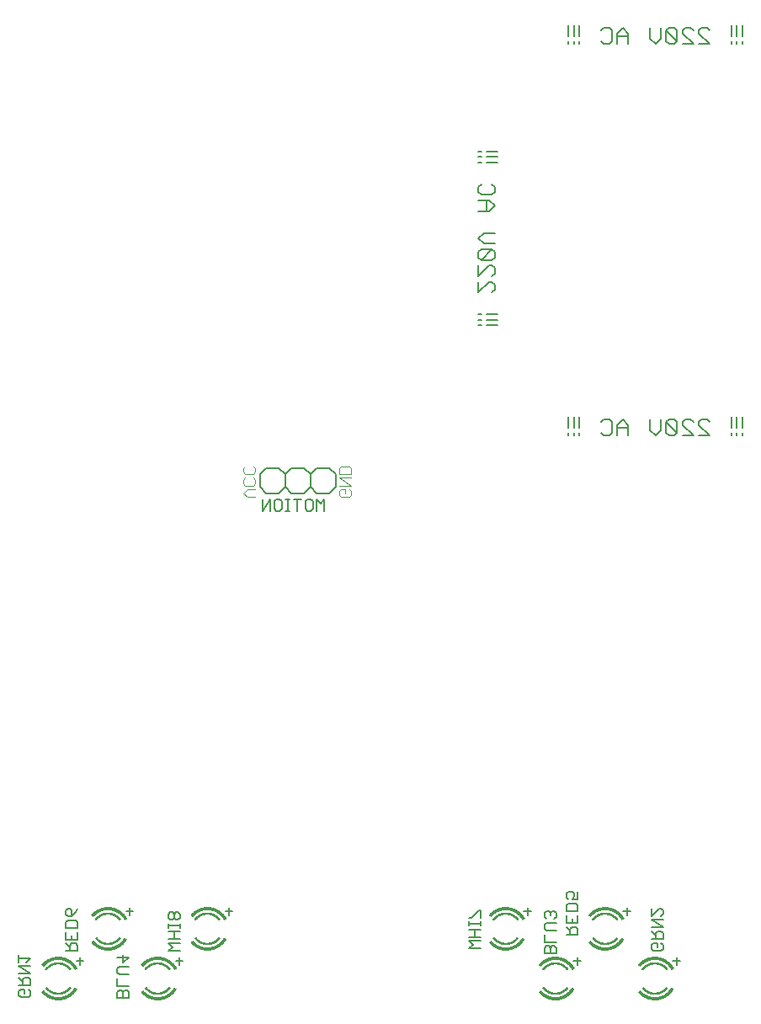
<source format=gbr>
G04 EAGLE Gerber RS-274X export*
G75*
%MOMM*%
%FSLAX34Y34*%
%LPD*%
%INSilkscreen Bottom*%
%IPPOS*%
%AMOC8*
5,1,8,0,0,1.08239X$1,22.5*%
G01*
%ADD10C,0.152400*%
%ADD11C,0.101600*%
%ADD12C,0.015238*%
%ADD13C,0.025400*%
%ADD14C,0.127000*%


D10*
X888238Y971849D02*
X888238Y969137D01*
X888238Y977272D02*
X888238Y988119D01*
X882781Y971849D02*
X882781Y969137D01*
X882781Y977272D02*
X882781Y988119D01*
X877324Y971849D02*
X877324Y969137D01*
X877324Y977272D02*
X877324Y988119D01*
X855495Y969137D02*
X844648Y969137D01*
X855495Y969137D02*
X844648Y979984D01*
X844648Y982695D01*
X847360Y985407D01*
X852783Y985407D01*
X855495Y982695D01*
X839123Y969137D02*
X828277Y969137D01*
X839123Y969137D02*
X828277Y979984D01*
X828277Y982695D01*
X830988Y985407D01*
X836412Y985407D01*
X839123Y982695D01*
X822752Y982695D02*
X822752Y971849D01*
X822752Y982695D02*
X820040Y985407D01*
X814617Y985407D01*
X811905Y982695D01*
X811905Y971849D01*
X814617Y969137D01*
X820040Y969137D01*
X822752Y971849D01*
X811905Y982695D01*
X806380Y985407D02*
X806380Y974560D01*
X800957Y969137D01*
X795534Y974560D01*
X795534Y985407D01*
X773637Y979984D02*
X773637Y969137D01*
X773637Y979984D02*
X768214Y985407D01*
X762790Y979984D01*
X762790Y969137D01*
X762790Y977272D02*
X773637Y977272D01*
X749131Y985407D02*
X746419Y982695D01*
X749131Y985407D02*
X754554Y985407D01*
X757266Y982695D01*
X757266Y971849D01*
X754554Y969137D01*
X749131Y969137D01*
X746419Y971849D01*
X724522Y971849D02*
X724522Y969137D01*
X724522Y977272D02*
X724522Y988119D01*
X719065Y971849D02*
X719065Y969137D01*
X719065Y977272D02*
X719065Y988119D01*
X713608Y971849D02*
X713608Y969137D01*
X713608Y977272D02*
X713608Y988119D01*
X625774Y686562D02*
X623062Y686562D01*
X631197Y686562D02*
X642044Y686562D01*
X625774Y692019D02*
X623062Y692019D01*
X631197Y692019D02*
X642044Y692019D01*
X625774Y697476D02*
X623062Y697476D01*
X631197Y697476D02*
X642044Y697476D01*
X623062Y719305D02*
X623062Y730152D01*
X623062Y719305D02*
X633909Y730152D01*
X636620Y730152D01*
X639332Y727440D01*
X639332Y722017D01*
X636620Y719305D01*
X623062Y735677D02*
X623062Y746523D01*
X623062Y735677D02*
X633909Y746523D01*
X636620Y746523D01*
X639332Y743812D01*
X639332Y738388D01*
X636620Y735677D01*
X636620Y752048D02*
X625774Y752048D01*
X636620Y752048D02*
X639332Y754760D01*
X639332Y760183D01*
X636620Y762895D01*
X625774Y762895D01*
X623062Y760183D01*
X623062Y754760D01*
X625774Y752048D01*
X636620Y762895D01*
X639332Y768420D02*
X628485Y768420D01*
X623062Y773843D01*
X628485Y779266D01*
X639332Y779266D01*
X633909Y801163D02*
X623062Y801163D01*
X633909Y801163D02*
X639332Y806586D01*
X633909Y812010D01*
X623062Y812010D01*
X631197Y812010D02*
X631197Y801163D01*
X639332Y825669D02*
X636620Y828381D01*
X639332Y825669D02*
X639332Y820246D01*
X636620Y817535D01*
X625774Y817535D01*
X623062Y820246D01*
X623062Y825669D01*
X625774Y828381D01*
X625774Y850278D02*
X623062Y850278D01*
X631197Y850278D02*
X642044Y850278D01*
X625774Y855735D02*
X623062Y855735D01*
X631197Y855735D02*
X642044Y855735D01*
X625774Y861192D02*
X623062Y861192D01*
X631197Y861192D02*
X642044Y861192D01*
X888238Y578149D02*
X888238Y575437D01*
X888238Y583572D02*
X888238Y594419D01*
X882781Y578149D02*
X882781Y575437D01*
X882781Y583572D02*
X882781Y594419D01*
X877324Y578149D02*
X877324Y575437D01*
X877324Y583572D02*
X877324Y594419D01*
X855495Y575437D02*
X844648Y575437D01*
X855495Y575437D02*
X844648Y586284D01*
X844648Y588995D01*
X847360Y591707D01*
X852783Y591707D01*
X855495Y588995D01*
X839123Y575437D02*
X828277Y575437D01*
X839123Y575437D02*
X828277Y586284D01*
X828277Y588995D01*
X830988Y591707D01*
X836412Y591707D01*
X839123Y588995D01*
X822752Y588995D02*
X822752Y578149D01*
X822752Y588995D02*
X820040Y591707D01*
X814617Y591707D01*
X811905Y588995D01*
X811905Y578149D01*
X814617Y575437D01*
X820040Y575437D01*
X822752Y578149D01*
X811905Y588995D01*
X806380Y591707D02*
X806380Y580860D01*
X800957Y575437D01*
X795534Y580860D01*
X795534Y591707D01*
X773637Y586284D02*
X773637Y575437D01*
X773637Y586284D02*
X768214Y591707D01*
X762790Y586284D01*
X762790Y575437D01*
X762790Y583572D02*
X773637Y583572D01*
X749131Y591707D02*
X746419Y588995D01*
X749131Y591707D02*
X754554Y591707D01*
X757266Y588995D01*
X757266Y578149D01*
X754554Y575437D01*
X749131Y575437D01*
X746419Y578149D01*
X724522Y578149D02*
X724522Y575437D01*
X724522Y583572D02*
X724522Y594419D01*
X719065Y578149D02*
X719065Y575437D01*
X719065Y583572D02*
X719065Y594419D01*
X713608Y578149D02*
X713608Y575437D01*
X713608Y583572D02*
X713608Y594419D01*
D11*
X494802Y519435D02*
X492853Y521384D01*
X494802Y519435D02*
X494802Y515537D01*
X492853Y513588D01*
X485057Y513588D01*
X483108Y515537D01*
X483108Y519435D01*
X485057Y521384D01*
X488955Y521384D01*
X488955Y517486D01*
X483108Y525282D02*
X494802Y525282D01*
X483108Y533078D01*
X494802Y533078D01*
X494802Y536976D02*
X483108Y536976D01*
X483108Y542823D01*
X485057Y544772D01*
X492853Y544772D01*
X494802Y542823D01*
X494802Y536976D01*
X398282Y513588D02*
X390486Y513588D01*
X386588Y517486D01*
X390486Y521384D01*
X398282Y521384D01*
X398282Y531129D02*
X396333Y533078D01*
X398282Y531129D02*
X398282Y527231D01*
X396333Y525282D01*
X388537Y525282D01*
X386588Y527231D01*
X386588Y531129D01*
X388537Y533078D01*
X398282Y542823D02*
X396333Y544772D01*
X398282Y542823D02*
X398282Y538925D01*
X396333Y536976D01*
X388537Y536976D01*
X386588Y538925D01*
X386588Y542823D01*
X388537Y544772D01*
D12*
X199924Y45925D02*
X199924Y44553D01*
X199924Y44554D02*
X199573Y44548D01*
X199222Y44533D01*
X198872Y44510D01*
X198523Y44479D01*
X198174Y44439D01*
X197827Y44391D01*
X197481Y44334D01*
X197136Y44269D01*
X196793Y44196D01*
X196452Y44115D01*
X196112Y44025D01*
X195776Y43927D01*
X195441Y43822D01*
X195109Y43708D01*
X194780Y43586D01*
X194454Y43456D01*
X194132Y43318D01*
X193812Y43173D01*
X193497Y43020D01*
X193185Y42860D01*
X192877Y42692D01*
X192573Y42516D01*
X192273Y42334D01*
X191978Y42144D01*
X191688Y41947D01*
X191402Y41743D01*
X191122Y41532D01*
X190847Y41315D01*
X190576Y41091D01*
X190312Y40861D01*
X190053Y40624D01*
X189800Y40381D01*
X189552Y40133D01*
X189311Y39878D01*
X189076Y39617D01*
X188848Y39351D01*
X188626Y39080D01*
X188410Y38803D01*
X188201Y38521D01*
X187085Y39318D01*
X187313Y39627D01*
X187549Y39931D01*
X187792Y40228D01*
X188043Y40520D01*
X188300Y40805D01*
X188564Y41084D01*
X188835Y41357D01*
X189112Y41623D01*
X189396Y41882D01*
X189685Y42135D01*
X189981Y42380D01*
X190283Y42618D01*
X190590Y42849D01*
X190903Y43072D01*
X191221Y43288D01*
X191544Y43496D01*
X191872Y43696D01*
X192205Y43888D01*
X192542Y44072D01*
X192884Y44248D01*
X193230Y44415D01*
X193579Y44574D01*
X193933Y44725D01*
X194290Y44867D01*
X194650Y45001D01*
X195014Y45125D01*
X195380Y45241D01*
X195749Y45348D01*
X196120Y45446D01*
X196494Y45535D01*
X196870Y45615D01*
X197248Y45686D01*
X197627Y45748D01*
X198008Y45801D01*
X198389Y45844D01*
X198772Y45879D01*
X199156Y45904D01*
X199539Y45919D01*
X199924Y45926D01*
X199924Y45783D01*
X199543Y45776D01*
X199162Y45761D01*
X198783Y45736D01*
X198403Y45702D01*
X198025Y45659D01*
X197648Y45607D01*
X197272Y45545D01*
X196898Y45475D01*
X196525Y45396D01*
X196155Y45307D01*
X195787Y45210D01*
X195421Y45104D01*
X195058Y44989D01*
X194698Y44866D01*
X194341Y44734D01*
X193987Y44593D01*
X193637Y44443D01*
X193290Y44286D01*
X192948Y44120D01*
X192609Y43945D01*
X192275Y43763D01*
X191945Y43573D01*
X191620Y43375D01*
X191300Y43168D01*
X190985Y42955D01*
X190675Y42734D01*
X190370Y42505D01*
X190071Y42269D01*
X189778Y42026D01*
X189491Y41776D01*
X189210Y41519D01*
X188935Y41255D01*
X188667Y40985D01*
X188405Y40708D01*
X188151Y40426D01*
X187902Y40137D01*
X187661Y39842D01*
X187428Y39541D01*
X187201Y39235D01*
X187317Y39152D01*
X187542Y39455D01*
X187774Y39753D01*
X188012Y40045D01*
X188258Y40332D01*
X188511Y40612D01*
X188770Y40886D01*
X189036Y41154D01*
X189308Y41415D01*
X189587Y41669D01*
X189871Y41917D01*
X190162Y42158D01*
X190458Y42392D01*
X190759Y42618D01*
X191066Y42837D01*
X191379Y43049D01*
X191696Y43253D01*
X192018Y43450D01*
X192345Y43638D01*
X192676Y43819D01*
X193011Y43992D01*
X193351Y44156D01*
X193694Y44313D01*
X194041Y44460D01*
X194392Y44600D01*
X194746Y44731D01*
X195103Y44853D01*
X195462Y44967D01*
X195825Y45072D01*
X196189Y45169D01*
X196556Y45256D01*
X196925Y45335D01*
X197296Y45405D01*
X197669Y45465D01*
X198042Y45517D01*
X198417Y45560D01*
X198793Y45593D01*
X199169Y45618D01*
X199546Y45633D01*
X199924Y45640D01*
X199924Y45497D01*
X199550Y45490D01*
X199176Y45475D01*
X198803Y45451D01*
X198431Y45417D01*
X198060Y45375D01*
X197689Y45324D01*
X197321Y45264D01*
X196953Y45195D01*
X196588Y45117D01*
X196224Y45030D01*
X195863Y44934D01*
X195504Y44830D01*
X195147Y44718D01*
X194794Y44596D01*
X194443Y44466D01*
X194096Y44328D01*
X193752Y44182D01*
X193412Y44027D01*
X193075Y43864D01*
X192743Y43693D01*
X192415Y43514D01*
X192091Y43327D01*
X191772Y43132D01*
X191458Y42930D01*
X191148Y42720D01*
X190844Y42503D01*
X190545Y42279D01*
X190252Y42047D01*
X189964Y41808D01*
X189682Y41563D01*
X189406Y41311D01*
X189137Y41052D01*
X188873Y40787D01*
X188616Y40515D01*
X188366Y40237D01*
X188122Y39954D01*
X187886Y39665D01*
X187656Y39370D01*
X187434Y39069D01*
X187550Y38986D01*
X187771Y39284D01*
X187998Y39576D01*
X188232Y39863D01*
X188474Y40143D01*
X188722Y40418D01*
X188976Y40687D01*
X189237Y40950D01*
X189504Y41207D01*
X189778Y41456D01*
X190057Y41700D01*
X190342Y41936D01*
X190633Y42165D01*
X190929Y42388D01*
X191230Y42603D01*
X191537Y42811D01*
X191848Y43011D01*
X192164Y43204D01*
X192485Y43389D01*
X192810Y43566D01*
X193139Y43736D01*
X193472Y43897D01*
X193810Y44051D01*
X194150Y44196D01*
X194494Y44333D01*
X194842Y44462D01*
X195192Y44582D01*
X195545Y44693D01*
X195900Y44797D01*
X196259Y44891D01*
X196619Y44977D01*
X196981Y45054D01*
X197345Y45123D01*
X197710Y45182D01*
X198077Y45233D01*
X198445Y45275D01*
X198814Y45308D01*
X199183Y45332D01*
X199553Y45348D01*
X199924Y45354D01*
X199924Y45211D01*
X199557Y45205D01*
X199190Y45189D01*
X198824Y45165D01*
X198459Y45133D01*
X198095Y45091D01*
X197731Y45041D01*
X197369Y44982D01*
X197009Y44914D01*
X196650Y44837D01*
X196293Y44752D01*
X195938Y44659D01*
X195586Y44557D01*
X195236Y44446D01*
X194889Y44327D01*
X194545Y44199D01*
X194205Y44064D01*
X193867Y43920D01*
X193533Y43768D01*
X193203Y43608D01*
X192877Y43440D01*
X192555Y43264D01*
X192237Y43081D01*
X191924Y42890D01*
X191616Y42692D01*
X191312Y42486D01*
X191013Y42273D01*
X190720Y42052D01*
X190432Y41825D01*
X190150Y41591D01*
X189873Y41350D01*
X189602Y41102D01*
X189338Y40849D01*
X189079Y40588D01*
X188827Y40322D01*
X188581Y40049D01*
X188342Y39771D01*
X188110Y39487D01*
X187885Y39198D01*
X187667Y38903D01*
X187783Y38820D01*
X187999Y39112D01*
X188222Y39398D01*
X188452Y39680D01*
X188689Y39955D01*
X188932Y40225D01*
X189182Y40489D01*
X189438Y40747D01*
X189700Y40998D01*
X189969Y41244D01*
X190243Y41482D01*
X190522Y41714D01*
X190808Y41939D01*
X191098Y42157D01*
X191394Y42368D01*
X191695Y42572D01*
X192000Y42769D01*
X192310Y42958D01*
X192625Y43140D01*
X192944Y43314D01*
X193267Y43480D01*
X193594Y43638D01*
X193925Y43789D01*
X194259Y43931D01*
X194597Y44066D01*
X194937Y44192D01*
X195281Y44310D01*
X195627Y44420D01*
X195976Y44521D01*
X196328Y44614D01*
X196681Y44698D01*
X197036Y44774D01*
X197393Y44841D01*
X197752Y44899D01*
X198112Y44949D01*
X198473Y44990D01*
X198835Y45023D01*
X199197Y45047D01*
X199560Y45062D01*
X199924Y45068D01*
X199924Y44925D01*
X199564Y44919D01*
X199204Y44904D01*
X198845Y44880D01*
X198487Y44848D01*
X198129Y44807D01*
X197773Y44758D01*
X197418Y44700D01*
X197064Y44633D01*
X196712Y44558D01*
X196362Y44475D01*
X196014Y44383D01*
X195669Y44283D01*
X195325Y44174D01*
X194985Y44057D01*
X194648Y43932D01*
X194313Y43799D01*
X193982Y43658D01*
X193655Y43509D01*
X193331Y43352D01*
X193011Y43187D01*
X192695Y43015D01*
X192383Y42835D01*
X192076Y42648D01*
X191773Y42453D01*
X191476Y42251D01*
X191183Y42042D01*
X190895Y41826D01*
X190613Y41603D01*
X190336Y41373D01*
X190064Y41137D01*
X189799Y40894D01*
X189539Y40645D01*
X189285Y40390D01*
X189038Y40129D01*
X188797Y39861D01*
X188562Y39588D01*
X188335Y39310D01*
X188113Y39026D01*
X187899Y38737D01*
X188016Y38654D01*
X188228Y38940D01*
X188447Y39221D01*
X188672Y39497D01*
X188905Y39767D01*
X189143Y40032D01*
X189388Y40291D01*
X189639Y40544D01*
X189897Y40790D01*
X190160Y41031D01*
X190428Y41265D01*
X190703Y41492D01*
X190982Y41713D01*
X191267Y41927D01*
X191557Y42134D01*
X191852Y42334D01*
X192152Y42527D01*
X192456Y42712D01*
X192765Y42890D01*
X193078Y43061D01*
X193395Y43224D01*
X193715Y43380D01*
X194040Y43527D01*
X194368Y43667D01*
X194699Y43799D01*
X195033Y43922D01*
X195370Y44038D01*
X195710Y44146D01*
X196052Y44245D01*
X196397Y44336D01*
X196743Y44419D01*
X197092Y44493D01*
X197442Y44559D01*
X197794Y44616D01*
X198147Y44665D01*
X198501Y44706D01*
X198856Y44738D01*
X199211Y44761D01*
X199567Y44776D01*
X199924Y44782D01*
X199924Y44639D01*
X199571Y44633D01*
X199218Y44618D01*
X198866Y44595D01*
X198515Y44563D01*
X198164Y44523D01*
X197815Y44475D01*
X197466Y44418D01*
X197119Y44353D01*
X196774Y44279D01*
X196431Y44197D01*
X196090Y44107D01*
X195751Y44009D01*
X195415Y43902D01*
X195081Y43788D01*
X194750Y43665D01*
X194422Y43535D01*
X194097Y43396D01*
X193776Y43250D01*
X193459Y43096D01*
X193145Y42935D01*
X192835Y42766D01*
X192529Y42589D01*
X192228Y42406D01*
X191931Y42215D01*
X191639Y42017D01*
X191352Y41812D01*
X191070Y41600D01*
X190793Y41381D01*
X190521Y41156D01*
X190255Y40924D01*
X189995Y40686D01*
X189740Y40442D01*
X189491Y40191D01*
X189249Y39935D01*
X189012Y39673D01*
X188782Y39406D01*
X188559Y39132D01*
X188342Y38854D01*
X188132Y38570D01*
X212695Y39616D02*
X211597Y38793D01*
X211382Y39070D01*
X211160Y39342D01*
X210931Y39609D01*
X210696Y39870D01*
X210455Y40125D01*
X210208Y40374D01*
X209954Y40617D01*
X209695Y40854D01*
X209431Y41085D01*
X209160Y41309D01*
X208885Y41527D01*
X208604Y41738D01*
X208319Y41942D01*
X208028Y42140D01*
X207733Y42330D01*
X207433Y42513D01*
X207129Y42688D01*
X206821Y42857D01*
X206509Y43017D01*
X206193Y43171D01*
X205873Y43316D01*
X205550Y43454D01*
X205224Y43584D01*
X204895Y43706D01*
X204563Y43820D01*
X204228Y43926D01*
X203891Y44024D01*
X203551Y44114D01*
X203210Y44196D01*
X202866Y44269D01*
X202521Y44334D01*
X202175Y44391D01*
X201827Y44439D01*
X201478Y44479D01*
X201128Y44510D01*
X200778Y44533D01*
X200427Y44548D01*
X200076Y44554D01*
X200075Y45925D01*
X200076Y45926D01*
X200461Y45919D01*
X200845Y45904D01*
X201229Y45879D01*
X201612Y45844D01*
X201994Y45801D01*
X202375Y45748D01*
X202755Y45686D01*
X203133Y45615D01*
X203509Y45535D01*
X203883Y45445D01*
X204255Y45347D01*
X204624Y45240D01*
X204991Y45124D01*
X205354Y44999D01*
X205715Y44865D01*
X206072Y44723D01*
X206426Y44572D01*
X206776Y44412D01*
X207122Y44245D01*
X207464Y44068D01*
X207802Y43884D01*
X208135Y43692D01*
X208463Y43491D01*
X208786Y43283D01*
X209105Y43067D01*
X209418Y42843D01*
X209725Y42612D01*
X210027Y42374D01*
X210323Y42128D01*
X210612Y41875D01*
X210896Y41615D01*
X211173Y41349D01*
X211444Y41076D01*
X211708Y40796D01*
X211966Y40510D01*
X212216Y40218D01*
X212459Y39920D01*
X212695Y39616D01*
X212581Y39530D01*
X212347Y39831D01*
X212106Y40127D01*
X211858Y40416D01*
X211603Y40699D01*
X211341Y40976D01*
X211073Y41247D01*
X210798Y41511D01*
X210517Y41769D01*
X210230Y42019D01*
X209936Y42263D01*
X209637Y42499D01*
X209333Y42728D01*
X209023Y42950D01*
X208707Y43164D01*
X208387Y43370D01*
X208062Y43569D01*
X207732Y43760D01*
X207397Y43942D01*
X207058Y44117D01*
X206715Y44283D01*
X206369Y44441D01*
X206018Y44591D01*
X205664Y44732D01*
X205307Y44864D01*
X204946Y44988D01*
X204583Y45103D01*
X204217Y45209D01*
X203848Y45307D01*
X203478Y45395D01*
X203105Y45475D01*
X202730Y45545D01*
X202354Y45606D01*
X201977Y45659D01*
X201598Y45702D01*
X201218Y45736D01*
X200838Y45761D01*
X200457Y45776D01*
X200076Y45783D01*
X200076Y45640D01*
X200454Y45633D01*
X200831Y45618D01*
X201208Y45593D01*
X201584Y45560D01*
X201959Y45517D01*
X202333Y45465D01*
X202706Y45404D01*
X203077Y45334D01*
X203446Y45256D01*
X203814Y45168D01*
X204179Y45071D01*
X204541Y44966D01*
X204902Y44852D01*
X205259Y44729D01*
X205613Y44598D01*
X205964Y44458D01*
X206311Y44310D01*
X206655Y44154D01*
X206994Y43989D01*
X207330Y43816D01*
X207662Y43635D01*
X207989Y43446D01*
X208311Y43249D01*
X208628Y43045D01*
X208941Y42832D01*
X209248Y42613D01*
X209550Y42386D01*
X209846Y42152D01*
X210137Y41910D01*
X210421Y41662D01*
X210700Y41407D01*
X210972Y41146D01*
X211238Y40877D01*
X211497Y40603D01*
X211750Y40322D01*
X211996Y40035D01*
X212235Y39743D01*
X212466Y39445D01*
X212352Y39359D01*
X212122Y39654D01*
X211886Y39944D01*
X211642Y40228D01*
X211392Y40506D01*
X211135Y40778D01*
X210871Y41044D01*
X210602Y41303D01*
X210326Y41556D01*
X210044Y41802D01*
X209756Y42041D01*
X209462Y42273D01*
X209163Y42498D01*
X208859Y42715D01*
X208549Y42925D01*
X208235Y43128D01*
X207915Y43323D01*
X207591Y43510D01*
X207263Y43690D01*
X206930Y43861D01*
X206594Y44024D01*
X206253Y44179D01*
X205909Y44326D01*
X205562Y44465D01*
X205211Y44595D01*
X204857Y44716D01*
X204500Y44829D01*
X204141Y44934D01*
X203779Y45029D01*
X203415Y45116D01*
X203049Y45194D01*
X202682Y45263D01*
X202312Y45324D01*
X201942Y45375D01*
X201570Y45417D01*
X201197Y45451D01*
X200824Y45475D01*
X200450Y45490D01*
X200076Y45497D01*
X200076Y45354D01*
X200447Y45348D01*
X200817Y45332D01*
X201187Y45308D01*
X201556Y45275D01*
X201924Y45233D01*
X202291Y45182D01*
X202657Y45122D01*
X203022Y45054D01*
X203384Y44976D01*
X203745Y44890D01*
X204103Y44796D01*
X204459Y44692D01*
X204812Y44580D01*
X205163Y44460D01*
X205510Y44331D01*
X205855Y44194D01*
X206196Y44048D01*
X206533Y43895D01*
X206867Y43733D01*
X207196Y43563D01*
X207521Y43386D01*
X207842Y43200D01*
X208159Y43007D01*
X208470Y42806D01*
X208777Y42598D01*
X209078Y42383D01*
X209375Y42160D01*
X209666Y41930D01*
X209951Y41693D01*
X210230Y41449D01*
X210503Y41199D01*
X210771Y40942D01*
X211032Y40679D01*
X211286Y40410D01*
X211534Y40134D01*
X211776Y39853D01*
X212010Y39566D01*
X212237Y39273D01*
X212123Y39187D01*
X211898Y39477D01*
X211666Y39762D01*
X211427Y40040D01*
X211181Y40313D01*
X210929Y40580D01*
X210670Y40841D01*
X210405Y41095D01*
X210134Y41343D01*
X209858Y41584D01*
X209575Y41819D01*
X209287Y42047D01*
X208994Y42267D01*
X208695Y42481D01*
X208391Y42687D01*
X208083Y42886D01*
X207769Y43077D01*
X207451Y43261D01*
X207129Y43437D01*
X206803Y43605D01*
X206472Y43765D01*
X206138Y43918D01*
X205800Y44062D01*
X205459Y44198D01*
X205115Y44325D01*
X204768Y44445D01*
X204418Y44555D01*
X204065Y44658D01*
X203710Y44752D01*
X203353Y44837D01*
X202994Y44913D01*
X202633Y44981D01*
X202271Y45041D01*
X201907Y45091D01*
X201542Y45133D01*
X201176Y45165D01*
X200810Y45189D01*
X200443Y45205D01*
X200076Y45211D01*
X200076Y45068D01*
X200440Y45062D01*
X200803Y45047D01*
X201166Y45023D01*
X201528Y44990D01*
X201889Y44949D01*
X202250Y44899D01*
X202609Y44840D01*
X202966Y44773D01*
X203322Y44697D01*
X203676Y44613D01*
X204027Y44520D01*
X204376Y44418D01*
X204723Y44309D01*
X205067Y44190D01*
X205408Y44064D01*
X205746Y43929D01*
X206080Y43787D01*
X206411Y43636D01*
X206739Y43477D01*
X207062Y43311D01*
X207381Y43136D01*
X207696Y42954D01*
X208006Y42765D01*
X208312Y42568D01*
X208613Y42364D01*
X208909Y42152D01*
X209200Y41934D01*
X209485Y41708D01*
X209765Y41476D01*
X210039Y41237D01*
X210307Y40991D01*
X210569Y40739D01*
X210826Y40481D01*
X211075Y40217D01*
X211319Y39946D01*
X211555Y39670D01*
X211785Y39389D01*
X212009Y39101D01*
X211894Y39016D01*
X211673Y39300D01*
X211445Y39579D01*
X211211Y39852D01*
X210970Y40120D01*
X210722Y40382D01*
X210469Y40638D01*
X210209Y40887D01*
X209943Y41130D01*
X209672Y41367D01*
X209395Y41597D01*
X209112Y41821D01*
X208824Y42037D01*
X208531Y42246D01*
X208233Y42449D01*
X207930Y42644D01*
X207623Y42832D01*
X207311Y43012D01*
X206995Y43184D01*
X206675Y43349D01*
X206351Y43507D01*
X206023Y43656D01*
X205691Y43797D01*
X205357Y43931D01*
X205019Y44056D01*
X204678Y44173D01*
X204335Y44282D01*
X203989Y44382D01*
X203641Y44474D01*
X203291Y44558D01*
X202938Y44633D01*
X202584Y44700D01*
X202229Y44758D01*
X201872Y44807D01*
X201514Y44848D01*
X201155Y44880D01*
X200796Y44904D01*
X200436Y44919D01*
X200076Y44925D01*
X200076Y44782D01*
X200433Y44776D01*
X200789Y44761D01*
X201145Y44738D01*
X201500Y44706D01*
X201855Y44665D01*
X202208Y44616D01*
X202560Y44559D01*
X202911Y44493D01*
X203259Y44418D01*
X203606Y44335D01*
X203951Y44244D01*
X204294Y44145D01*
X204634Y44037D01*
X204971Y43921D01*
X205306Y43797D01*
X205637Y43665D01*
X205965Y43525D01*
X206290Y43377D01*
X206611Y43221D01*
X206928Y43058D01*
X207241Y42887D01*
X207550Y42709D01*
X207854Y42523D01*
X208154Y42330D01*
X208449Y42129D01*
X208739Y41922D01*
X209025Y41707D01*
X209304Y41486D01*
X209579Y41258D01*
X209848Y41024D01*
X210111Y40783D01*
X210368Y40536D01*
X210619Y40283D01*
X210864Y40024D01*
X211103Y39759D01*
X211335Y39488D01*
X211561Y39212D01*
X211780Y38930D01*
X211665Y38844D01*
X211449Y39123D01*
X211225Y39397D01*
X210995Y39665D01*
X210759Y39927D01*
X210516Y40184D01*
X210267Y40435D01*
X210013Y40679D01*
X209752Y40918D01*
X209486Y41150D01*
X209214Y41375D01*
X208937Y41594D01*
X208655Y41807D01*
X208367Y42012D01*
X208075Y42210D01*
X207778Y42402D01*
X207477Y42586D01*
X207171Y42762D01*
X206861Y42932D01*
X206547Y43094D01*
X206229Y43248D01*
X205908Y43394D01*
X205583Y43533D01*
X205255Y43663D01*
X204923Y43786D01*
X204589Y43901D01*
X204253Y44008D01*
X203913Y44106D01*
X203572Y44197D01*
X203228Y44279D01*
X202883Y44352D01*
X202536Y44418D01*
X202187Y44475D01*
X201837Y44523D01*
X201486Y44563D01*
X201135Y44595D01*
X200782Y44618D01*
X200429Y44633D01*
X200076Y44639D01*
X187476Y20163D02*
X188559Y21006D01*
X188558Y21005D02*
X188780Y20730D01*
X189009Y20460D01*
X189244Y20196D01*
X189485Y19937D01*
X189733Y19684D01*
X189987Y19438D01*
X190247Y19198D01*
X190512Y18964D01*
X190783Y18737D01*
X191059Y18516D01*
X191341Y18302D01*
X191628Y18095D01*
X191920Y17895D01*
X192216Y17702D01*
X192518Y17517D01*
X192823Y17339D01*
X193133Y17168D01*
X193447Y17005D01*
X193765Y16849D01*
X194086Y16702D01*
X194411Y16562D01*
X194739Y16430D01*
X195071Y16306D01*
X195405Y16190D01*
X195742Y16083D01*
X196082Y15983D01*
X196423Y15892D01*
X196767Y15810D01*
X197113Y15735D01*
X197461Y15669D01*
X197810Y15612D01*
X198160Y15563D01*
X198512Y15522D01*
X198864Y15490D01*
X199217Y15467D01*
X199570Y15452D01*
X199924Y15446D01*
X199924Y14075D01*
X199924Y14074D01*
X199536Y14081D01*
X199149Y14097D01*
X198763Y14122D01*
X198377Y14157D01*
X197992Y14201D01*
X197608Y14255D01*
X197226Y14318D01*
X196845Y14390D01*
X196466Y14471D01*
X196089Y14562D01*
X195715Y14661D01*
X195343Y14770D01*
X194974Y14888D01*
X194608Y15015D01*
X194245Y15150D01*
X193885Y15295D01*
X193529Y15448D01*
X193177Y15610D01*
X192829Y15780D01*
X192485Y15958D01*
X192146Y16145D01*
X191811Y16341D01*
X191481Y16544D01*
X191156Y16755D01*
X190837Y16974D01*
X190523Y17201D01*
X190214Y17435D01*
X189911Y17677D01*
X189614Y17926D01*
X189324Y18182D01*
X189039Y18446D01*
X188762Y18716D01*
X188490Y18992D01*
X188226Y19276D01*
X187969Y19565D01*
X187718Y19861D01*
X187475Y20163D01*
X187588Y20251D01*
X187829Y19952D01*
X188077Y19659D01*
X188332Y19372D01*
X188594Y19091D01*
X188863Y18817D01*
X189138Y18549D01*
X189420Y18288D01*
X189708Y18034D01*
X190002Y17788D01*
X190302Y17548D01*
X190608Y17316D01*
X190919Y17091D01*
X191236Y16874D01*
X191558Y16665D01*
X191885Y16463D01*
X192216Y16270D01*
X192553Y16084D01*
X192893Y15907D01*
X193238Y15739D01*
X193587Y15578D01*
X193940Y15427D01*
X194296Y15284D01*
X194656Y15149D01*
X195019Y15024D01*
X195385Y14907D01*
X195753Y14799D01*
X196124Y14700D01*
X196498Y14611D01*
X196873Y14530D01*
X197250Y14458D01*
X197629Y14396D01*
X198009Y14343D01*
X198391Y14299D01*
X198773Y14265D01*
X199156Y14240D01*
X199540Y14224D01*
X199924Y14217D01*
X199924Y14360D01*
X199544Y14367D01*
X199163Y14382D01*
X198784Y14407D01*
X198405Y14442D01*
X198027Y14485D01*
X197650Y14538D01*
X197275Y14599D01*
X196901Y14670D01*
X196529Y14750D01*
X196159Y14839D01*
X195791Y14937D01*
X195426Y15044D01*
X195064Y15159D01*
X194704Y15284D01*
X194348Y15417D01*
X193995Y15559D01*
X193645Y15709D01*
X193300Y15868D01*
X192958Y16035D01*
X192620Y16211D01*
X192287Y16394D01*
X191958Y16586D01*
X191634Y16785D01*
X191316Y16993D01*
X191002Y17208D01*
X190693Y17430D01*
X190390Y17661D01*
X190093Y17898D01*
X189801Y18143D01*
X189516Y18394D01*
X189237Y18653D01*
X188964Y18918D01*
X188698Y19189D01*
X188438Y19468D01*
X188185Y19752D01*
X187940Y20042D01*
X187701Y20339D01*
X187814Y20426D01*
X188050Y20133D01*
X188294Y19845D01*
X188544Y19563D01*
X188801Y19288D01*
X189065Y19019D01*
X189336Y18756D01*
X189612Y18500D01*
X189895Y18251D01*
X190184Y18008D01*
X190478Y17773D01*
X190779Y17545D01*
X191084Y17325D01*
X191395Y17112D01*
X191711Y16906D01*
X192032Y16708D01*
X192358Y16518D01*
X192688Y16337D01*
X193022Y16163D01*
X193361Y15997D01*
X193703Y15840D01*
X194050Y15691D01*
X194399Y15550D01*
X194753Y15418D01*
X195109Y15295D01*
X195468Y15181D01*
X195830Y15075D01*
X196194Y14978D01*
X196560Y14890D01*
X196929Y14810D01*
X197299Y14740D01*
X197671Y14679D01*
X198044Y14627D01*
X198419Y14584D01*
X198794Y14550D01*
X199170Y14525D01*
X199547Y14510D01*
X199924Y14503D01*
X199924Y14646D01*
X199551Y14653D01*
X199177Y14668D01*
X198805Y14693D01*
X198433Y14726D01*
X198062Y14769D01*
X197692Y14820D01*
X197324Y14881D01*
X196957Y14951D01*
X196592Y15029D01*
X196229Y15116D01*
X195868Y15213D01*
X195509Y15317D01*
X195154Y15431D01*
X194801Y15553D01*
X194451Y15684D01*
X194104Y15823D01*
X193761Y15971D01*
X193422Y16126D01*
X193087Y16290D01*
X192755Y16463D01*
X192428Y16643D01*
X192106Y16831D01*
X191788Y17027D01*
X191475Y17230D01*
X191167Y17441D01*
X190864Y17660D01*
X190566Y17886D01*
X190275Y18119D01*
X189989Y18359D01*
X189708Y18606D01*
X189434Y18859D01*
X189167Y19120D01*
X188905Y19386D01*
X188650Y19659D01*
X188402Y19938D01*
X188161Y20223D01*
X187927Y20514D01*
X188040Y20602D01*
X188272Y20314D01*
X188511Y20032D01*
X188756Y19755D01*
X189009Y19485D01*
X189268Y19221D01*
X189533Y18963D01*
X189805Y18712D01*
X190082Y18467D01*
X190366Y18229D01*
X190655Y17998D01*
X190949Y17775D01*
X191249Y17558D01*
X191554Y17349D01*
X191864Y17148D01*
X192179Y16954D01*
X192499Y16767D01*
X192823Y16589D01*
X193151Y16418D01*
X193483Y16256D01*
X193820Y16101D01*
X194159Y15955D01*
X194503Y15817D01*
X194849Y15688D01*
X195199Y15567D01*
X195551Y15454D01*
X195906Y15350D01*
X196263Y15255D01*
X196623Y15169D01*
X196985Y15091D01*
X197348Y15022D01*
X197713Y14962D01*
X198079Y14911D01*
X198447Y14868D01*
X198815Y14835D01*
X199184Y14811D01*
X199554Y14796D01*
X199924Y14789D01*
X199924Y14932D01*
X199558Y14938D01*
X199192Y14954D01*
X198826Y14978D01*
X198461Y15011D01*
X198097Y15053D01*
X197734Y15103D01*
X197373Y15163D01*
X197013Y15231D01*
X196654Y15308D01*
X196298Y15394D01*
X195944Y15488D01*
X195593Y15591D01*
X195244Y15702D01*
X194897Y15822D01*
X194554Y15951D01*
X194214Y16087D01*
X193878Y16232D01*
X193545Y16385D01*
X193215Y16546D01*
X192890Y16715D01*
X192569Y16892D01*
X192253Y17076D01*
X191941Y17268D01*
X191634Y17468D01*
X191332Y17675D01*
X191034Y17889D01*
X190743Y18111D01*
X190456Y18340D01*
X190176Y18575D01*
X189901Y18817D01*
X189632Y19066D01*
X189369Y19322D01*
X189113Y19583D01*
X188863Y19851D01*
X188619Y20125D01*
X188382Y20404D01*
X188152Y20690D01*
X188265Y20778D01*
X188493Y20495D01*
X188728Y20218D01*
X188969Y19947D01*
X189216Y19682D01*
X189470Y19423D01*
X189731Y19170D01*
X189997Y18923D01*
X190269Y18683D01*
X190547Y18450D01*
X190831Y18224D01*
X191120Y18004D01*
X191414Y17792D01*
X191713Y17587D01*
X192018Y17389D01*
X192327Y17199D01*
X192640Y17016D01*
X192958Y16841D01*
X193280Y16673D01*
X193606Y16514D01*
X193936Y16363D01*
X194269Y16219D01*
X194606Y16084D01*
X194946Y15957D01*
X195288Y15838D01*
X195634Y15728D01*
X195982Y15626D01*
X196333Y15532D01*
X196686Y15448D01*
X197041Y15371D01*
X197397Y15304D01*
X197755Y15245D01*
X198115Y15195D01*
X198475Y15153D01*
X198836Y15120D01*
X199199Y15097D01*
X199561Y15081D01*
X199924Y15075D01*
X199924Y15218D01*
X199565Y15224D01*
X199206Y15239D01*
X198847Y15263D01*
X198489Y15295D01*
X198132Y15336D01*
X197776Y15386D01*
X197422Y15445D01*
X197069Y15512D01*
X196717Y15587D01*
X196368Y15671D01*
X196021Y15764D01*
X195676Y15865D01*
X195333Y15974D01*
X194994Y16092D01*
X194657Y16217D01*
X194324Y16351D01*
X193994Y16493D01*
X193667Y16643D01*
X193344Y16801D01*
X193025Y16967D01*
X192711Y17140D01*
X192400Y17321D01*
X192094Y17510D01*
X191793Y17706D01*
X191497Y17909D01*
X191205Y18119D01*
X190919Y18336D01*
X190638Y18561D01*
X190363Y18791D01*
X190093Y19029D01*
X189829Y19273D01*
X189572Y19524D01*
X189320Y19780D01*
X189075Y20043D01*
X188836Y20311D01*
X188604Y20585D01*
X188378Y20865D01*
X188491Y20953D01*
X188714Y20676D01*
X188944Y20404D01*
X189181Y20139D01*
X189424Y19879D01*
X189673Y19624D01*
X189928Y19377D01*
X190189Y19135D01*
X190456Y18900D01*
X190729Y18671D01*
X191007Y18449D01*
X191290Y18234D01*
X191579Y18026D01*
X191873Y17824D01*
X192171Y17630D01*
X192474Y17444D01*
X192781Y17265D01*
X193093Y17093D01*
X193409Y16929D01*
X193728Y16773D01*
X194052Y16624D01*
X194379Y16483D01*
X194709Y16351D01*
X195042Y16226D01*
X195378Y16110D01*
X195717Y16001D01*
X196059Y15902D01*
X196403Y15810D01*
X196749Y15727D01*
X197097Y15652D01*
X197446Y15585D01*
X197797Y15528D01*
X198150Y15478D01*
X198503Y15438D01*
X198858Y15406D01*
X199213Y15382D01*
X199568Y15367D01*
X199924Y15361D01*
X200076Y14075D02*
X200076Y15447D01*
X200076Y15446D02*
X200430Y15452D01*
X200783Y15467D01*
X201136Y15490D01*
X201488Y15522D01*
X201840Y15563D01*
X202190Y15612D01*
X202539Y15669D01*
X202887Y15735D01*
X203233Y15810D01*
X203577Y15892D01*
X203918Y15983D01*
X204258Y16083D01*
X204595Y16190D01*
X204929Y16306D01*
X205261Y16430D01*
X205589Y16562D01*
X205914Y16702D01*
X206235Y16849D01*
X206553Y17005D01*
X206867Y17168D01*
X207177Y17339D01*
X207482Y17517D01*
X207784Y17702D01*
X208080Y17895D01*
X208372Y18095D01*
X208659Y18302D01*
X208941Y18516D01*
X209217Y18737D01*
X209488Y18964D01*
X209753Y19198D01*
X210013Y19438D01*
X210267Y19684D01*
X210515Y19937D01*
X210756Y20196D01*
X210991Y20460D01*
X211220Y20730D01*
X211442Y21005D01*
X212524Y20163D01*
X212525Y20163D01*
X212282Y19861D01*
X212031Y19565D01*
X211774Y19276D01*
X211510Y18992D01*
X211238Y18716D01*
X210961Y18446D01*
X210676Y18182D01*
X210386Y17926D01*
X210089Y17677D01*
X209786Y17435D01*
X209477Y17201D01*
X209163Y16974D01*
X208844Y16755D01*
X208519Y16544D01*
X208189Y16341D01*
X207854Y16145D01*
X207515Y15958D01*
X207171Y15780D01*
X206823Y15610D01*
X206471Y15448D01*
X206115Y15295D01*
X205755Y15150D01*
X205392Y15015D01*
X205026Y14888D01*
X204657Y14770D01*
X204285Y14661D01*
X203911Y14562D01*
X203534Y14471D01*
X203155Y14390D01*
X202774Y14318D01*
X202392Y14255D01*
X202008Y14201D01*
X201623Y14157D01*
X201237Y14122D01*
X200851Y14097D01*
X200464Y14081D01*
X200076Y14074D01*
X200076Y14217D01*
X200460Y14224D01*
X200844Y14240D01*
X201227Y14265D01*
X201609Y14299D01*
X201991Y14343D01*
X202371Y14396D01*
X202750Y14458D01*
X203127Y14530D01*
X203502Y14611D01*
X203876Y14700D01*
X204247Y14799D01*
X204615Y14907D01*
X204981Y15024D01*
X205344Y15149D01*
X205704Y15284D01*
X206060Y15427D01*
X206413Y15578D01*
X206762Y15739D01*
X207107Y15907D01*
X207447Y16084D01*
X207784Y16270D01*
X208115Y16463D01*
X208442Y16665D01*
X208764Y16874D01*
X209081Y17091D01*
X209392Y17316D01*
X209698Y17548D01*
X209998Y17788D01*
X210292Y18034D01*
X210580Y18288D01*
X210862Y18549D01*
X211137Y18817D01*
X211406Y19091D01*
X211668Y19372D01*
X211923Y19659D01*
X212171Y19952D01*
X212412Y20251D01*
X212299Y20339D01*
X212060Y20042D01*
X211815Y19752D01*
X211562Y19468D01*
X211302Y19189D01*
X211036Y18918D01*
X210763Y18653D01*
X210484Y18394D01*
X210199Y18143D01*
X209907Y17898D01*
X209610Y17661D01*
X209307Y17430D01*
X208998Y17208D01*
X208684Y16993D01*
X208366Y16785D01*
X208042Y16586D01*
X207713Y16394D01*
X207380Y16211D01*
X207042Y16035D01*
X206700Y15868D01*
X206355Y15709D01*
X206005Y15559D01*
X205652Y15417D01*
X205296Y15284D01*
X204936Y15159D01*
X204574Y15044D01*
X204209Y14937D01*
X203841Y14839D01*
X203471Y14750D01*
X203099Y14670D01*
X202725Y14599D01*
X202350Y14538D01*
X201973Y14485D01*
X201595Y14442D01*
X201216Y14407D01*
X200837Y14382D01*
X200456Y14367D01*
X200076Y14360D01*
X200076Y14503D01*
X200453Y14510D01*
X200830Y14525D01*
X201206Y14550D01*
X201581Y14584D01*
X201956Y14627D01*
X202329Y14679D01*
X202701Y14740D01*
X203071Y14810D01*
X203440Y14890D01*
X203806Y14978D01*
X204170Y15075D01*
X204532Y15181D01*
X204891Y15295D01*
X205247Y15418D01*
X205601Y15550D01*
X205950Y15691D01*
X206297Y15840D01*
X206639Y15997D01*
X206978Y16163D01*
X207312Y16337D01*
X207642Y16518D01*
X207968Y16708D01*
X208289Y16906D01*
X208605Y17112D01*
X208916Y17325D01*
X209221Y17545D01*
X209522Y17773D01*
X209816Y18008D01*
X210105Y18251D01*
X210388Y18500D01*
X210664Y18756D01*
X210935Y19019D01*
X211199Y19288D01*
X211456Y19563D01*
X211706Y19845D01*
X211950Y20133D01*
X212186Y20426D01*
X212073Y20514D01*
X211839Y20223D01*
X211598Y19938D01*
X211350Y19659D01*
X211095Y19386D01*
X210833Y19120D01*
X210566Y18859D01*
X210292Y18606D01*
X210011Y18359D01*
X209725Y18119D01*
X209434Y17886D01*
X209136Y17660D01*
X208833Y17441D01*
X208525Y17230D01*
X208212Y17027D01*
X207894Y16831D01*
X207572Y16643D01*
X207245Y16463D01*
X206913Y16290D01*
X206578Y16126D01*
X206239Y15971D01*
X205896Y15823D01*
X205549Y15684D01*
X205199Y15553D01*
X204846Y15431D01*
X204491Y15317D01*
X204132Y15213D01*
X203771Y15116D01*
X203408Y15029D01*
X203043Y14951D01*
X202676Y14881D01*
X202308Y14820D01*
X201938Y14769D01*
X201567Y14726D01*
X201195Y14693D01*
X200823Y14668D01*
X200449Y14653D01*
X200076Y14646D01*
X200076Y14789D01*
X200446Y14796D01*
X200816Y14811D01*
X201185Y14835D01*
X201553Y14868D01*
X201921Y14911D01*
X202287Y14962D01*
X202652Y15022D01*
X203015Y15091D01*
X203377Y15169D01*
X203737Y15255D01*
X204094Y15350D01*
X204449Y15454D01*
X204801Y15567D01*
X205151Y15688D01*
X205497Y15817D01*
X205841Y15955D01*
X206180Y16101D01*
X206517Y16256D01*
X206849Y16418D01*
X207177Y16589D01*
X207501Y16767D01*
X207821Y16954D01*
X208136Y17148D01*
X208446Y17349D01*
X208751Y17558D01*
X209051Y17775D01*
X209345Y17998D01*
X209634Y18229D01*
X209918Y18467D01*
X210195Y18712D01*
X210467Y18963D01*
X210732Y19221D01*
X210991Y19485D01*
X211244Y19755D01*
X211489Y20032D01*
X211728Y20314D01*
X211960Y20602D01*
X211848Y20690D01*
X211618Y20404D01*
X211381Y20125D01*
X211137Y19851D01*
X210887Y19583D01*
X210631Y19322D01*
X210368Y19066D01*
X210099Y18817D01*
X209824Y18575D01*
X209544Y18340D01*
X209257Y18111D01*
X208966Y17889D01*
X208668Y17675D01*
X208366Y17468D01*
X208059Y17268D01*
X207747Y17076D01*
X207431Y16892D01*
X207110Y16715D01*
X206785Y16546D01*
X206455Y16385D01*
X206122Y16232D01*
X205786Y16087D01*
X205446Y15951D01*
X205103Y15822D01*
X204756Y15702D01*
X204407Y15591D01*
X204056Y15488D01*
X203702Y15394D01*
X203346Y15308D01*
X202987Y15231D01*
X202627Y15163D01*
X202266Y15103D01*
X201903Y15053D01*
X201539Y15011D01*
X201174Y14978D01*
X200808Y14954D01*
X200442Y14938D01*
X200076Y14932D01*
X200076Y15075D01*
X200439Y15081D01*
X200801Y15097D01*
X201164Y15120D01*
X201525Y15153D01*
X201885Y15195D01*
X202245Y15245D01*
X202603Y15304D01*
X202959Y15371D01*
X203314Y15448D01*
X203667Y15532D01*
X204018Y15626D01*
X204366Y15728D01*
X204712Y15838D01*
X205054Y15957D01*
X205394Y16084D01*
X205731Y16219D01*
X206064Y16363D01*
X206394Y16514D01*
X206720Y16673D01*
X207042Y16841D01*
X207360Y17016D01*
X207673Y17199D01*
X207982Y17389D01*
X208287Y17587D01*
X208586Y17792D01*
X208880Y18004D01*
X209169Y18224D01*
X209453Y18450D01*
X209731Y18683D01*
X210003Y18923D01*
X210269Y19170D01*
X210530Y19423D01*
X210784Y19682D01*
X211031Y19947D01*
X211272Y20218D01*
X211507Y20495D01*
X211735Y20778D01*
X211622Y20865D01*
X211396Y20585D01*
X211164Y20311D01*
X210925Y20043D01*
X210680Y19780D01*
X210428Y19524D01*
X210171Y19273D01*
X209907Y19029D01*
X209637Y18791D01*
X209362Y18561D01*
X209081Y18336D01*
X208795Y18119D01*
X208503Y17909D01*
X208207Y17706D01*
X207906Y17510D01*
X207600Y17321D01*
X207289Y17140D01*
X206975Y16967D01*
X206656Y16801D01*
X206333Y16643D01*
X206006Y16493D01*
X205676Y16351D01*
X205343Y16217D01*
X205006Y16092D01*
X204667Y15974D01*
X204324Y15865D01*
X203979Y15764D01*
X203632Y15671D01*
X203283Y15587D01*
X202931Y15512D01*
X202578Y15445D01*
X202224Y15386D01*
X201868Y15336D01*
X201511Y15295D01*
X201153Y15263D01*
X200794Y15239D01*
X200435Y15224D01*
X200076Y15218D01*
X200076Y15361D01*
X200432Y15367D01*
X200787Y15382D01*
X201142Y15406D01*
X201497Y15438D01*
X201850Y15478D01*
X202203Y15528D01*
X202554Y15585D01*
X202903Y15652D01*
X203251Y15727D01*
X203597Y15810D01*
X203941Y15902D01*
X204283Y16001D01*
X204622Y16110D01*
X204958Y16226D01*
X205291Y16351D01*
X205621Y16483D01*
X205948Y16624D01*
X206272Y16773D01*
X206591Y16929D01*
X206907Y17093D01*
X207219Y17265D01*
X207526Y17444D01*
X207829Y17630D01*
X208127Y17824D01*
X208421Y18026D01*
X208710Y18234D01*
X208993Y18449D01*
X209271Y18671D01*
X209544Y18900D01*
X209811Y19135D01*
X210072Y19377D01*
X210327Y19624D01*
X210576Y19879D01*
X210819Y20139D01*
X211056Y20404D01*
X211286Y20676D01*
X211509Y20953D01*
D13*
X199874Y51462D02*
X199874Y49176D01*
X199873Y49177D02*
X199414Y49168D01*
X198954Y49148D01*
X198496Y49118D01*
X198038Y49076D01*
X197582Y49024D01*
X197126Y48960D01*
X196673Y48886D01*
X196221Y48801D01*
X195772Y48705D01*
X195325Y48598D01*
X194880Y48481D01*
X194439Y48353D01*
X194001Y48214D01*
X193566Y48065D01*
X193135Y47906D01*
X192708Y47736D01*
X192285Y47557D01*
X191866Y47367D01*
X191452Y47167D01*
X191044Y46957D01*
X190640Y46737D01*
X190241Y46508D01*
X189849Y46270D01*
X189462Y46022D01*
X189081Y45765D01*
X188706Y45498D01*
X188338Y45223D01*
X187976Y44940D01*
X187622Y44647D01*
X187274Y44346D01*
X186934Y44037D01*
X186602Y43720D01*
X186277Y43395D01*
X185960Y43062D01*
X185651Y42722D01*
X185350Y42375D01*
X183594Y43838D01*
X183931Y44228D01*
X184277Y44610D01*
X184632Y44983D01*
X184996Y45347D01*
X185369Y45703D01*
X185750Y46050D01*
X186139Y46387D01*
X186536Y46715D01*
X186942Y47033D01*
X187354Y47342D01*
X187774Y47641D01*
X188201Y47929D01*
X188635Y48207D01*
X189075Y48475D01*
X189522Y48731D01*
X189974Y48978D01*
X190433Y49213D01*
X190897Y49437D01*
X191366Y49650D01*
X191840Y49851D01*
X192319Y50041D01*
X192802Y50220D01*
X193290Y50387D01*
X193781Y50542D01*
X194276Y50686D01*
X194774Y50817D01*
X195275Y50936D01*
X195779Y51044D01*
X196285Y51139D01*
X196794Y51222D01*
X197304Y51293D01*
X197816Y51352D01*
X198329Y51398D01*
X198843Y51432D01*
X199358Y51453D01*
X199873Y51463D01*
X199873Y51223D01*
X199364Y51213D01*
X198855Y51192D01*
X198347Y51158D01*
X197839Y51113D01*
X197333Y51055D01*
X196829Y50985D01*
X196326Y50903D01*
X195825Y50808D01*
X195327Y50702D01*
X194832Y50584D01*
X194339Y50454D01*
X193850Y50312D01*
X193364Y50159D01*
X192882Y49994D01*
X192405Y49817D01*
X191931Y49629D01*
X191462Y49430D01*
X190998Y49219D01*
X190540Y48998D01*
X190087Y48765D01*
X189639Y48522D01*
X189198Y48268D01*
X188762Y48004D01*
X188333Y47729D01*
X187911Y47444D01*
X187496Y47148D01*
X187088Y46843D01*
X186688Y46529D01*
X186295Y46204D01*
X185910Y45871D01*
X185533Y45528D01*
X185165Y45176D01*
X184805Y44816D01*
X184453Y44447D01*
X184111Y44070D01*
X183778Y43684D01*
X183962Y43531D01*
X184292Y43912D01*
X184630Y44285D01*
X184977Y44649D01*
X185333Y45006D01*
X185697Y45353D01*
X186070Y45692D01*
X186450Y46022D01*
X186839Y46342D01*
X187235Y46653D01*
X187638Y46955D01*
X188048Y47247D01*
X188466Y47528D01*
X188890Y47800D01*
X189320Y48062D01*
X189756Y48313D01*
X190199Y48553D01*
X190647Y48783D01*
X191100Y49002D01*
X191559Y49210D01*
X192022Y49407D01*
X192490Y49593D01*
X192963Y49768D01*
X193439Y49931D01*
X193919Y50083D01*
X194403Y50223D01*
X194890Y50351D01*
X195379Y50468D01*
X195872Y50573D01*
X196367Y50666D01*
X196864Y50747D01*
X197362Y50817D01*
X197863Y50874D01*
X198364Y50919D01*
X198867Y50952D01*
X199370Y50974D01*
X199873Y50983D01*
X199873Y50743D01*
X199376Y50734D01*
X198878Y50713D01*
X198382Y50680D01*
X197886Y50635D01*
X197391Y50578D01*
X196899Y50510D01*
X196407Y50430D01*
X195918Y50337D01*
X195431Y50234D01*
X194947Y50118D01*
X194466Y49991D01*
X193988Y49853D01*
X193514Y49703D01*
X193043Y49541D01*
X192576Y49369D01*
X192113Y49185D01*
X191655Y48990D01*
X191202Y48785D01*
X190754Y48568D01*
X190311Y48341D01*
X189874Y48103D01*
X189442Y47855D01*
X189017Y47597D01*
X188598Y47328D01*
X188186Y47050D01*
X187780Y46761D01*
X187381Y46463D01*
X186990Y46156D01*
X186606Y45839D01*
X186230Y45513D01*
X185862Y45178D01*
X185502Y44835D01*
X185150Y44483D01*
X184807Y44122D01*
X184472Y43754D01*
X184147Y43377D01*
X184331Y43223D01*
X184653Y43596D01*
X184983Y43960D01*
X185323Y44316D01*
X185670Y44664D01*
X186026Y45003D01*
X186390Y45334D01*
X186762Y45656D01*
X187141Y45969D01*
X187528Y46273D01*
X187922Y46568D01*
X188323Y46853D01*
X188730Y47128D01*
X189145Y47393D01*
X189565Y47649D01*
X189991Y47894D01*
X190423Y48129D01*
X190861Y48354D01*
X191304Y48567D01*
X191752Y48771D01*
X192204Y48963D01*
X192662Y49145D01*
X193123Y49315D01*
X193588Y49475D01*
X194057Y49623D01*
X194530Y49760D01*
X195005Y49885D01*
X195484Y49999D01*
X195965Y50102D01*
X196448Y50193D01*
X196933Y50272D01*
X197421Y50340D01*
X197909Y50396D01*
X198399Y50440D01*
X198890Y50473D01*
X199381Y50494D01*
X199873Y50503D01*
X199873Y50263D01*
X199387Y50254D01*
X198902Y50233D01*
X198417Y50201D01*
X197933Y50157D01*
X197450Y50102D01*
X196968Y50035D01*
X196489Y49956D01*
X196011Y49867D01*
X195536Y49765D01*
X195063Y49652D01*
X194593Y49528D01*
X194126Y49393D01*
X193663Y49247D01*
X193203Y49089D01*
X192747Y48921D01*
X192296Y48741D01*
X191848Y48551D01*
X191406Y48350D01*
X190968Y48139D01*
X190536Y47917D01*
X190109Y47685D01*
X189687Y47442D01*
X189272Y47190D01*
X188863Y46928D01*
X188460Y46656D01*
X188064Y46374D01*
X187675Y46083D01*
X187292Y45783D01*
X186917Y45474D01*
X186550Y45155D01*
X186190Y44829D01*
X185839Y44493D01*
X185495Y44149D01*
X185160Y43797D01*
X184833Y43437D01*
X184516Y43070D01*
X184700Y42916D01*
X185014Y43279D01*
X185337Y43635D01*
X185668Y43983D01*
X186007Y44322D01*
X186355Y44654D01*
X186710Y44977D01*
X187073Y45291D01*
X187443Y45597D01*
X187821Y45893D01*
X188206Y46181D01*
X188597Y46459D01*
X188995Y46728D01*
X189399Y46987D01*
X189810Y47236D01*
X190226Y47475D01*
X190648Y47705D01*
X191075Y47924D01*
X191507Y48133D01*
X191945Y48331D01*
X192387Y48519D01*
X192833Y48696D01*
X193283Y48863D01*
X193738Y49018D01*
X194195Y49163D01*
X194657Y49297D01*
X195121Y49419D01*
X195588Y49531D01*
X196058Y49631D01*
X196529Y49720D01*
X197003Y49797D01*
X197479Y49864D01*
X197956Y49918D01*
X198434Y49962D01*
X198913Y49993D01*
X199393Y50014D01*
X199873Y50023D01*
X199873Y49783D01*
X199399Y49774D01*
X198925Y49754D01*
X198452Y49722D01*
X197979Y49680D01*
X197508Y49625D01*
X197038Y49560D01*
X196570Y49483D01*
X196104Y49396D01*
X195640Y49297D01*
X195179Y49187D01*
X194720Y49065D01*
X194264Y48933D01*
X193812Y48790D01*
X193363Y48637D01*
X192919Y48472D01*
X192478Y48297D01*
X192041Y48111D01*
X191609Y47915D01*
X191182Y47709D01*
X190760Y47493D01*
X190343Y47266D01*
X189932Y47030D01*
X189527Y46783D01*
X189127Y46527D01*
X188734Y46262D01*
X188348Y45987D01*
X187968Y45703D01*
X187595Y45410D01*
X187229Y45108D01*
X186870Y44798D01*
X186519Y44479D01*
X186176Y44151D01*
X185841Y43816D01*
X185513Y43472D01*
X185195Y43121D01*
X184884Y42763D01*
X185069Y42609D01*
X185375Y42963D01*
X185690Y43310D01*
X186013Y43649D01*
X186344Y43981D01*
X186684Y44304D01*
X187030Y44619D01*
X187384Y44926D01*
X187746Y45224D01*
X188114Y45513D01*
X188490Y45794D01*
X188871Y46065D01*
X189260Y46327D01*
X189654Y46580D01*
X190055Y46823D01*
X190461Y47057D01*
X190872Y47280D01*
X191289Y47494D01*
X191711Y47698D01*
X192138Y47892D01*
X192569Y48075D01*
X193004Y48248D01*
X193444Y48410D01*
X193887Y48562D01*
X194334Y48703D01*
X194784Y48834D01*
X195236Y48954D01*
X195692Y49062D01*
X196150Y49160D01*
X196611Y49247D01*
X197073Y49323D01*
X197537Y49387D01*
X198003Y49441D01*
X198469Y49483D01*
X198937Y49514D01*
X199405Y49534D01*
X199873Y49543D01*
X199873Y49303D01*
X199411Y49294D01*
X198948Y49274D01*
X198487Y49244D01*
X198026Y49202D01*
X197566Y49149D01*
X197108Y49085D01*
X196651Y49010D01*
X196197Y48925D01*
X195744Y48828D01*
X195294Y48721D01*
X194847Y48602D01*
X194403Y48474D01*
X193962Y48334D01*
X193524Y48184D01*
X193090Y48024D01*
X192660Y47853D01*
X192234Y47672D01*
X191813Y47481D01*
X191396Y47279D01*
X190985Y47068D01*
X190578Y46847D01*
X190177Y46617D01*
X189782Y46377D01*
X189392Y46127D01*
X189009Y45868D01*
X188631Y45600D01*
X188261Y45323D01*
X187897Y45037D01*
X187540Y44743D01*
X187190Y44440D01*
X186848Y44129D01*
X186513Y43810D01*
X186186Y43483D01*
X185867Y43148D01*
X185556Y42805D01*
X185253Y42455D01*
X218877Y40211D02*
X216859Y39135D01*
X216860Y39136D02*
X216633Y39542D01*
X216397Y39943D01*
X216151Y40338D01*
X215895Y40727D01*
X215630Y41109D01*
X215356Y41485D01*
X215073Y41855D01*
X214781Y42217D01*
X214480Y42572D01*
X214171Y42919D01*
X213853Y43259D01*
X213528Y43592D01*
X213194Y43916D01*
X212852Y44232D01*
X212503Y44540D01*
X212147Y44839D01*
X211783Y45129D01*
X211413Y45410D01*
X211036Y45683D01*
X210652Y45946D01*
X210262Y46200D01*
X209866Y46444D01*
X209464Y46678D01*
X209057Y46903D01*
X208644Y47118D01*
X208226Y47323D01*
X207803Y47517D01*
X207376Y47701D01*
X206944Y47875D01*
X206509Y48038D01*
X206069Y48191D01*
X205626Y48333D01*
X205180Y48464D01*
X204730Y48584D01*
X204278Y48694D01*
X203823Y48792D01*
X203366Y48879D01*
X202907Y48955D01*
X202446Y49020D01*
X201984Y49074D01*
X201521Y49117D01*
X201057Y49148D01*
X200592Y49168D01*
X200127Y49177D01*
X200126Y51462D01*
X200127Y51463D01*
X200648Y51453D01*
X201169Y51431D01*
X201689Y51396D01*
X202209Y51349D01*
X202726Y51289D01*
X203243Y51216D01*
X203757Y51131D01*
X204270Y51034D01*
X204779Y50924D01*
X205286Y50802D01*
X205790Y50667D01*
X206290Y50520D01*
X206787Y50361D01*
X207280Y50190D01*
X207768Y50008D01*
X208252Y49813D01*
X208731Y49607D01*
X209204Y49389D01*
X209673Y49159D01*
X210135Y48919D01*
X210592Y48667D01*
X211042Y48404D01*
X211486Y48130D01*
X211923Y47846D01*
X212353Y47551D01*
X212776Y47246D01*
X213191Y46930D01*
X213598Y46605D01*
X213998Y46270D01*
X214389Y45925D01*
X214771Y45570D01*
X215145Y45207D01*
X215510Y44835D01*
X215866Y44453D01*
X216212Y44064D01*
X216549Y43666D01*
X216876Y43260D01*
X217194Y42846D01*
X217500Y42424D01*
X217797Y41995D01*
X218083Y41559D01*
X218359Y41117D01*
X218623Y40667D01*
X218877Y40212D01*
X218665Y40099D01*
X218414Y40549D01*
X218153Y40993D01*
X217880Y41431D01*
X217597Y41862D01*
X217304Y42286D01*
X217001Y42703D01*
X216687Y43112D01*
X216364Y43513D01*
X216031Y43907D01*
X215688Y44292D01*
X215336Y44669D01*
X214975Y45037D01*
X214606Y45397D01*
X214227Y45747D01*
X213841Y46088D01*
X213446Y46419D01*
X213043Y46741D01*
X212633Y47053D01*
X212215Y47355D01*
X211790Y47647D01*
X211357Y47928D01*
X210919Y48198D01*
X210473Y48458D01*
X210022Y48707D01*
X209565Y48945D01*
X209102Y49172D01*
X208633Y49387D01*
X208160Y49591D01*
X207681Y49784D01*
X207199Y49964D01*
X206712Y50133D01*
X206221Y50291D01*
X205726Y50436D01*
X205228Y50569D01*
X204727Y50690D01*
X204223Y50798D01*
X203716Y50895D01*
X203208Y50979D01*
X202697Y51051D01*
X202185Y51110D01*
X201672Y51157D01*
X201157Y51191D01*
X200642Y51213D01*
X200127Y51223D01*
X200127Y50983D01*
X200636Y50973D01*
X201145Y50952D01*
X201654Y50918D01*
X202161Y50871D01*
X202668Y50813D01*
X203172Y50742D01*
X203675Y50658D01*
X204176Y50563D01*
X204674Y50456D01*
X205169Y50336D01*
X205662Y50204D01*
X206151Y50061D01*
X206636Y49906D01*
X207118Y49739D01*
X207595Y49560D01*
X208068Y49370D01*
X208536Y49168D01*
X208999Y48955D01*
X209457Y48731D01*
X209909Y48496D01*
X210355Y48249D01*
X210795Y47993D01*
X211229Y47725D01*
X211656Y47447D01*
X212076Y47159D01*
X212490Y46860D01*
X212895Y46552D01*
X213294Y46234D01*
X213684Y45906D01*
X214066Y45569D01*
X214440Y45223D01*
X214806Y44868D01*
X215162Y44504D01*
X215510Y44131D01*
X215849Y43750D01*
X216178Y43361D01*
X216498Y42964D01*
X216808Y42560D01*
X217108Y42148D01*
X217398Y41729D01*
X217678Y41303D01*
X217947Y40870D01*
X218206Y40431D01*
X218454Y39986D01*
X218242Y39873D01*
X217997Y40313D01*
X217741Y40747D01*
X217475Y41175D01*
X217198Y41596D01*
X216911Y42010D01*
X216615Y42417D01*
X216308Y42817D01*
X215992Y43209D01*
X215667Y43594D01*
X215332Y43970D01*
X214988Y44338D01*
X214636Y44698D01*
X214275Y45049D01*
X213905Y45392D01*
X213527Y45725D01*
X213141Y46049D01*
X212748Y46363D01*
X212346Y46668D01*
X211938Y46963D01*
X211523Y47248D01*
X211100Y47522D01*
X210672Y47787D01*
X210237Y48041D01*
X209795Y48284D01*
X209349Y48516D01*
X208896Y48738D01*
X208438Y48949D01*
X207976Y49148D01*
X207509Y49336D01*
X207037Y49513D01*
X206561Y49678D01*
X206081Y49831D01*
X205598Y49973D01*
X205111Y50103D01*
X204621Y50221D01*
X204129Y50328D01*
X203634Y50422D01*
X203137Y50504D01*
X202638Y50574D01*
X202138Y50632D01*
X201636Y50678D01*
X201134Y50712D01*
X200630Y50733D01*
X200127Y50743D01*
X200127Y50503D01*
X200624Y50493D01*
X201122Y50472D01*
X201619Y50439D01*
X202114Y50394D01*
X202609Y50336D01*
X203102Y50267D01*
X203593Y50186D01*
X204082Y50092D01*
X204569Y49987D01*
X205053Y49870D01*
X205534Y49742D01*
X206011Y49602D01*
X206486Y49450D01*
X206956Y49287D01*
X207422Y49112D01*
X207884Y48926D01*
X208341Y48729D01*
X208793Y48521D01*
X209241Y48302D01*
X209682Y48072D01*
X210118Y47832D01*
X210548Y47581D01*
X210972Y47320D01*
X211389Y47048D01*
X211800Y46766D01*
X212203Y46475D01*
X212600Y46174D01*
X212989Y45863D01*
X213370Y45543D01*
X213744Y45214D01*
X214109Y44876D01*
X214466Y44529D01*
X214814Y44173D01*
X215154Y43809D01*
X215485Y43437D01*
X215807Y43057D01*
X216119Y42669D01*
X216422Y42274D01*
X216715Y41872D01*
X216998Y41463D01*
X217272Y41046D01*
X217535Y40624D01*
X217788Y40195D01*
X218030Y39760D01*
X217818Y39647D01*
X217579Y40077D01*
X217329Y40501D01*
X217069Y40918D01*
X216799Y41329D01*
X216519Y41734D01*
X216229Y42132D01*
X215930Y42522D01*
X215621Y42905D01*
X215303Y43280D01*
X214976Y43648D01*
X214641Y44008D01*
X214296Y44359D01*
X213943Y44702D01*
X213582Y45036D01*
X213213Y45361D01*
X212836Y45678D01*
X212452Y45985D01*
X212060Y46282D01*
X211661Y46570D01*
X211256Y46849D01*
X210843Y47117D01*
X210425Y47375D01*
X210000Y47623D01*
X209569Y47861D01*
X209133Y48088D01*
X208691Y48304D01*
X208244Y48510D01*
X207792Y48704D01*
X207336Y48888D01*
X206875Y49061D01*
X206410Y49222D01*
X205942Y49372D01*
X205470Y49511D01*
X204994Y49638D01*
X204516Y49753D01*
X204035Y49857D01*
X203552Y49949D01*
X203067Y50029D01*
X202579Y50098D01*
X202091Y50155D01*
X201601Y50200D01*
X201110Y50233D01*
X200618Y50254D01*
X200127Y50263D01*
X200127Y50023D01*
X200613Y50014D01*
X201098Y49993D01*
X201583Y49960D01*
X202067Y49916D01*
X202550Y49860D01*
X203031Y49792D01*
X203511Y49713D01*
X203988Y49622D01*
X204463Y49519D01*
X204936Y49405D01*
X205406Y49279D01*
X205872Y49142D01*
X206335Y48994D01*
X206794Y48835D01*
X207249Y48664D01*
X207700Y48483D01*
X208146Y48290D01*
X208588Y48087D01*
X209025Y47873D01*
X209456Y47649D01*
X209881Y47414D01*
X210301Y47169D01*
X210715Y46914D01*
X211122Y46649D01*
X211523Y46374D01*
X211917Y46090D01*
X212304Y45796D01*
X212684Y45492D01*
X213056Y45180D01*
X213421Y44858D01*
X213778Y44528D01*
X214126Y44189D01*
X214467Y43842D01*
X214798Y43487D01*
X215121Y43124D01*
X215435Y42753D01*
X215740Y42374D01*
X216036Y41989D01*
X216322Y41596D01*
X216599Y41196D01*
X216866Y40790D01*
X217123Y40377D01*
X217370Y39959D01*
X217606Y39534D01*
X217395Y39421D01*
X217161Y39841D01*
X216917Y40254D01*
X216663Y40662D01*
X216399Y41063D01*
X216126Y41458D01*
X215843Y41846D01*
X215551Y42227D01*
X215250Y42601D01*
X214939Y42967D01*
X214620Y43326D01*
X214293Y43677D01*
X213956Y44020D01*
X213612Y44354D01*
X213260Y44681D01*
X212900Y44998D01*
X212532Y45307D01*
X212157Y45606D01*
X211774Y45897D01*
X211385Y46178D01*
X210989Y46450D01*
X210586Y46711D01*
X210178Y46964D01*
X209763Y47206D01*
X209343Y47437D01*
X208917Y47659D01*
X208485Y47870D01*
X208049Y48071D01*
X207608Y48261D01*
X207163Y48440D01*
X206713Y48609D01*
X206259Y48766D01*
X205802Y48913D01*
X205341Y49048D01*
X204878Y49172D01*
X204411Y49285D01*
X203941Y49386D01*
X203470Y49476D01*
X202996Y49555D01*
X202521Y49622D01*
X202044Y49677D01*
X201565Y49721D01*
X201086Y49753D01*
X200607Y49774D01*
X200127Y49783D01*
X200127Y49543D01*
X200601Y49534D01*
X201075Y49513D01*
X201548Y49482D01*
X202020Y49438D01*
X202491Y49383D01*
X202961Y49317D01*
X203429Y49240D01*
X203895Y49151D01*
X204358Y49051D01*
X204819Y48939D01*
X205277Y48817D01*
X205732Y48683D01*
X206184Y48538D01*
X206632Y48383D01*
X207076Y48217D01*
X207516Y48039D01*
X207952Y47852D01*
X208383Y47653D01*
X208809Y47445D01*
X209229Y47226D01*
X209645Y46997D01*
X210054Y46758D01*
X210458Y46509D01*
X210855Y46250D01*
X211247Y45982D01*
X211631Y45704D01*
X212009Y45417D01*
X212379Y45121D01*
X212743Y44817D01*
X213098Y44503D01*
X213446Y44181D01*
X213787Y43850D01*
X214119Y43512D01*
X214442Y43165D01*
X214758Y42811D01*
X215064Y42449D01*
X215362Y42079D01*
X215650Y41703D01*
X215930Y41320D01*
X216200Y40930D01*
X216460Y40534D01*
X216711Y40131D01*
X216952Y39722D01*
X217183Y39308D01*
X216971Y39195D01*
X216743Y39604D01*
X216505Y40008D01*
X216257Y40405D01*
X216000Y40797D01*
X215733Y41182D01*
X215458Y41560D01*
X215172Y41932D01*
X214879Y42297D01*
X214576Y42654D01*
X214264Y43004D01*
X213945Y43346D01*
X213617Y43681D01*
X213281Y44007D01*
X212937Y44325D01*
X212586Y44635D01*
X212227Y44936D01*
X211861Y45228D01*
X211488Y45512D01*
X211108Y45786D01*
X210722Y46051D01*
X210329Y46306D01*
X209931Y46552D01*
X209526Y46788D01*
X209116Y47014D01*
X208701Y47230D01*
X208280Y47437D01*
X207854Y47632D01*
X207424Y47818D01*
X206990Y47993D01*
X206551Y48157D01*
X206109Y48311D01*
X205663Y48453D01*
X205213Y48585D01*
X204761Y48706D01*
X204306Y48816D01*
X203848Y48915D01*
X203388Y49003D01*
X202926Y49080D01*
X202462Y49145D01*
X201997Y49199D01*
X201530Y49242D01*
X201063Y49274D01*
X200595Y49294D01*
X200127Y49303D01*
X183699Y16039D02*
X185444Y17516D01*
X185443Y17516D02*
X185753Y17164D01*
X186071Y16819D01*
X186397Y16483D01*
X186731Y16155D01*
X187073Y15835D01*
X187423Y15523D01*
X187781Y15220D01*
X188146Y14926D01*
X188517Y14641D01*
X188896Y14365D01*
X189282Y14098D01*
X189673Y13841D01*
X190071Y13593D01*
X190475Y13356D01*
X190885Y13128D01*
X191300Y12910D01*
X191720Y12703D01*
X192145Y12506D01*
X192575Y12319D01*
X193009Y12143D01*
X193447Y11977D01*
X193890Y11823D01*
X194336Y11679D01*
X194785Y11546D01*
X195237Y11424D01*
X195693Y11313D01*
X196151Y11213D01*
X196611Y11125D01*
X197073Y11048D01*
X197537Y10982D01*
X198002Y10927D01*
X198469Y10884D01*
X198937Y10853D01*
X199405Y10832D01*
X199873Y10823D01*
X199874Y8538D01*
X199873Y8537D01*
X199348Y8547D01*
X198823Y8569D01*
X198299Y8605D01*
X197776Y8653D01*
X197254Y8713D01*
X196734Y8787D01*
X196216Y8873D01*
X195700Y8972D01*
X195187Y9084D01*
X194676Y9208D01*
X194169Y9344D01*
X193665Y9493D01*
X193165Y9654D01*
X192669Y9828D01*
X192178Y10013D01*
X191691Y10211D01*
X191209Y10420D01*
X190732Y10641D01*
X190261Y10874D01*
X189796Y11118D01*
X189337Y11373D01*
X188884Y11640D01*
X188438Y11917D01*
X187999Y12206D01*
X187567Y12505D01*
X187143Y12814D01*
X186726Y13134D01*
X186317Y13464D01*
X185917Y13804D01*
X185524Y14153D01*
X185141Y14512D01*
X184766Y14881D01*
X184401Y15258D01*
X184045Y15644D01*
X183698Y16039D01*
X183881Y16194D01*
X184224Y15804D01*
X184576Y15422D01*
X184938Y15049D01*
X185308Y14685D01*
X185687Y14330D01*
X186075Y13984D01*
X186471Y13648D01*
X186875Y13322D01*
X187287Y13006D01*
X187707Y12700D01*
X188134Y12404D01*
X188568Y12119D01*
X189009Y11845D01*
X189457Y11581D01*
X189910Y11329D01*
X190370Y11087D01*
X190836Y10857D01*
X191307Y10639D01*
X191784Y10432D01*
X192265Y10237D01*
X192751Y10053D01*
X193241Y9882D01*
X193735Y9723D01*
X194233Y9575D01*
X194735Y9440D01*
X195240Y9318D01*
X195747Y9207D01*
X196257Y9110D01*
X196770Y9024D01*
X197284Y8952D01*
X197800Y8891D01*
X198317Y8844D01*
X198835Y8809D01*
X199354Y8787D01*
X199873Y8777D01*
X199873Y9017D01*
X199360Y9027D01*
X198847Y9049D01*
X198335Y9083D01*
X197824Y9130D01*
X197314Y9190D01*
X196805Y9262D01*
X196299Y9346D01*
X195795Y9443D01*
X195293Y9552D01*
X194794Y9673D01*
X194298Y9807D01*
X193806Y9952D01*
X193317Y10110D01*
X192833Y10279D01*
X192352Y10460D01*
X191876Y10653D01*
X191405Y10858D01*
X190940Y11074D01*
X190479Y11301D01*
X190025Y11540D01*
X189576Y11789D01*
X189134Y12050D01*
X188698Y12321D01*
X188268Y12603D01*
X187846Y12895D01*
X187431Y13198D01*
X187024Y13510D01*
X186625Y13833D01*
X186233Y14165D01*
X185850Y14506D01*
X185475Y14857D01*
X185109Y15217D01*
X184751Y15586D01*
X184403Y15963D01*
X184065Y16349D01*
X184248Y16504D01*
X184583Y16123D01*
X184927Y15750D01*
X185280Y15385D01*
X185642Y15030D01*
X186012Y14683D01*
X186391Y14345D01*
X186778Y14017D01*
X187173Y13698D01*
X187576Y13389D01*
X187986Y13090D01*
X188403Y12802D01*
X188827Y12523D01*
X189258Y12255D01*
X189695Y11998D01*
X190139Y11751D01*
X190588Y11515D01*
X191043Y11290D01*
X191504Y11077D01*
X191969Y10875D01*
X192439Y10684D01*
X192914Y10505D01*
X193393Y10337D01*
X193876Y10182D01*
X194363Y10038D01*
X194853Y9906D01*
X195346Y9786D01*
X195842Y9678D01*
X196340Y9582D01*
X196841Y9499D01*
X197343Y9428D01*
X197847Y9369D01*
X198353Y9323D01*
X198859Y9288D01*
X199366Y9267D01*
X199873Y9257D01*
X199873Y9497D01*
X199372Y9507D01*
X198871Y9528D01*
X198371Y9562D01*
X197871Y9608D01*
X197373Y9666D01*
X196876Y9736D01*
X196382Y9819D01*
X195889Y9913D01*
X195399Y10020D01*
X194912Y10138D01*
X194428Y10269D01*
X193947Y10411D01*
X193469Y10565D01*
X192996Y10730D01*
X192527Y10908D01*
X192062Y11096D01*
X191602Y11296D01*
X191147Y11507D01*
X190697Y11729D01*
X190253Y11962D01*
X189815Y12206D01*
X189383Y12460D01*
X188957Y12725D01*
X188538Y13000D01*
X188125Y13286D01*
X187720Y13581D01*
X187322Y13886D01*
X186932Y14201D01*
X186549Y14526D01*
X186175Y14859D01*
X185809Y15202D01*
X185451Y15554D01*
X185102Y15914D01*
X184762Y16282D01*
X184431Y16659D01*
X184614Y16814D01*
X184941Y16442D01*
X185277Y16078D01*
X185622Y15722D01*
X185976Y15374D01*
X186338Y15036D01*
X186708Y14706D01*
X187086Y14386D01*
X187471Y14075D01*
X187864Y13773D01*
X188265Y13481D01*
X188672Y13199D01*
X189087Y12927D01*
X189507Y12665D01*
X189934Y12414D01*
X190368Y12173D01*
X190806Y11943D01*
X191251Y11723D01*
X191700Y11515D01*
X192155Y11317D01*
X192614Y11131D01*
X193078Y10956D01*
X193545Y10793D01*
X194017Y10640D01*
X194492Y10500D01*
X194971Y10371D01*
X195452Y10254D01*
X195937Y10149D01*
X196423Y10055D01*
X196912Y9974D01*
X197403Y9904D01*
X197895Y9847D01*
X198388Y9801D01*
X198883Y9768D01*
X199378Y9747D01*
X199873Y9737D01*
X199873Y9977D01*
X199384Y9986D01*
X198895Y10008D01*
X198406Y10041D01*
X197919Y10085D01*
X197432Y10142D01*
X196948Y10211D01*
X196465Y10292D01*
X195984Y10384D01*
X195505Y10488D01*
X195030Y10604D01*
X194557Y10731D01*
X194087Y10870D01*
X193621Y11020D01*
X193159Y11182D01*
X192701Y11355D01*
X192248Y11539D01*
X191799Y11734D01*
X191354Y11940D01*
X190915Y12157D01*
X190482Y12384D01*
X190054Y12622D01*
X189632Y12870D01*
X189216Y13129D01*
X188807Y13398D01*
X188404Y13676D01*
X188009Y13965D01*
X187620Y14263D01*
X187239Y14570D01*
X186866Y14887D01*
X186500Y15212D01*
X186143Y15547D01*
X185793Y15890D01*
X185453Y16242D01*
X185121Y16601D01*
X184797Y16969D01*
X184981Y17124D01*
X185300Y16761D01*
X185628Y16405D01*
X185965Y16058D01*
X186310Y15719D01*
X186663Y15389D01*
X187024Y15067D01*
X187393Y14754D01*
X187769Y14451D01*
X188153Y14156D01*
X188544Y13872D01*
X188942Y13596D01*
X189346Y13331D01*
X189757Y13075D01*
X190173Y12830D01*
X190596Y12595D01*
X191024Y12370D01*
X191458Y12156D01*
X191897Y11953D01*
X192340Y11760D01*
X192789Y11578D01*
X193241Y11407D01*
X193698Y11248D01*
X194158Y11099D01*
X194622Y10962D01*
X195089Y10836D01*
X195559Y10722D01*
X196031Y10619D01*
X196506Y10528D01*
X196983Y10448D01*
X197462Y10380D01*
X197942Y10324D01*
X198424Y10280D01*
X198907Y10247D01*
X199390Y10226D01*
X199873Y10217D01*
X199873Y10457D01*
X199396Y10466D01*
X198919Y10487D01*
X198442Y10519D01*
X197966Y10563D01*
X197492Y10619D01*
X197019Y10686D01*
X196548Y10764D01*
X196079Y10854D01*
X195612Y10956D01*
X195148Y11069D01*
X194686Y11193D01*
X194228Y11329D01*
X193774Y11475D01*
X193323Y11633D01*
X192876Y11802D01*
X192433Y11981D01*
X191995Y12172D01*
X191562Y12373D01*
X191133Y12584D01*
X190710Y12806D01*
X190293Y13038D01*
X189881Y13281D01*
X189476Y13533D01*
X189076Y13795D01*
X188683Y14067D01*
X188297Y14348D01*
X187918Y14639D01*
X187547Y14939D01*
X187182Y15248D01*
X186825Y15565D01*
X186477Y15892D01*
X186136Y16226D01*
X185803Y16569D01*
X185479Y16920D01*
X185164Y17279D01*
X185347Y17434D01*
X185659Y17080D01*
X185979Y16733D01*
X186307Y16395D01*
X186643Y16064D01*
X186988Y15742D01*
X187340Y15428D01*
X187700Y15123D01*
X188067Y14827D01*
X188442Y14540D01*
X188823Y14262D01*
X189211Y13994D01*
X189605Y13735D01*
X190006Y13486D01*
X190412Y13246D01*
X190825Y13017D01*
X191242Y12798D01*
X191665Y12589D01*
X192093Y12391D01*
X192526Y12203D01*
X192963Y12025D01*
X193404Y11859D01*
X193850Y11703D01*
X194299Y11558D01*
X194751Y11424D01*
X195207Y11302D01*
X195665Y11190D01*
X196126Y11090D01*
X196589Y11001D01*
X197054Y10923D01*
X197521Y10857D01*
X197990Y10802D01*
X198460Y10759D01*
X198930Y10727D01*
X199402Y10706D01*
X199873Y10697D01*
X200127Y8538D02*
X200127Y10824D01*
X200127Y10823D02*
X200590Y10832D01*
X201053Y10852D01*
X201515Y10883D01*
X201976Y10925D01*
X202436Y10978D01*
X202895Y11043D01*
X203352Y11118D01*
X203807Y11204D01*
X204260Y11302D01*
X204710Y11410D01*
X205157Y11529D01*
X205602Y11659D01*
X206043Y11800D01*
X206481Y11951D01*
X206915Y12113D01*
X207345Y12285D01*
X207770Y12467D01*
X208191Y12660D01*
X208608Y12863D01*
X209019Y13076D01*
X209425Y13298D01*
X209826Y13531D01*
X210220Y13773D01*
X210609Y14024D01*
X210992Y14285D01*
X211368Y14555D01*
X211738Y14834D01*
X212101Y15122D01*
X212456Y15418D01*
X212805Y15723D01*
X213146Y16037D01*
X213479Y16358D01*
X213805Y16688D01*
X214122Y17025D01*
X214431Y17370D01*
X214732Y17722D01*
X215024Y18081D01*
X215308Y18447D01*
X215582Y18820D01*
X215847Y19200D01*
X216104Y19585D01*
X216350Y19977D01*
X216588Y20375D01*
X218572Y19241D01*
X218307Y18795D01*
X218031Y18356D01*
X217744Y17923D01*
X217447Y17498D01*
X217139Y17079D01*
X216822Y16669D01*
X216495Y16266D01*
X216158Y15871D01*
X215811Y15485D01*
X215456Y15107D01*
X215091Y14737D01*
X214718Y14377D01*
X214336Y14026D01*
X213945Y13684D01*
X213546Y13351D01*
X213140Y13029D01*
X212726Y12716D01*
X212304Y12413D01*
X211875Y12121D01*
X211439Y11839D01*
X210997Y11568D01*
X210548Y11307D01*
X210093Y11058D01*
X209632Y10819D01*
X209165Y10592D01*
X208694Y10376D01*
X208217Y10172D01*
X207735Y9979D01*
X207248Y9798D01*
X206758Y9628D01*
X206263Y9471D01*
X205765Y9325D01*
X205263Y9192D01*
X204759Y9071D01*
X204251Y8962D01*
X203741Y8865D01*
X203229Y8781D01*
X202715Y8709D01*
X202200Y8650D01*
X201683Y8603D01*
X201165Y8569D01*
X200646Y8547D01*
X200127Y8537D01*
X200127Y8777D01*
X200640Y8787D01*
X201153Y8808D01*
X201665Y8842D01*
X202176Y8889D01*
X202686Y8948D01*
X203194Y9019D01*
X203700Y9102D01*
X204205Y9197D01*
X204706Y9305D01*
X205205Y9425D01*
X205701Y9557D01*
X206194Y9701D01*
X206683Y9856D01*
X207168Y10024D01*
X207649Y10203D01*
X208125Y10393D01*
X208597Y10596D01*
X209063Y10809D01*
X209525Y11034D01*
X209980Y11270D01*
X210430Y11516D01*
X210874Y11774D01*
X211311Y12042D01*
X211742Y12321D01*
X212166Y12610D01*
X212583Y12909D01*
X212993Y13218D01*
X213395Y13537D01*
X213789Y13866D01*
X214175Y14204D01*
X214553Y14551D01*
X214922Y14907D01*
X215282Y15273D01*
X215634Y15646D01*
X215976Y16028D01*
X216309Y16419D01*
X216633Y16817D01*
X216947Y17223D01*
X217251Y17636D01*
X217545Y18057D01*
X217828Y18485D01*
X218102Y18919D01*
X218364Y19360D01*
X218156Y19479D01*
X217896Y19043D01*
X217626Y18614D01*
X217346Y18191D01*
X217055Y17775D01*
X216755Y17367D01*
X216444Y16965D01*
X216124Y16572D01*
X215795Y16186D01*
X215457Y15808D01*
X215109Y15439D01*
X214753Y15078D01*
X214388Y14725D01*
X214014Y14382D01*
X213632Y14048D01*
X213243Y13723D01*
X212846Y13408D01*
X212441Y13102D01*
X212029Y12806D01*
X211609Y12521D01*
X211184Y12245D01*
X210751Y11980D01*
X210312Y11725D01*
X209868Y11481D01*
X209417Y11248D01*
X208961Y11026D01*
X208500Y10815D01*
X208033Y10615D01*
X207563Y10427D01*
X207087Y10250D01*
X206608Y10084D01*
X206124Y9930D01*
X205637Y9788D01*
X205147Y9658D01*
X204654Y9539D01*
X204158Y9433D01*
X203660Y9338D01*
X203159Y9256D01*
X202657Y9186D01*
X202153Y9128D01*
X201648Y9082D01*
X201141Y9048D01*
X200635Y9027D01*
X200127Y9017D01*
X200127Y9257D01*
X200629Y9267D01*
X201130Y9288D01*
X201630Y9321D01*
X202129Y9366D01*
X202627Y9424D01*
X203124Y9493D01*
X203619Y9575D01*
X204111Y9668D01*
X204601Y9774D01*
X205089Y9891D01*
X205574Y10020D01*
X206055Y10160D01*
X206533Y10312D01*
X207007Y10476D01*
X207476Y10651D01*
X207942Y10837D01*
X208403Y11035D01*
X208859Y11243D01*
X209309Y11463D01*
X209755Y11693D01*
X210194Y11934D01*
X210628Y12186D01*
X211056Y12448D01*
X211477Y12720D01*
X211891Y13003D01*
X212298Y13295D01*
X212698Y13597D01*
X213091Y13909D01*
X213476Y14230D01*
X213853Y14560D01*
X214223Y14900D01*
X214583Y15248D01*
X214936Y15605D01*
X215279Y15970D01*
X215614Y16343D01*
X215939Y16724D01*
X216256Y17114D01*
X216562Y17510D01*
X216859Y17914D01*
X217147Y18325D01*
X217424Y18743D01*
X217691Y19167D01*
X217947Y19598D01*
X217739Y19717D01*
X217485Y19291D01*
X217221Y18872D01*
X216947Y18459D01*
X216664Y18053D01*
X216370Y17654D01*
X216067Y17262D01*
X215754Y16877D01*
X215433Y16500D01*
X215102Y16131D01*
X214762Y15771D01*
X214414Y15418D01*
X214057Y15074D01*
X213693Y14739D01*
X213320Y14412D01*
X212939Y14095D01*
X212551Y13787D01*
X212156Y13488D01*
X211753Y13199D01*
X211344Y12920D01*
X210928Y12651D01*
X210505Y12392D01*
X210076Y12143D01*
X209642Y11905D01*
X209202Y11677D01*
X208756Y11460D01*
X208306Y11254D01*
X207850Y11059D01*
X207390Y10875D01*
X206926Y10702D01*
X206458Y10540D01*
X205985Y10390D01*
X205510Y10251D01*
X205031Y10124D01*
X204549Y10008D01*
X204065Y9904D01*
X203578Y9811D01*
X203089Y9731D01*
X202598Y9662D01*
X202106Y9605D01*
X201612Y9560D01*
X201118Y9527D01*
X200623Y9506D01*
X200127Y9497D01*
X200127Y9737D01*
X200617Y9746D01*
X201106Y9767D01*
X201595Y9800D01*
X202082Y9844D01*
X202569Y9900D01*
X203054Y9968D01*
X203537Y10048D01*
X204018Y10139D01*
X204497Y10242D01*
X204973Y10356D01*
X205446Y10482D01*
X205916Y10620D01*
X206383Y10768D01*
X206845Y10928D01*
X207304Y11099D01*
X207759Y11281D01*
X208209Y11474D01*
X208654Y11678D01*
X209094Y11892D01*
X209529Y12117D01*
X209959Y12352D01*
X210382Y12598D01*
X210800Y12854D01*
X211211Y13120D01*
X211615Y13396D01*
X212013Y13681D01*
X212404Y13976D01*
X212787Y14281D01*
X213164Y14594D01*
X213532Y14917D01*
X213892Y15248D01*
X214245Y15588D01*
X214589Y15937D01*
X214925Y16293D01*
X215251Y16658D01*
X215569Y17030D01*
X215878Y17410D01*
X216178Y17797D01*
X216468Y18192D01*
X216748Y18593D01*
X217019Y19001D01*
X217280Y19416D01*
X217531Y19836D01*
X217322Y19955D01*
X217074Y19540D01*
X216817Y19130D01*
X216549Y18727D01*
X216272Y18331D01*
X215985Y17941D01*
X215689Y17558D01*
X215384Y17183D01*
X215070Y16815D01*
X214747Y16455D01*
X214416Y16103D01*
X214076Y15758D01*
X213727Y15422D01*
X213371Y15095D01*
X213007Y14776D01*
X212636Y14467D01*
X212257Y14166D01*
X211871Y13874D01*
X211478Y13592D01*
X211078Y13320D01*
X210672Y13057D01*
X210259Y12804D01*
X209841Y12561D01*
X209416Y12329D01*
X208987Y12107D01*
X208552Y11895D01*
X208112Y11693D01*
X207667Y11503D01*
X207218Y11323D01*
X206765Y11154D01*
X206308Y10996D01*
X205847Y10849D01*
X205382Y10714D01*
X204915Y10589D01*
X204444Y10476D01*
X203971Y10375D01*
X203496Y10284D01*
X203019Y10206D01*
X202540Y10139D01*
X202059Y10083D01*
X201577Y10039D01*
X201094Y10007D01*
X200611Y9986D01*
X200127Y9977D01*
X200127Y10217D01*
X200605Y10226D01*
X201083Y10247D01*
X201560Y10278D01*
X202036Y10322D01*
X202510Y10377D01*
X202984Y10443D01*
X203455Y10521D01*
X203925Y10610D01*
X204392Y10710D01*
X204857Y10822D01*
X205318Y10945D01*
X205777Y11079D01*
X206233Y11224D01*
X206684Y11380D01*
X207132Y11547D01*
X207576Y11725D01*
X208015Y11913D01*
X208450Y12112D01*
X208879Y12321D01*
X209304Y12541D01*
X209723Y12771D01*
X210136Y13010D01*
X210544Y13260D01*
X210945Y13520D01*
X211340Y13789D01*
X211728Y14068D01*
X212109Y14355D01*
X212484Y14653D01*
X212851Y14959D01*
X213211Y15273D01*
X213562Y15597D01*
X213906Y15929D01*
X214242Y16269D01*
X214570Y16617D01*
X214889Y16972D01*
X215199Y17336D01*
X215501Y17707D01*
X215793Y18085D01*
X216076Y18470D01*
X216350Y18861D01*
X216614Y19259D01*
X216869Y19664D01*
X217114Y20074D01*
X216905Y20193D01*
X216664Y19788D01*
X216412Y19389D01*
X216151Y18995D01*
X215881Y18608D01*
X215601Y18228D01*
X215312Y17855D01*
X215014Y17489D01*
X214708Y17130D01*
X214392Y16778D01*
X214069Y16435D01*
X213737Y16099D01*
X213397Y15771D01*
X213050Y15452D01*
X212695Y15141D01*
X212332Y14838D01*
X211962Y14545D01*
X211586Y14261D01*
X211202Y13985D01*
X210812Y13720D01*
X210416Y13463D01*
X210013Y13216D01*
X209605Y12980D01*
X209191Y12753D01*
X208772Y12536D01*
X208347Y12329D01*
X207918Y12132D01*
X207484Y11946D01*
X207046Y11771D01*
X206604Y11606D01*
X206158Y11452D01*
X205708Y11309D01*
X205255Y11176D01*
X204798Y11055D01*
X204340Y10945D01*
X203878Y10845D01*
X203414Y10757D01*
X202949Y10681D01*
X202481Y10615D01*
X202012Y10561D01*
X201542Y10518D01*
X201071Y10486D01*
X200599Y10466D01*
X200127Y10457D01*
X200127Y10697D01*
X200594Y10706D01*
X201059Y10726D01*
X201524Y10757D01*
X201989Y10800D01*
X202452Y10853D01*
X202913Y10918D01*
X203373Y10994D01*
X203831Y11081D01*
X204287Y11179D01*
X204740Y11288D01*
X205191Y11408D01*
X205638Y11539D01*
X206083Y11680D01*
X206523Y11832D01*
X206960Y11995D01*
X207393Y12168D01*
X207821Y12352D01*
X208245Y12546D01*
X208664Y12750D01*
X209078Y12964D01*
X209487Y13189D01*
X209890Y13423D01*
X210288Y13666D01*
X210679Y13919D01*
X211064Y14182D01*
X211443Y14454D01*
X211815Y14735D01*
X212180Y15024D01*
X212538Y15323D01*
X212889Y15630D01*
X213232Y15945D01*
X213568Y16269D01*
X213896Y16601D01*
X214215Y16940D01*
X214526Y17287D01*
X214829Y17641D01*
X215123Y18003D01*
X215409Y18372D01*
X215685Y18747D01*
X215952Y19129D01*
X216210Y19518D01*
X216458Y19912D01*
X216697Y20313D01*
D14*
X218542Y47272D02*
X225908Y47272D01*
X222352Y51082D02*
X222352Y43208D01*
X172123Y16667D02*
X170216Y18574D01*
X172123Y16667D02*
X172123Y12854D01*
X170216Y10947D01*
X162590Y10947D01*
X160683Y12854D01*
X160683Y16667D01*
X162590Y18574D01*
X166403Y18574D01*
X166403Y14760D01*
X160683Y22641D02*
X172123Y22641D01*
X172123Y28361D01*
X170216Y30267D01*
X166403Y30267D01*
X164496Y28361D01*
X164496Y22641D01*
X164496Y26454D02*
X160683Y30267D01*
X160683Y34335D02*
X172123Y34335D01*
X160683Y41961D01*
X172123Y41961D01*
X168310Y46029D02*
X172123Y49842D01*
X160683Y49842D01*
X160683Y46029D02*
X160683Y53655D01*
D12*
X799924Y45925D02*
X799924Y44553D01*
X799924Y44554D02*
X799573Y44548D01*
X799222Y44533D01*
X798872Y44510D01*
X798523Y44479D01*
X798174Y44439D01*
X797827Y44391D01*
X797481Y44334D01*
X797136Y44269D01*
X796793Y44196D01*
X796452Y44115D01*
X796112Y44025D01*
X795776Y43927D01*
X795441Y43822D01*
X795109Y43708D01*
X794780Y43586D01*
X794454Y43456D01*
X794132Y43318D01*
X793812Y43173D01*
X793497Y43020D01*
X793185Y42860D01*
X792877Y42692D01*
X792573Y42516D01*
X792273Y42334D01*
X791978Y42144D01*
X791688Y41947D01*
X791402Y41743D01*
X791122Y41532D01*
X790847Y41315D01*
X790576Y41091D01*
X790312Y40861D01*
X790053Y40624D01*
X789800Y40381D01*
X789552Y40133D01*
X789311Y39878D01*
X789076Y39617D01*
X788848Y39351D01*
X788626Y39080D01*
X788410Y38803D01*
X788201Y38521D01*
X787085Y39318D01*
X787313Y39627D01*
X787549Y39931D01*
X787792Y40228D01*
X788043Y40520D01*
X788300Y40805D01*
X788564Y41084D01*
X788835Y41357D01*
X789112Y41623D01*
X789396Y41882D01*
X789685Y42135D01*
X789981Y42380D01*
X790283Y42618D01*
X790590Y42849D01*
X790903Y43072D01*
X791221Y43288D01*
X791544Y43496D01*
X791872Y43696D01*
X792205Y43888D01*
X792542Y44072D01*
X792884Y44248D01*
X793230Y44415D01*
X793579Y44574D01*
X793933Y44725D01*
X794290Y44867D01*
X794650Y45001D01*
X795014Y45125D01*
X795380Y45241D01*
X795749Y45348D01*
X796120Y45446D01*
X796494Y45535D01*
X796870Y45615D01*
X797248Y45686D01*
X797627Y45748D01*
X798008Y45801D01*
X798389Y45844D01*
X798772Y45879D01*
X799156Y45904D01*
X799539Y45919D01*
X799924Y45926D01*
X799924Y45783D01*
X799543Y45776D01*
X799162Y45761D01*
X798783Y45736D01*
X798403Y45702D01*
X798025Y45659D01*
X797648Y45607D01*
X797272Y45545D01*
X796898Y45475D01*
X796525Y45396D01*
X796155Y45307D01*
X795787Y45210D01*
X795421Y45104D01*
X795058Y44989D01*
X794698Y44866D01*
X794341Y44734D01*
X793987Y44593D01*
X793637Y44443D01*
X793290Y44286D01*
X792948Y44120D01*
X792609Y43945D01*
X792275Y43763D01*
X791945Y43573D01*
X791620Y43375D01*
X791300Y43168D01*
X790985Y42955D01*
X790675Y42734D01*
X790370Y42505D01*
X790071Y42269D01*
X789778Y42026D01*
X789491Y41776D01*
X789210Y41519D01*
X788935Y41255D01*
X788667Y40985D01*
X788405Y40708D01*
X788151Y40426D01*
X787902Y40137D01*
X787661Y39842D01*
X787428Y39541D01*
X787201Y39235D01*
X787317Y39152D01*
X787542Y39455D01*
X787774Y39753D01*
X788012Y40045D01*
X788258Y40332D01*
X788511Y40612D01*
X788770Y40886D01*
X789036Y41154D01*
X789308Y41415D01*
X789587Y41669D01*
X789871Y41917D01*
X790162Y42158D01*
X790458Y42392D01*
X790759Y42618D01*
X791066Y42837D01*
X791379Y43049D01*
X791696Y43253D01*
X792018Y43450D01*
X792345Y43638D01*
X792676Y43819D01*
X793011Y43992D01*
X793351Y44156D01*
X793694Y44313D01*
X794041Y44460D01*
X794392Y44600D01*
X794746Y44731D01*
X795103Y44853D01*
X795462Y44967D01*
X795825Y45072D01*
X796189Y45169D01*
X796556Y45256D01*
X796925Y45335D01*
X797296Y45405D01*
X797669Y45465D01*
X798042Y45517D01*
X798417Y45560D01*
X798793Y45593D01*
X799169Y45618D01*
X799546Y45633D01*
X799924Y45640D01*
X799924Y45497D01*
X799550Y45490D01*
X799176Y45475D01*
X798803Y45451D01*
X798431Y45417D01*
X798060Y45375D01*
X797689Y45324D01*
X797321Y45264D01*
X796953Y45195D01*
X796588Y45117D01*
X796224Y45030D01*
X795863Y44934D01*
X795504Y44830D01*
X795147Y44718D01*
X794794Y44596D01*
X794443Y44466D01*
X794096Y44328D01*
X793752Y44182D01*
X793412Y44027D01*
X793075Y43864D01*
X792743Y43693D01*
X792415Y43514D01*
X792091Y43327D01*
X791772Y43132D01*
X791458Y42930D01*
X791148Y42720D01*
X790844Y42503D01*
X790545Y42279D01*
X790252Y42047D01*
X789964Y41808D01*
X789682Y41563D01*
X789406Y41311D01*
X789137Y41052D01*
X788873Y40787D01*
X788616Y40515D01*
X788366Y40237D01*
X788122Y39954D01*
X787886Y39665D01*
X787656Y39370D01*
X787434Y39069D01*
X787550Y38986D01*
X787771Y39284D01*
X787998Y39576D01*
X788232Y39863D01*
X788474Y40143D01*
X788722Y40418D01*
X788976Y40687D01*
X789237Y40950D01*
X789504Y41207D01*
X789778Y41456D01*
X790057Y41700D01*
X790342Y41936D01*
X790633Y42165D01*
X790929Y42388D01*
X791230Y42603D01*
X791537Y42811D01*
X791848Y43011D01*
X792164Y43204D01*
X792485Y43389D01*
X792810Y43566D01*
X793139Y43736D01*
X793472Y43897D01*
X793810Y44051D01*
X794150Y44196D01*
X794494Y44333D01*
X794842Y44462D01*
X795192Y44582D01*
X795545Y44693D01*
X795900Y44797D01*
X796259Y44891D01*
X796619Y44977D01*
X796981Y45054D01*
X797345Y45123D01*
X797710Y45182D01*
X798077Y45233D01*
X798445Y45275D01*
X798814Y45308D01*
X799183Y45332D01*
X799553Y45348D01*
X799924Y45354D01*
X799924Y45211D01*
X799557Y45205D01*
X799190Y45189D01*
X798824Y45165D01*
X798459Y45133D01*
X798095Y45091D01*
X797731Y45041D01*
X797369Y44982D01*
X797009Y44914D01*
X796650Y44837D01*
X796293Y44752D01*
X795938Y44659D01*
X795586Y44557D01*
X795236Y44446D01*
X794889Y44327D01*
X794545Y44199D01*
X794205Y44064D01*
X793867Y43920D01*
X793533Y43768D01*
X793203Y43608D01*
X792877Y43440D01*
X792555Y43264D01*
X792237Y43081D01*
X791924Y42890D01*
X791616Y42692D01*
X791312Y42486D01*
X791013Y42273D01*
X790720Y42052D01*
X790432Y41825D01*
X790150Y41591D01*
X789873Y41350D01*
X789602Y41102D01*
X789338Y40849D01*
X789079Y40588D01*
X788827Y40322D01*
X788581Y40049D01*
X788342Y39771D01*
X788110Y39487D01*
X787885Y39198D01*
X787667Y38903D01*
X787783Y38820D01*
X787999Y39112D01*
X788222Y39398D01*
X788452Y39680D01*
X788689Y39955D01*
X788932Y40225D01*
X789182Y40489D01*
X789438Y40747D01*
X789700Y40998D01*
X789969Y41244D01*
X790243Y41482D01*
X790522Y41714D01*
X790808Y41939D01*
X791098Y42157D01*
X791394Y42368D01*
X791695Y42572D01*
X792000Y42769D01*
X792310Y42958D01*
X792625Y43140D01*
X792944Y43314D01*
X793267Y43480D01*
X793594Y43638D01*
X793925Y43789D01*
X794259Y43931D01*
X794597Y44066D01*
X794937Y44192D01*
X795281Y44310D01*
X795627Y44420D01*
X795976Y44521D01*
X796328Y44614D01*
X796681Y44698D01*
X797036Y44774D01*
X797393Y44841D01*
X797752Y44899D01*
X798112Y44949D01*
X798473Y44990D01*
X798835Y45023D01*
X799197Y45047D01*
X799560Y45062D01*
X799924Y45068D01*
X799924Y44925D01*
X799564Y44919D01*
X799204Y44904D01*
X798845Y44880D01*
X798487Y44848D01*
X798129Y44807D01*
X797773Y44758D01*
X797418Y44700D01*
X797064Y44633D01*
X796712Y44558D01*
X796362Y44475D01*
X796014Y44383D01*
X795669Y44283D01*
X795325Y44174D01*
X794985Y44057D01*
X794648Y43932D01*
X794313Y43799D01*
X793982Y43658D01*
X793655Y43509D01*
X793331Y43352D01*
X793011Y43187D01*
X792695Y43015D01*
X792383Y42835D01*
X792076Y42648D01*
X791773Y42453D01*
X791476Y42251D01*
X791183Y42042D01*
X790895Y41826D01*
X790613Y41603D01*
X790336Y41373D01*
X790064Y41137D01*
X789799Y40894D01*
X789539Y40645D01*
X789285Y40390D01*
X789038Y40129D01*
X788797Y39861D01*
X788562Y39588D01*
X788335Y39310D01*
X788113Y39026D01*
X787899Y38737D01*
X788016Y38654D01*
X788228Y38940D01*
X788447Y39221D01*
X788672Y39497D01*
X788905Y39767D01*
X789143Y40032D01*
X789388Y40291D01*
X789639Y40544D01*
X789897Y40790D01*
X790160Y41031D01*
X790428Y41265D01*
X790703Y41492D01*
X790982Y41713D01*
X791267Y41927D01*
X791557Y42134D01*
X791852Y42334D01*
X792152Y42527D01*
X792456Y42712D01*
X792765Y42890D01*
X793078Y43061D01*
X793395Y43224D01*
X793715Y43380D01*
X794040Y43527D01*
X794368Y43667D01*
X794699Y43799D01*
X795033Y43922D01*
X795370Y44038D01*
X795710Y44146D01*
X796052Y44245D01*
X796397Y44336D01*
X796743Y44419D01*
X797092Y44493D01*
X797442Y44559D01*
X797794Y44616D01*
X798147Y44665D01*
X798501Y44706D01*
X798856Y44738D01*
X799211Y44761D01*
X799567Y44776D01*
X799924Y44782D01*
X799924Y44639D01*
X799571Y44633D01*
X799218Y44618D01*
X798866Y44595D01*
X798515Y44563D01*
X798164Y44523D01*
X797815Y44475D01*
X797466Y44418D01*
X797119Y44353D01*
X796774Y44279D01*
X796431Y44197D01*
X796090Y44107D01*
X795751Y44009D01*
X795415Y43902D01*
X795081Y43788D01*
X794750Y43665D01*
X794422Y43535D01*
X794097Y43396D01*
X793776Y43250D01*
X793459Y43096D01*
X793145Y42935D01*
X792835Y42766D01*
X792529Y42589D01*
X792228Y42406D01*
X791931Y42215D01*
X791639Y42017D01*
X791352Y41812D01*
X791070Y41600D01*
X790793Y41381D01*
X790521Y41156D01*
X790255Y40924D01*
X789995Y40686D01*
X789740Y40442D01*
X789491Y40191D01*
X789249Y39935D01*
X789012Y39673D01*
X788782Y39406D01*
X788559Y39132D01*
X788342Y38854D01*
X788132Y38570D01*
X812695Y39616D02*
X811597Y38793D01*
X811382Y39070D01*
X811160Y39342D01*
X810931Y39609D01*
X810696Y39870D01*
X810455Y40125D01*
X810208Y40374D01*
X809954Y40617D01*
X809695Y40854D01*
X809431Y41085D01*
X809160Y41309D01*
X808885Y41527D01*
X808604Y41738D01*
X808319Y41942D01*
X808028Y42140D01*
X807733Y42330D01*
X807433Y42513D01*
X807129Y42688D01*
X806821Y42857D01*
X806509Y43017D01*
X806193Y43171D01*
X805873Y43316D01*
X805550Y43454D01*
X805224Y43584D01*
X804895Y43706D01*
X804563Y43820D01*
X804228Y43926D01*
X803891Y44024D01*
X803551Y44114D01*
X803210Y44196D01*
X802866Y44269D01*
X802521Y44334D01*
X802175Y44391D01*
X801827Y44439D01*
X801478Y44479D01*
X801128Y44510D01*
X800778Y44533D01*
X800427Y44548D01*
X800076Y44554D01*
X800075Y45925D01*
X800076Y45926D01*
X800461Y45919D01*
X800845Y45904D01*
X801229Y45879D01*
X801612Y45844D01*
X801994Y45801D01*
X802375Y45748D01*
X802755Y45686D01*
X803133Y45615D01*
X803509Y45535D01*
X803883Y45445D01*
X804255Y45347D01*
X804624Y45240D01*
X804991Y45124D01*
X805354Y44999D01*
X805715Y44865D01*
X806072Y44723D01*
X806426Y44572D01*
X806776Y44412D01*
X807122Y44245D01*
X807464Y44068D01*
X807802Y43884D01*
X808135Y43692D01*
X808463Y43491D01*
X808786Y43283D01*
X809105Y43067D01*
X809418Y42843D01*
X809725Y42612D01*
X810027Y42374D01*
X810323Y42128D01*
X810612Y41875D01*
X810896Y41615D01*
X811173Y41349D01*
X811444Y41076D01*
X811708Y40796D01*
X811966Y40510D01*
X812216Y40218D01*
X812459Y39920D01*
X812695Y39616D01*
X812581Y39530D01*
X812347Y39831D01*
X812106Y40127D01*
X811858Y40416D01*
X811603Y40699D01*
X811341Y40976D01*
X811073Y41247D01*
X810798Y41511D01*
X810517Y41769D01*
X810230Y42019D01*
X809936Y42263D01*
X809637Y42499D01*
X809333Y42728D01*
X809023Y42950D01*
X808707Y43164D01*
X808387Y43370D01*
X808062Y43569D01*
X807732Y43760D01*
X807397Y43942D01*
X807058Y44117D01*
X806715Y44283D01*
X806369Y44441D01*
X806018Y44591D01*
X805664Y44732D01*
X805307Y44864D01*
X804946Y44988D01*
X804583Y45103D01*
X804217Y45209D01*
X803848Y45307D01*
X803478Y45395D01*
X803105Y45475D01*
X802730Y45545D01*
X802354Y45606D01*
X801977Y45659D01*
X801598Y45702D01*
X801218Y45736D01*
X800838Y45761D01*
X800457Y45776D01*
X800076Y45783D01*
X800076Y45640D01*
X800454Y45633D01*
X800831Y45618D01*
X801208Y45593D01*
X801584Y45560D01*
X801959Y45517D01*
X802333Y45465D01*
X802706Y45404D01*
X803077Y45334D01*
X803446Y45256D01*
X803814Y45168D01*
X804179Y45071D01*
X804541Y44966D01*
X804902Y44852D01*
X805259Y44729D01*
X805613Y44598D01*
X805964Y44458D01*
X806311Y44310D01*
X806655Y44154D01*
X806994Y43989D01*
X807330Y43816D01*
X807662Y43635D01*
X807989Y43446D01*
X808311Y43249D01*
X808628Y43045D01*
X808941Y42832D01*
X809248Y42613D01*
X809550Y42386D01*
X809846Y42152D01*
X810137Y41910D01*
X810421Y41662D01*
X810700Y41407D01*
X810972Y41146D01*
X811238Y40877D01*
X811497Y40603D01*
X811750Y40322D01*
X811996Y40035D01*
X812235Y39743D01*
X812466Y39445D01*
X812352Y39359D01*
X812122Y39654D01*
X811886Y39944D01*
X811642Y40228D01*
X811392Y40506D01*
X811135Y40778D01*
X810871Y41044D01*
X810602Y41303D01*
X810326Y41556D01*
X810044Y41802D01*
X809756Y42041D01*
X809462Y42273D01*
X809163Y42498D01*
X808859Y42715D01*
X808549Y42925D01*
X808235Y43128D01*
X807915Y43323D01*
X807591Y43510D01*
X807263Y43690D01*
X806930Y43861D01*
X806594Y44024D01*
X806253Y44179D01*
X805909Y44326D01*
X805562Y44465D01*
X805211Y44595D01*
X804857Y44716D01*
X804500Y44829D01*
X804141Y44934D01*
X803779Y45029D01*
X803415Y45116D01*
X803049Y45194D01*
X802682Y45263D01*
X802312Y45324D01*
X801942Y45375D01*
X801570Y45417D01*
X801197Y45451D01*
X800824Y45475D01*
X800450Y45490D01*
X800076Y45497D01*
X800076Y45354D01*
X800447Y45348D01*
X800817Y45332D01*
X801187Y45308D01*
X801556Y45275D01*
X801924Y45233D01*
X802291Y45182D01*
X802657Y45122D01*
X803022Y45054D01*
X803384Y44976D01*
X803745Y44890D01*
X804103Y44796D01*
X804459Y44692D01*
X804812Y44580D01*
X805163Y44460D01*
X805510Y44331D01*
X805855Y44194D01*
X806196Y44048D01*
X806533Y43895D01*
X806867Y43733D01*
X807196Y43563D01*
X807521Y43386D01*
X807842Y43200D01*
X808159Y43007D01*
X808470Y42806D01*
X808777Y42598D01*
X809078Y42383D01*
X809375Y42160D01*
X809666Y41930D01*
X809951Y41693D01*
X810230Y41449D01*
X810503Y41199D01*
X810771Y40942D01*
X811032Y40679D01*
X811286Y40410D01*
X811534Y40134D01*
X811776Y39853D01*
X812010Y39566D01*
X812237Y39273D01*
X812123Y39187D01*
X811898Y39477D01*
X811666Y39762D01*
X811427Y40040D01*
X811181Y40313D01*
X810929Y40580D01*
X810670Y40841D01*
X810405Y41095D01*
X810134Y41343D01*
X809858Y41584D01*
X809575Y41819D01*
X809287Y42047D01*
X808994Y42267D01*
X808695Y42481D01*
X808391Y42687D01*
X808083Y42886D01*
X807769Y43077D01*
X807451Y43261D01*
X807129Y43437D01*
X806803Y43605D01*
X806472Y43765D01*
X806138Y43918D01*
X805800Y44062D01*
X805459Y44198D01*
X805115Y44325D01*
X804768Y44445D01*
X804418Y44555D01*
X804065Y44658D01*
X803710Y44752D01*
X803353Y44837D01*
X802994Y44913D01*
X802633Y44981D01*
X802271Y45041D01*
X801907Y45091D01*
X801542Y45133D01*
X801176Y45165D01*
X800810Y45189D01*
X800443Y45205D01*
X800076Y45211D01*
X800076Y45068D01*
X800440Y45062D01*
X800803Y45047D01*
X801166Y45023D01*
X801528Y44990D01*
X801889Y44949D01*
X802250Y44899D01*
X802609Y44840D01*
X802966Y44773D01*
X803322Y44697D01*
X803676Y44613D01*
X804027Y44520D01*
X804376Y44418D01*
X804723Y44309D01*
X805067Y44190D01*
X805408Y44064D01*
X805746Y43929D01*
X806080Y43787D01*
X806411Y43636D01*
X806739Y43477D01*
X807062Y43311D01*
X807381Y43136D01*
X807696Y42954D01*
X808006Y42765D01*
X808312Y42568D01*
X808613Y42364D01*
X808909Y42152D01*
X809200Y41934D01*
X809485Y41708D01*
X809765Y41476D01*
X810039Y41237D01*
X810307Y40991D01*
X810569Y40739D01*
X810826Y40481D01*
X811075Y40217D01*
X811319Y39946D01*
X811555Y39670D01*
X811785Y39389D01*
X812009Y39101D01*
X811894Y39016D01*
X811673Y39300D01*
X811445Y39579D01*
X811211Y39852D01*
X810970Y40120D01*
X810722Y40382D01*
X810469Y40638D01*
X810209Y40887D01*
X809943Y41130D01*
X809672Y41367D01*
X809395Y41597D01*
X809112Y41821D01*
X808824Y42037D01*
X808531Y42246D01*
X808233Y42449D01*
X807930Y42644D01*
X807623Y42832D01*
X807311Y43012D01*
X806995Y43184D01*
X806675Y43349D01*
X806351Y43507D01*
X806023Y43656D01*
X805691Y43797D01*
X805357Y43931D01*
X805019Y44056D01*
X804678Y44173D01*
X804335Y44282D01*
X803989Y44382D01*
X803641Y44474D01*
X803291Y44558D01*
X802938Y44633D01*
X802584Y44700D01*
X802229Y44758D01*
X801872Y44807D01*
X801514Y44848D01*
X801155Y44880D01*
X800796Y44904D01*
X800436Y44919D01*
X800076Y44925D01*
X800076Y44782D01*
X800433Y44776D01*
X800789Y44761D01*
X801145Y44738D01*
X801500Y44706D01*
X801855Y44665D01*
X802208Y44616D01*
X802560Y44559D01*
X802911Y44493D01*
X803259Y44418D01*
X803606Y44335D01*
X803951Y44244D01*
X804294Y44145D01*
X804634Y44037D01*
X804971Y43921D01*
X805306Y43797D01*
X805637Y43665D01*
X805965Y43525D01*
X806290Y43377D01*
X806611Y43221D01*
X806928Y43058D01*
X807241Y42887D01*
X807550Y42709D01*
X807854Y42523D01*
X808154Y42330D01*
X808449Y42129D01*
X808739Y41922D01*
X809025Y41707D01*
X809304Y41486D01*
X809579Y41258D01*
X809848Y41024D01*
X810111Y40783D01*
X810368Y40536D01*
X810619Y40283D01*
X810864Y40024D01*
X811103Y39759D01*
X811335Y39488D01*
X811561Y39212D01*
X811780Y38930D01*
X811665Y38844D01*
X811449Y39123D01*
X811225Y39397D01*
X810995Y39665D01*
X810759Y39927D01*
X810516Y40184D01*
X810267Y40435D01*
X810013Y40679D01*
X809752Y40918D01*
X809486Y41150D01*
X809214Y41375D01*
X808937Y41594D01*
X808655Y41807D01*
X808367Y42012D01*
X808075Y42210D01*
X807778Y42402D01*
X807477Y42586D01*
X807171Y42762D01*
X806861Y42932D01*
X806547Y43094D01*
X806229Y43248D01*
X805908Y43394D01*
X805583Y43533D01*
X805255Y43663D01*
X804923Y43786D01*
X804589Y43901D01*
X804253Y44008D01*
X803913Y44106D01*
X803572Y44197D01*
X803228Y44279D01*
X802883Y44352D01*
X802536Y44418D01*
X802187Y44475D01*
X801837Y44523D01*
X801486Y44563D01*
X801135Y44595D01*
X800782Y44618D01*
X800429Y44633D01*
X800076Y44639D01*
X787476Y20163D02*
X788559Y21006D01*
X788558Y21005D02*
X788780Y20730D01*
X789009Y20460D01*
X789244Y20196D01*
X789485Y19937D01*
X789733Y19684D01*
X789987Y19438D01*
X790247Y19198D01*
X790512Y18964D01*
X790783Y18737D01*
X791059Y18516D01*
X791341Y18302D01*
X791628Y18095D01*
X791920Y17895D01*
X792216Y17702D01*
X792518Y17517D01*
X792823Y17339D01*
X793133Y17168D01*
X793447Y17005D01*
X793765Y16849D01*
X794086Y16702D01*
X794411Y16562D01*
X794739Y16430D01*
X795071Y16306D01*
X795405Y16190D01*
X795742Y16083D01*
X796082Y15983D01*
X796423Y15892D01*
X796767Y15810D01*
X797113Y15735D01*
X797461Y15669D01*
X797810Y15612D01*
X798160Y15563D01*
X798512Y15522D01*
X798864Y15490D01*
X799217Y15467D01*
X799570Y15452D01*
X799924Y15446D01*
X799924Y14075D01*
X799924Y14074D01*
X799536Y14081D01*
X799149Y14097D01*
X798763Y14122D01*
X798377Y14157D01*
X797992Y14201D01*
X797608Y14255D01*
X797226Y14318D01*
X796845Y14390D01*
X796466Y14471D01*
X796089Y14562D01*
X795715Y14661D01*
X795343Y14770D01*
X794974Y14888D01*
X794608Y15015D01*
X794245Y15150D01*
X793885Y15295D01*
X793529Y15448D01*
X793177Y15610D01*
X792829Y15780D01*
X792485Y15958D01*
X792146Y16145D01*
X791811Y16341D01*
X791481Y16544D01*
X791156Y16755D01*
X790837Y16974D01*
X790523Y17201D01*
X790214Y17435D01*
X789911Y17677D01*
X789614Y17926D01*
X789324Y18182D01*
X789039Y18446D01*
X788762Y18716D01*
X788490Y18992D01*
X788226Y19276D01*
X787969Y19565D01*
X787718Y19861D01*
X787475Y20163D01*
X787588Y20251D01*
X787829Y19952D01*
X788077Y19659D01*
X788332Y19372D01*
X788594Y19091D01*
X788863Y18817D01*
X789138Y18549D01*
X789420Y18288D01*
X789708Y18034D01*
X790002Y17788D01*
X790302Y17548D01*
X790608Y17316D01*
X790919Y17091D01*
X791236Y16874D01*
X791558Y16665D01*
X791885Y16463D01*
X792216Y16270D01*
X792553Y16084D01*
X792893Y15907D01*
X793238Y15739D01*
X793587Y15578D01*
X793940Y15427D01*
X794296Y15284D01*
X794656Y15149D01*
X795019Y15024D01*
X795385Y14907D01*
X795753Y14799D01*
X796124Y14700D01*
X796498Y14611D01*
X796873Y14530D01*
X797250Y14458D01*
X797629Y14396D01*
X798009Y14343D01*
X798391Y14299D01*
X798773Y14265D01*
X799156Y14240D01*
X799540Y14224D01*
X799924Y14217D01*
X799924Y14360D01*
X799544Y14367D01*
X799163Y14382D01*
X798784Y14407D01*
X798405Y14442D01*
X798027Y14485D01*
X797650Y14538D01*
X797275Y14599D01*
X796901Y14670D01*
X796529Y14750D01*
X796159Y14839D01*
X795791Y14937D01*
X795426Y15044D01*
X795064Y15159D01*
X794704Y15284D01*
X794348Y15417D01*
X793995Y15559D01*
X793645Y15709D01*
X793300Y15868D01*
X792958Y16035D01*
X792620Y16211D01*
X792287Y16394D01*
X791958Y16586D01*
X791634Y16785D01*
X791316Y16993D01*
X791002Y17208D01*
X790693Y17430D01*
X790390Y17661D01*
X790093Y17898D01*
X789801Y18143D01*
X789516Y18394D01*
X789237Y18653D01*
X788964Y18918D01*
X788698Y19189D01*
X788438Y19468D01*
X788185Y19752D01*
X787940Y20042D01*
X787701Y20339D01*
X787814Y20426D01*
X788050Y20133D01*
X788294Y19845D01*
X788544Y19563D01*
X788801Y19288D01*
X789065Y19019D01*
X789336Y18756D01*
X789612Y18500D01*
X789895Y18251D01*
X790184Y18008D01*
X790478Y17773D01*
X790779Y17545D01*
X791084Y17325D01*
X791395Y17112D01*
X791711Y16906D01*
X792032Y16708D01*
X792358Y16518D01*
X792688Y16337D01*
X793022Y16163D01*
X793361Y15997D01*
X793703Y15840D01*
X794050Y15691D01*
X794399Y15550D01*
X794753Y15418D01*
X795109Y15295D01*
X795468Y15181D01*
X795830Y15075D01*
X796194Y14978D01*
X796560Y14890D01*
X796929Y14810D01*
X797299Y14740D01*
X797671Y14679D01*
X798044Y14627D01*
X798419Y14584D01*
X798794Y14550D01*
X799170Y14525D01*
X799547Y14510D01*
X799924Y14503D01*
X799924Y14646D01*
X799551Y14653D01*
X799177Y14668D01*
X798805Y14693D01*
X798433Y14726D01*
X798062Y14769D01*
X797692Y14820D01*
X797324Y14881D01*
X796957Y14951D01*
X796592Y15029D01*
X796229Y15116D01*
X795868Y15213D01*
X795509Y15317D01*
X795154Y15431D01*
X794801Y15553D01*
X794451Y15684D01*
X794104Y15823D01*
X793761Y15971D01*
X793422Y16126D01*
X793087Y16290D01*
X792755Y16463D01*
X792428Y16643D01*
X792106Y16831D01*
X791788Y17027D01*
X791475Y17230D01*
X791167Y17441D01*
X790864Y17660D01*
X790566Y17886D01*
X790275Y18119D01*
X789989Y18359D01*
X789708Y18606D01*
X789434Y18859D01*
X789167Y19120D01*
X788905Y19386D01*
X788650Y19659D01*
X788402Y19938D01*
X788161Y20223D01*
X787927Y20514D01*
X788040Y20602D01*
X788272Y20314D01*
X788511Y20032D01*
X788756Y19755D01*
X789009Y19485D01*
X789268Y19221D01*
X789533Y18963D01*
X789805Y18712D01*
X790082Y18467D01*
X790366Y18229D01*
X790655Y17998D01*
X790949Y17775D01*
X791249Y17558D01*
X791554Y17349D01*
X791864Y17148D01*
X792179Y16954D01*
X792499Y16767D01*
X792823Y16589D01*
X793151Y16418D01*
X793483Y16256D01*
X793820Y16101D01*
X794159Y15955D01*
X794503Y15817D01*
X794849Y15688D01*
X795199Y15567D01*
X795551Y15454D01*
X795906Y15350D01*
X796263Y15255D01*
X796623Y15169D01*
X796985Y15091D01*
X797348Y15022D01*
X797713Y14962D01*
X798079Y14911D01*
X798447Y14868D01*
X798815Y14835D01*
X799184Y14811D01*
X799554Y14796D01*
X799924Y14789D01*
X799924Y14932D01*
X799558Y14938D01*
X799192Y14954D01*
X798826Y14978D01*
X798461Y15011D01*
X798097Y15053D01*
X797734Y15103D01*
X797373Y15163D01*
X797013Y15231D01*
X796654Y15308D01*
X796298Y15394D01*
X795944Y15488D01*
X795593Y15591D01*
X795244Y15702D01*
X794897Y15822D01*
X794554Y15951D01*
X794214Y16087D01*
X793878Y16232D01*
X793545Y16385D01*
X793215Y16546D01*
X792890Y16715D01*
X792569Y16892D01*
X792253Y17076D01*
X791941Y17268D01*
X791634Y17468D01*
X791332Y17675D01*
X791034Y17889D01*
X790743Y18111D01*
X790456Y18340D01*
X790176Y18575D01*
X789901Y18817D01*
X789632Y19066D01*
X789369Y19322D01*
X789113Y19583D01*
X788863Y19851D01*
X788619Y20125D01*
X788382Y20404D01*
X788152Y20690D01*
X788265Y20778D01*
X788493Y20495D01*
X788728Y20218D01*
X788969Y19947D01*
X789216Y19682D01*
X789470Y19423D01*
X789731Y19170D01*
X789997Y18923D01*
X790269Y18683D01*
X790547Y18450D01*
X790831Y18224D01*
X791120Y18004D01*
X791414Y17792D01*
X791713Y17587D01*
X792018Y17389D01*
X792327Y17199D01*
X792640Y17016D01*
X792958Y16841D01*
X793280Y16673D01*
X793606Y16514D01*
X793936Y16363D01*
X794269Y16219D01*
X794606Y16084D01*
X794946Y15957D01*
X795288Y15838D01*
X795634Y15728D01*
X795982Y15626D01*
X796333Y15532D01*
X796686Y15448D01*
X797041Y15371D01*
X797397Y15304D01*
X797755Y15245D01*
X798115Y15195D01*
X798475Y15153D01*
X798836Y15120D01*
X799199Y15097D01*
X799561Y15081D01*
X799924Y15075D01*
X799924Y15218D01*
X799565Y15224D01*
X799206Y15239D01*
X798847Y15263D01*
X798489Y15295D01*
X798132Y15336D01*
X797776Y15386D01*
X797422Y15445D01*
X797069Y15512D01*
X796717Y15587D01*
X796368Y15671D01*
X796021Y15764D01*
X795676Y15865D01*
X795333Y15974D01*
X794994Y16092D01*
X794657Y16217D01*
X794324Y16351D01*
X793994Y16493D01*
X793667Y16643D01*
X793344Y16801D01*
X793025Y16967D01*
X792711Y17140D01*
X792400Y17321D01*
X792094Y17510D01*
X791793Y17706D01*
X791497Y17909D01*
X791205Y18119D01*
X790919Y18336D01*
X790638Y18561D01*
X790363Y18791D01*
X790093Y19029D01*
X789829Y19273D01*
X789572Y19524D01*
X789320Y19780D01*
X789075Y20043D01*
X788836Y20311D01*
X788604Y20585D01*
X788378Y20865D01*
X788491Y20953D01*
X788714Y20676D01*
X788944Y20404D01*
X789181Y20139D01*
X789424Y19879D01*
X789673Y19624D01*
X789928Y19377D01*
X790189Y19135D01*
X790456Y18900D01*
X790729Y18671D01*
X791007Y18449D01*
X791290Y18234D01*
X791579Y18026D01*
X791873Y17824D01*
X792171Y17630D01*
X792474Y17444D01*
X792781Y17265D01*
X793093Y17093D01*
X793409Y16929D01*
X793728Y16773D01*
X794052Y16624D01*
X794379Y16483D01*
X794709Y16351D01*
X795042Y16226D01*
X795378Y16110D01*
X795717Y16001D01*
X796059Y15902D01*
X796403Y15810D01*
X796749Y15727D01*
X797097Y15652D01*
X797446Y15585D01*
X797797Y15528D01*
X798150Y15478D01*
X798503Y15438D01*
X798858Y15406D01*
X799213Y15382D01*
X799568Y15367D01*
X799924Y15361D01*
X800076Y14075D02*
X800076Y15447D01*
X800076Y15446D02*
X800430Y15452D01*
X800783Y15467D01*
X801136Y15490D01*
X801488Y15522D01*
X801840Y15563D01*
X802190Y15612D01*
X802539Y15669D01*
X802887Y15735D01*
X803233Y15810D01*
X803577Y15892D01*
X803918Y15983D01*
X804258Y16083D01*
X804595Y16190D01*
X804929Y16306D01*
X805261Y16430D01*
X805589Y16562D01*
X805914Y16702D01*
X806235Y16849D01*
X806553Y17005D01*
X806867Y17168D01*
X807177Y17339D01*
X807482Y17517D01*
X807784Y17702D01*
X808080Y17895D01*
X808372Y18095D01*
X808659Y18302D01*
X808941Y18516D01*
X809217Y18737D01*
X809488Y18964D01*
X809753Y19198D01*
X810013Y19438D01*
X810267Y19684D01*
X810515Y19937D01*
X810756Y20196D01*
X810991Y20460D01*
X811220Y20730D01*
X811442Y21005D01*
X812524Y20163D01*
X812525Y20163D01*
X812282Y19861D01*
X812031Y19565D01*
X811774Y19276D01*
X811510Y18992D01*
X811238Y18716D01*
X810961Y18446D01*
X810676Y18182D01*
X810386Y17926D01*
X810089Y17677D01*
X809786Y17435D01*
X809477Y17201D01*
X809163Y16974D01*
X808844Y16755D01*
X808519Y16544D01*
X808189Y16341D01*
X807854Y16145D01*
X807515Y15958D01*
X807171Y15780D01*
X806823Y15610D01*
X806471Y15448D01*
X806115Y15295D01*
X805755Y15150D01*
X805392Y15015D01*
X805026Y14888D01*
X804657Y14770D01*
X804285Y14661D01*
X803911Y14562D01*
X803534Y14471D01*
X803155Y14390D01*
X802774Y14318D01*
X802392Y14255D01*
X802008Y14201D01*
X801623Y14157D01*
X801237Y14122D01*
X800851Y14097D01*
X800464Y14081D01*
X800076Y14074D01*
X800076Y14217D01*
X800460Y14224D01*
X800844Y14240D01*
X801227Y14265D01*
X801609Y14299D01*
X801991Y14343D01*
X802371Y14396D01*
X802750Y14458D01*
X803127Y14530D01*
X803502Y14611D01*
X803876Y14700D01*
X804247Y14799D01*
X804615Y14907D01*
X804981Y15024D01*
X805344Y15149D01*
X805704Y15284D01*
X806060Y15427D01*
X806413Y15578D01*
X806762Y15739D01*
X807107Y15907D01*
X807447Y16084D01*
X807784Y16270D01*
X808115Y16463D01*
X808442Y16665D01*
X808764Y16874D01*
X809081Y17091D01*
X809392Y17316D01*
X809698Y17548D01*
X809998Y17788D01*
X810292Y18034D01*
X810580Y18288D01*
X810862Y18549D01*
X811137Y18817D01*
X811406Y19091D01*
X811668Y19372D01*
X811923Y19659D01*
X812171Y19952D01*
X812412Y20251D01*
X812299Y20339D01*
X812060Y20042D01*
X811815Y19752D01*
X811562Y19468D01*
X811302Y19189D01*
X811036Y18918D01*
X810763Y18653D01*
X810484Y18394D01*
X810199Y18143D01*
X809907Y17898D01*
X809610Y17661D01*
X809307Y17430D01*
X808998Y17208D01*
X808684Y16993D01*
X808366Y16785D01*
X808042Y16586D01*
X807713Y16394D01*
X807380Y16211D01*
X807042Y16035D01*
X806700Y15868D01*
X806355Y15709D01*
X806005Y15559D01*
X805652Y15417D01*
X805296Y15284D01*
X804936Y15159D01*
X804574Y15044D01*
X804209Y14937D01*
X803841Y14839D01*
X803471Y14750D01*
X803099Y14670D01*
X802725Y14599D01*
X802350Y14538D01*
X801973Y14485D01*
X801595Y14442D01*
X801216Y14407D01*
X800837Y14382D01*
X800456Y14367D01*
X800076Y14360D01*
X800076Y14503D01*
X800453Y14510D01*
X800830Y14525D01*
X801206Y14550D01*
X801581Y14584D01*
X801956Y14627D01*
X802329Y14679D01*
X802701Y14740D01*
X803071Y14810D01*
X803440Y14890D01*
X803806Y14978D01*
X804170Y15075D01*
X804532Y15181D01*
X804891Y15295D01*
X805247Y15418D01*
X805601Y15550D01*
X805950Y15691D01*
X806297Y15840D01*
X806639Y15997D01*
X806978Y16163D01*
X807312Y16337D01*
X807642Y16518D01*
X807968Y16708D01*
X808289Y16906D01*
X808605Y17112D01*
X808916Y17325D01*
X809221Y17545D01*
X809522Y17773D01*
X809816Y18008D01*
X810105Y18251D01*
X810388Y18500D01*
X810664Y18756D01*
X810935Y19019D01*
X811199Y19288D01*
X811456Y19563D01*
X811706Y19845D01*
X811950Y20133D01*
X812186Y20426D01*
X812073Y20514D01*
X811839Y20223D01*
X811598Y19938D01*
X811350Y19659D01*
X811095Y19386D01*
X810833Y19120D01*
X810566Y18859D01*
X810292Y18606D01*
X810011Y18359D01*
X809725Y18119D01*
X809434Y17886D01*
X809136Y17660D01*
X808833Y17441D01*
X808525Y17230D01*
X808212Y17027D01*
X807894Y16831D01*
X807572Y16643D01*
X807245Y16463D01*
X806913Y16290D01*
X806578Y16126D01*
X806239Y15971D01*
X805896Y15823D01*
X805549Y15684D01*
X805199Y15553D01*
X804846Y15431D01*
X804491Y15317D01*
X804132Y15213D01*
X803771Y15116D01*
X803408Y15029D01*
X803043Y14951D01*
X802676Y14881D01*
X802308Y14820D01*
X801938Y14769D01*
X801567Y14726D01*
X801195Y14693D01*
X800823Y14668D01*
X800449Y14653D01*
X800076Y14646D01*
X800076Y14789D01*
X800446Y14796D01*
X800816Y14811D01*
X801185Y14835D01*
X801553Y14868D01*
X801921Y14911D01*
X802287Y14962D01*
X802652Y15022D01*
X803015Y15091D01*
X803377Y15169D01*
X803737Y15255D01*
X804094Y15350D01*
X804449Y15454D01*
X804801Y15567D01*
X805151Y15688D01*
X805497Y15817D01*
X805841Y15955D01*
X806180Y16101D01*
X806517Y16256D01*
X806849Y16418D01*
X807177Y16589D01*
X807501Y16767D01*
X807821Y16954D01*
X808136Y17148D01*
X808446Y17349D01*
X808751Y17558D01*
X809051Y17775D01*
X809345Y17998D01*
X809634Y18229D01*
X809918Y18467D01*
X810195Y18712D01*
X810467Y18963D01*
X810732Y19221D01*
X810991Y19485D01*
X811244Y19755D01*
X811489Y20032D01*
X811728Y20314D01*
X811960Y20602D01*
X811848Y20690D01*
X811618Y20404D01*
X811381Y20125D01*
X811137Y19851D01*
X810887Y19583D01*
X810631Y19322D01*
X810368Y19066D01*
X810099Y18817D01*
X809824Y18575D01*
X809544Y18340D01*
X809257Y18111D01*
X808966Y17889D01*
X808668Y17675D01*
X808366Y17468D01*
X808059Y17268D01*
X807747Y17076D01*
X807431Y16892D01*
X807110Y16715D01*
X806785Y16546D01*
X806455Y16385D01*
X806122Y16232D01*
X805786Y16087D01*
X805446Y15951D01*
X805103Y15822D01*
X804756Y15702D01*
X804407Y15591D01*
X804056Y15488D01*
X803702Y15394D01*
X803346Y15308D01*
X802987Y15231D01*
X802627Y15163D01*
X802266Y15103D01*
X801903Y15053D01*
X801539Y15011D01*
X801174Y14978D01*
X800808Y14954D01*
X800442Y14938D01*
X800076Y14932D01*
X800076Y15075D01*
X800439Y15081D01*
X800801Y15097D01*
X801164Y15120D01*
X801525Y15153D01*
X801885Y15195D01*
X802245Y15245D01*
X802603Y15304D01*
X802959Y15371D01*
X803314Y15448D01*
X803667Y15532D01*
X804018Y15626D01*
X804366Y15728D01*
X804712Y15838D01*
X805054Y15957D01*
X805394Y16084D01*
X805731Y16219D01*
X806064Y16363D01*
X806394Y16514D01*
X806720Y16673D01*
X807042Y16841D01*
X807360Y17016D01*
X807673Y17199D01*
X807982Y17389D01*
X808287Y17587D01*
X808586Y17792D01*
X808880Y18004D01*
X809169Y18224D01*
X809453Y18450D01*
X809731Y18683D01*
X810003Y18923D01*
X810269Y19170D01*
X810530Y19423D01*
X810784Y19682D01*
X811031Y19947D01*
X811272Y20218D01*
X811507Y20495D01*
X811735Y20778D01*
X811622Y20865D01*
X811396Y20585D01*
X811164Y20311D01*
X810925Y20043D01*
X810680Y19780D01*
X810428Y19524D01*
X810171Y19273D01*
X809907Y19029D01*
X809637Y18791D01*
X809362Y18561D01*
X809081Y18336D01*
X808795Y18119D01*
X808503Y17909D01*
X808207Y17706D01*
X807906Y17510D01*
X807600Y17321D01*
X807289Y17140D01*
X806975Y16967D01*
X806656Y16801D01*
X806333Y16643D01*
X806006Y16493D01*
X805676Y16351D01*
X805343Y16217D01*
X805006Y16092D01*
X804667Y15974D01*
X804324Y15865D01*
X803979Y15764D01*
X803632Y15671D01*
X803283Y15587D01*
X802931Y15512D01*
X802578Y15445D01*
X802224Y15386D01*
X801868Y15336D01*
X801511Y15295D01*
X801153Y15263D01*
X800794Y15239D01*
X800435Y15224D01*
X800076Y15218D01*
X800076Y15361D01*
X800432Y15367D01*
X800787Y15382D01*
X801142Y15406D01*
X801497Y15438D01*
X801850Y15478D01*
X802203Y15528D01*
X802554Y15585D01*
X802903Y15652D01*
X803251Y15727D01*
X803597Y15810D01*
X803941Y15902D01*
X804283Y16001D01*
X804622Y16110D01*
X804958Y16226D01*
X805291Y16351D01*
X805621Y16483D01*
X805948Y16624D01*
X806272Y16773D01*
X806591Y16929D01*
X806907Y17093D01*
X807219Y17265D01*
X807526Y17444D01*
X807829Y17630D01*
X808127Y17824D01*
X808421Y18026D01*
X808710Y18234D01*
X808993Y18449D01*
X809271Y18671D01*
X809544Y18900D01*
X809811Y19135D01*
X810072Y19377D01*
X810327Y19624D01*
X810576Y19879D01*
X810819Y20139D01*
X811056Y20404D01*
X811286Y20676D01*
X811509Y20953D01*
D13*
X799874Y51462D02*
X799874Y49176D01*
X799873Y49177D02*
X799414Y49168D01*
X798954Y49148D01*
X798496Y49118D01*
X798038Y49076D01*
X797582Y49024D01*
X797126Y48960D01*
X796673Y48886D01*
X796221Y48801D01*
X795772Y48705D01*
X795325Y48598D01*
X794880Y48481D01*
X794439Y48353D01*
X794001Y48214D01*
X793566Y48065D01*
X793135Y47906D01*
X792708Y47736D01*
X792285Y47557D01*
X791866Y47367D01*
X791452Y47167D01*
X791044Y46957D01*
X790640Y46737D01*
X790241Y46508D01*
X789849Y46270D01*
X789462Y46022D01*
X789081Y45765D01*
X788706Y45498D01*
X788338Y45223D01*
X787976Y44940D01*
X787622Y44647D01*
X787274Y44346D01*
X786934Y44037D01*
X786602Y43720D01*
X786277Y43395D01*
X785960Y43062D01*
X785651Y42722D01*
X785350Y42375D01*
X783594Y43838D01*
X783931Y44228D01*
X784277Y44610D01*
X784632Y44983D01*
X784996Y45347D01*
X785369Y45703D01*
X785750Y46050D01*
X786139Y46387D01*
X786536Y46715D01*
X786942Y47033D01*
X787354Y47342D01*
X787774Y47641D01*
X788201Y47929D01*
X788635Y48207D01*
X789075Y48475D01*
X789522Y48731D01*
X789974Y48978D01*
X790433Y49213D01*
X790897Y49437D01*
X791366Y49650D01*
X791840Y49851D01*
X792319Y50041D01*
X792802Y50220D01*
X793290Y50387D01*
X793781Y50542D01*
X794276Y50686D01*
X794774Y50817D01*
X795275Y50936D01*
X795779Y51044D01*
X796285Y51139D01*
X796794Y51222D01*
X797304Y51293D01*
X797816Y51352D01*
X798329Y51398D01*
X798843Y51432D01*
X799358Y51453D01*
X799873Y51463D01*
X799873Y51223D01*
X799364Y51213D01*
X798855Y51192D01*
X798347Y51158D01*
X797839Y51113D01*
X797333Y51055D01*
X796829Y50985D01*
X796326Y50903D01*
X795825Y50808D01*
X795327Y50702D01*
X794832Y50584D01*
X794339Y50454D01*
X793850Y50312D01*
X793364Y50159D01*
X792882Y49994D01*
X792405Y49817D01*
X791931Y49629D01*
X791462Y49430D01*
X790998Y49219D01*
X790540Y48998D01*
X790087Y48765D01*
X789639Y48522D01*
X789198Y48268D01*
X788762Y48004D01*
X788333Y47729D01*
X787911Y47444D01*
X787496Y47148D01*
X787088Y46843D01*
X786688Y46529D01*
X786295Y46204D01*
X785910Y45871D01*
X785533Y45528D01*
X785165Y45176D01*
X784805Y44816D01*
X784453Y44447D01*
X784111Y44070D01*
X783778Y43684D01*
X783962Y43531D01*
X784292Y43912D01*
X784630Y44285D01*
X784977Y44649D01*
X785333Y45006D01*
X785697Y45353D01*
X786070Y45692D01*
X786450Y46022D01*
X786839Y46342D01*
X787235Y46653D01*
X787638Y46955D01*
X788048Y47247D01*
X788466Y47528D01*
X788890Y47800D01*
X789320Y48062D01*
X789756Y48313D01*
X790199Y48553D01*
X790647Y48783D01*
X791100Y49002D01*
X791559Y49210D01*
X792022Y49407D01*
X792490Y49593D01*
X792963Y49768D01*
X793439Y49931D01*
X793919Y50083D01*
X794403Y50223D01*
X794890Y50351D01*
X795379Y50468D01*
X795872Y50573D01*
X796367Y50666D01*
X796864Y50747D01*
X797362Y50817D01*
X797863Y50874D01*
X798364Y50919D01*
X798867Y50952D01*
X799370Y50974D01*
X799873Y50983D01*
X799873Y50743D01*
X799376Y50734D01*
X798878Y50713D01*
X798382Y50680D01*
X797886Y50635D01*
X797391Y50578D01*
X796899Y50510D01*
X796407Y50430D01*
X795918Y50337D01*
X795431Y50234D01*
X794947Y50118D01*
X794466Y49991D01*
X793988Y49853D01*
X793514Y49703D01*
X793043Y49541D01*
X792576Y49369D01*
X792113Y49185D01*
X791655Y48990D01*
X791202Y48785D01*
X790754Y48568D01*
X790311Y48341D01*
X789874Y48103D01*
X789442Y47855D01*
X789017Y47597D01*
X788598Y47328D01*
X788186Y47050D01*
X787780Y46761D01*
X787381Y46463D01*
X786990Y46156D01*
X786606Y45839D01*
X786230Y45513D01*
X785862Y45178D01*
X785502Y44835D01*
X785150Y44483D01*
X784807Y44122D01*
X784472Y43754D01*
X784147Y43377D01*
X784331Y43223D01*
X784653Y43596D01*
X784983Y43960D01*
X785323Y44316D01*
X785670Y44664D01*
X786026Y45003D01*
X786390Y45334D01*
X786762Y45656D01*
X787141Y45969D01*
X787528Y46273D01*
X787922Y46568D01*
X788323Y46853D01*
X788730Y47128D01*
X789145Y47393D01*
X789565Y47649D01*
X789991Y47894D01*
X790423Y48129D01*
X790861Y48354D01*
X791304Y48567D01*
X791752Y48771D01*
X792204Y48963D01*
X792662Y49145D01*
X793123Y49315D01*
X793588Y49475D01*
X794057Y49623D01*
X794530Y49760D01*
X795005Y49885D01*
X795484Y49999D01*
X795965Y50102D01*
X796448Y50193D01*
X796933Y50272D01*
X797421Y50340D01*
X797909Y50396D01*
X798399Y50440D01*
X798890Y50473D01*
X799381Y50494D01*
X799873Y50503D01*
X799873Y50263D01*
X799387Y50254D01*
X798902Y50233D01*
X798417Y50201D01*
X797933Y50157D01*
X797450Y50102D01*
X796968Y50035D01*
X796489Y49956D01*
X796011Y49867D01*
X795536Y49765D01*
X795063Y49652D01*
X794593Y49528D01*
X794126Y49393D01*
X793663Y49247D01*
X793203Y49089D01*
X792747Y48921D01*
X792296Y48741D01*
X791848Y48551D01*
X791406Y48350D01*
X790968Y48139D01*
X790536Y47917D01*
X790109Y47685D01*
X789687Y47442D01*
X789272Y47190D01*
X788863Y46928D01*
X788460Y46656D01*
X788064Y46374D01*
X787675Y46083D01*
X787292Y45783D01*
X786917Y45474D01*
X786550Y45155D01*
X786190Y44829D01*
X785839Y44493D01*
X785495Y44149D01*
X785160Y43797D01*
X784833Y43437D01*
X784516Y43070D01*
X784700Y42916D01*
X785014Y43279D01*
X785337Y43635D01*
X785668Y43983D01*
X786007Y44322D01*
X786355Y44654D01*
X786710Y44977D01*
X787073Y45291D01*
X787443Y45597D01*
X787821Y45893D01*
X788206Y46181D01*
X788597Y46459D01*
X788995Y46728D01*
X789399Y46987D01*
X789810Y47236D01*
X790226Y47475D01*
X790648Y47705D01*
X791075Y47924D01*
X791507Y48133D01*
X791945Y48331D01*
X792387Y48519D01*
X792833Y48696D01*
X793283Y48863D01*
X793738Y49018D01*
X794195Y49163D01*
X794657Y49297D01*
X795121Y49419D01*
X795588Y49531D01*
X796058Y49631D01*
X796529Y49720D01*
X797003Y49797D01*
X797479Y49864D01*
X797956Y49918D01*
X798434Y49962D01*
X798913Y49993D01*
X799393Y50014D01*
X799873Y50023D01*
X799873Y49783D01*
X799399Y49774D01*
X798925Y49754D01*
X798452Y49722D01*
X797979Y49680D01*
X797508Y49625D01*
X797038Y49560D01*
X796570Y49483D01*
X796104Y49396D01*
X795640Y49297D01*
X795179Y49187D01*
X794720Y49065D01*
X794264Y48933D01*
X793812Y48790D01*
X793363Y48637D01*
X792919Y48472D01*
X792478Y48297D01*
X792041Y48111D01*
X791609Y47915D01*
X791182Y47709D01*
X790760Y47493D01*
X790343Y47266D01*
X789932Y47030D01*
X789527Y46783D01*
X789127Y46527D01*
X788734Y46262D01*
X788348Y45987D01*
X787968Y45703D01*
X787595Y45410D01*
X787229Y45108D01*
X786870Y44798D01*
X786519Y44479D01*
X786176Y44151D01*
X785841Y43816D01*
X785513Y43472D01*
X785195Y43121D01*
X784884Y42763D01*
X785069Y42609D01*
X785375Y42963D01*
X785690Y43310D01*
X786013Y43649D01*
X786344Y43981D01*
X786684Y44304D01*
X787030Y44619D01*
X787384Y44926D01*
X787746Y45224D01*
X788114Y45513D01*
X788490Y45794D01*
X788871Y46065D01*
X789260Y46327D01*
X789654Y46580D01*
X790055Y46823D01*
X790461Y47057D01*
X790872Y47280D01*
X791289Y47494D01*
X791711Y47698D01*
X792138Y47892D01*
X792569Y48075D01*
X793004Y48248D01*
X793444Y48410D01*
X793887Y48562D01*
X794334Y48703D01*
X794784Y48834D01*
X795236Y48954D01*
X795692Y49062D01*
X796150Y49160D01*
X796611Y49247D01*
X797073Y49323D01*
X797537Y49387D01*
X798003Y49441D01*
X798469Y49483D01*
X798937Y49514D01*
X799405Y49534D01*
X799873Y49543D01*
X799873Y49303D01*
X799411Y49294D01*
X798948Y49274D01*
X798487Y49244D01*
X798026Y49202D01*
X797566Y49149D01*
X797108Y49085D01*
X796651Y49010D01*
X796197Y48925D01*
X795744Y48828D01*
X795294Y48721D01*
X794847Y48602D01*
X794403Y48474D01*
X793962Y48334D01*
X793524Y48184D01*
X793090Y48024D01*
X792660Y47853D01*
X792234Y47672D01*
X791813Y47481D01*
X791396Y47279D01*
X790985Y47068D01*
X790578Y46847D01*
X790177Y46617D01*
X789782Y46377D01*
X789392Y46127D01*
X789009Y45868D01*
X788631Y45600D01*
X788261Y45323D01*
X787897Y45037D01*
X787540Y44743D01*
X787190Y44440D01*
X786848Y44129D01*
X786513Y43810D01*
X786186Y43483D01*
X785867Y43148D01*
X785556Y42805D01*
X785253Y42455D01*
X818877Y40211D02*
X816859Y39135D01*
X816860Y39136D02*
X816633Y39542D01*
X816397Y39943D01*
X816151Y40338D01*
X815895Y40727D01*
X815630Y41109D01*
X815356Y41485D01*
X815073Y41855D01*
X814781Y42217D01*
X814480Y42572D01*
X814171Y42919D01*
X813853Y43259D01*
X813528Y43592D01*
X813194Y43916D01*
X812852Y44232D01*
X812503Y44540D01*
X812147Y44839D01*
X811783Y45129D01*
X811413Y45410D01*
X811036Y45683D01*
X810652Y45946D01*
X810262Y46200D01*
X809866Y46444D01*
X809464Y46678D01*
X809057Y46903D01*
X808644Y47118D01*
X808226Y47323D01*
X807803Y47517D01*
X807376Y47701D01*
X806944Y47875D01*
X806509Y48038D01*
X806069Y48191D01*
X805626Y48333D01*
X805180Y48464D01*
X804730Y48584D01*
X804278Y48694D01*
X803823Y48792D01*
X803366Y48879D01*
X802907Y48955D01*
X802446Y49020D01*
X801984Y49074D01*
X801521Y49117D01*
X801057Y49148D01*
X800592Y49168D01*
X800127Y49177D01*
X800126Y51462D01*
X800127Y51463D01*
X800648Y51453D01*
X801169Y51431D01*
X801689Y51396D01*
X802209Y51349D01*
X802726Y51289D01*
X803243Y51216D01*
X803757Y51131D01*
X804270Y51034D01*
X804779Y50924D01*
X805286Y50802D01*
X805790Y50667D01*
X806290Y50520D01*
X806787Y50361D01*
X807280Y50190D01*
X807768Y50008D01*
X808252Y49813D01*
X808731Y49607D01*
X809204Y49389D01*
X809673Y49159D01*
X810135Y48919D01*
X810592Y48667D01*
X811042Y48404D01*
X811486Y48130D01*
X811923Y47846D01*
X812353Y47551D01*
X812776Y47246D01*
X813191Y46930D01*
X813598Y46605D01*
X813998Y46270D01*
X814389Y45925D01*
X814771Y45570D01*
X815145Y45207D01*
X815510Y44835D01*
X815866Y44453D01*
X816212Y44064D01*
X816549Y43666D01*
X816876Y43260D01*
X817194Y42846D01*
X817500Y42424D01*
X817797Y41995D01*
X818083Y41559D01*
X818359Y41117D01*
X818623Y40667D01*
X818877Y40212D01*
X818665Y40099D01*
X818414Y40549D01*
X818153Y40993D01*
X817880Y41431D01*
X817597Y41862D01*
X817304Y42286D01*
X817001Y42703D01*
X816687Y43112D01*
X816364Y43513D01*
X816031Y43907D01*
X815688Y44292D01*
X815336Y44669D01*
X814975Y45037D01*
X814606Y45397D01*
X814227Y45747D01*
X813841Y46088D01*
X813446Y46419D01*
X813043Y46741D01*
X812633Y47053D01*
X812215Y47355D01*
X811790Y47647D01*
X811357Y47928D01*
X810919Y48198D01*
X810473Y48458D01*
X810022Y48707D01*
X809565Y48945D01*
X809102Y49172D01*
X808633Y49387D01*
X808160Y49591D01*
X807681Y49784D01*
X807199Y49964D01*
X806712Y50133D01*
X806221Y50291D01*
X805726Y50436D01*
X805228Y50569D01*
X804727Y50690D01*
X804223Y50798D01*
X803716Y50895D01*
X803208Y50979D01*
X802697Y51051D01*
X802185Y51110D01*
X801672Y51157D01*
X801157Y51191D01*
X800642Y51213D01*
X800127Y51223D01*
X800127Y50983D01*
X800636Y50973D01*
X801145Y50952D01*
X801654Y50918D01*
X802161Y50871D01*
X802668Y50813D01*
X803172Y50742D01*
X803675Y50658D01*
X804176Y50563D01*
X804674Y50456D01*
X805169Y50336D01*
X805662Y50204D01*
X806151Y50061D01*
X806636Y49906D01*
X807118Y49739D01*
X807595Y49560D01*
X808068Y49370D01*
X808536Y49168D01*
X808999Y48955D01*
X809457Y48731D01*
X809909Y48496D01*
X810355Y48249D01*
X810795Y47993D01*
X811229Y47725D01*
X811656Y47447D01*
X812076Y47159D01*
X812490Y46860D01*
X812895Y46552D01*
X813294Y46234D01*
X813684Y45906D01*
X814066Y45569D01*
X814440Y45223D01*
X814806Y44868D01*
X815162Y44504D01*
X815510Y44131D01*
X815849Y43750D01*
X816178Y43361D01*
X816498Y42964D01*
X816808Y42560D01*
X817108Y42148D01*
X817398Y41729D01*
X817678Y41303D01*
X817947Y40870D01*
X818206Y40431D01*
X818454Y39986D01*
X818242Y39873D01*
X817997Y40313D01*
X817741Y40747D01*
X817475Y41175D01*
X817198Y41596D01*
X816911Y42010D01*
X816615Y42417D01*
X816308Y42817D01*
X815992Y43209D01*
X815667Y43594D01*
X815332Y43970D01*
X814988Y44338D01*
X814636Y44698D01*
X814275Y45049D01*
X813905Y45392D01*
X813527Y45725D01*
X813141Y46049D01*
X812748Y46363D01*
X812346Y46668D01*
X811938Y46963D01*
X811523Y47248D01*
X811100Y47522D01*
X810672Y47787D01*
X810237Y48041D01*
X809795Y48284D01*
X809349Y48516D01*
X808896Y48738D01*
X808438Y48949D01*
X807976Y49148D01*
X807509Y49336D01*
X807037Y49513D01*
X806561Y49678D01*
X806081Y49831D01*
X805598Y49973D01*
X805111Y50103D01*
X804621Y50221D01*
X804129Y50328D01*
X803634Y50422D01*
X803137Y50504D01*
X802638Y50574D01*
X802138Y50632D01*
X801636Y50678D01*
X801134Y50712D01*
X800630Y50733D01*
X800127Y50743D01*
X800127Y50503D01*
X800624Y50493D01*
X801122Y50472D01*
X801619Y50439D01*
X802114Y50394D01*
X802609Y50336D01*
X803102Y50267D01*
X803593Y50186D01*
X804082Y50092D01*
X804569Y49987D01*
X805053Y49870D01*
X805534Y49742D01*
X806011Y49602D01*
X806486Y49450D01*
X806956Y49287D01*
X807422Y49112D01*
X807884Y48926D01*
X808341Y48729D01*
X808793Y48521D01*
X809241Y48302D01*
X809682Y48072D01*
X810118Y47832D01*
X810548Y47581D01*
X810972Y47320D01*
X811389Y47048D01*
X811800Y46766D01*
X812203Y46475D01*
X812600Y46174D01*
X812989Y45863D01*
X813370Y45543D01*
X813744Y45214D01*
X814109Y44876D01*
X814466Y44529D01*
X814814Y44173D01*
X815154Y43809D01*
X815485Y43437D01*
X815807Y43057D01*
X816119Y42669D01*
X816422Y42274D01*
X816715Y41872D01*
X816998Y41463D01*
X817272Y41046D01*
X817535Y40624D01*
X817788Y40195D01*
X818030Y39760D01*
X817818Y39647D01*
X817579Y40077D01*
X817329Y40501D01*
X817069Y40918D01*
X816799Y41329D01*
X816519Y41734D01*
X816229Y42132D01*
X815930Y42522D01*
X815621Y42905D01*
X815303Y43280D01*
X814976Y43648D01*
X814641Y44008D01*
X814296Y44359D01*
X813943Y44702D01*
X813582Y45036D01*
X813213Y45361D01*
X812836Y45678D01*
X812452Y45985D01*
X812060Y46282D01*
X811661Y46570D01*
X811256Y46849D01*
X810843Y47117D01*
X810425Y47375D01*
X810000Y47623D01*
X809569Y47861D01*
X809133Y48088D01*
X808691Y48304D01*
X808244Y48510D01*
X807792Y48704D01*
X807336Y48888D01*
X806875Y49061D01*
X806410Y49222D01*
X805942Y49372D01*
X805470Y49511D01*
X804994Y49638D01*
X804516Y49753D01*
X804035Y49857D01*
X803552Y49949D01*
X803067Y50029D01*
X802579Y50098D01*
X802091Y50155D01*
X801601Y50200D01*
X801110Y50233D01*
X800618Y50254D01*
X800127Y50263D01*
X800127Y50023D01*
X800613Y50014D01*
X801098Y49993D01*
X801583Y49960D01*
X802067Y49916D01*
X802550Y49860D01*
X803031Y49792D01*
X803511Y49713D01*
X803988Y49622D01*
X804463Y49519D01*
X804936Y49405D01*
X805406Y49279D01*
X805872Y49142D01*
X806335Y48994D01*
X806794Y48835D01*
X807249Y48664D01*
X807700Y48483D01*
X808146Y48290D01*
X808588Y48087D01*
X809025Y47873D01*
X809456Y47649D01*
X809881Y47414D01*
X810301Y47169D01*
X810715Y46914D01*
X811122Y46649D01*
X811523Y46374D01*
X811917Y46090D01*
X812304Y45796D01*
X812684Y45492D01*
X813056Y45180D01*
X813421Y44858D01*
X813778Y44528D01*
X814126Y44189D01*
X814467Y43842D01*
X814798Y43487D01*
X815121Y43124D01*
X815435Y42753D01*
X815740Y42374D01*
X816036Y41989D01*
X816322Y41596D01*
X816599Y41196D01*
X816866Y40790D01*
X817123Y40377D01*
X817370Y39959D01*
X817606Y39534D01*
X817395Y39421D01*
X817161Y39841D01*
X816917Y40254D01*
X816663Y40662D01*
X816399Y41063D01*
X816126Y41458D01*
X815843Y41846D01*
X815551Y42227D01*
X815250Y42601D01*
X814939Y42967D01*
X814620Y43326D01*
X814293Y43677D01*
X813956Y44020D01*
X813612Y44354D01*
X813260Y44681D01*
X812900Y44998D01*
X812532Y45307D01*
X812157Y45606D01*
X811774Y45897D01*
X811385Y46178D01*
X810989Y46450D01*
X810586Y46711D01*
X810178Y46964D01*
X809763Y47206D01*
X809343Y47437D01*
X808917Y47659D01*
X808485Y47870D01*
X808049Y48071D01*
X807608Y48261D01*
X807163Y48440D01*
X806713Y48609D01*
X806259Y48766D01*
X805802Y48913D01*
X805341Y49048D01*
X804878Y49172D01*
X804411Y49285D01*
X803941Y49386D01*
X803470Y49476D01*
X802996Y49555D01*
X802521Y49622D01*
X802044Y49677D01*
X801565Y49721D01*
X801086Y49753D01*
X800607Y49774D01*
X800127Y49783D01*
X800127Y49543D01*
X800601Y49534D01*
X801075Y49513D01*
X801548Y49482D01*
X802020Y49438D01*
X802491Y49383D01*
X802961Y49317D01*
X803429Y49240D01*
X803895Y49151D01*
X804358Y49051D01*
X804819Y48939D01*
X805277Y48817D01*
X805732Y48683D01*
X806184Y48538D01*
X806632Y48383D01*
X807076Y48217D01*
X807516Y48039D01*
X807952Y47852D01*
X808383Y47653D01*
X808809Y47445D01*
X809229Y47226D01*
X809645Y46997D01*
X810054Y46758D01*
X810458Y46509D01*
X810855Y46250D01*
X811247Y45982D01*
X811631Y45704D01*
X812009Y45417D01*
X812379Y45121D01*
X812743Y44817D01*
X813098Y44503D01*
X813446Y44181D01*
X813787Y43850D01*
X814119Y43512D01*
X814442Y43165D01*
X814758Y42811D01*
X815064Y42449D01*
X815362Y42079D01*
X815650Y41703D01*
X815930Y41320D01*
X816200Y40930D01*
X816460Y40534D01*
X816711Y40131D01*
X816952Y39722D01*
X817183Y39308D01*
X816971Y39195D01*
X816743Y39604D01*
X816505Y40008D01*
X816257Y40405D01*
X816000Y40797D01*
X815733Y41182D01*
X815458Y41560D01*
X815172Y41932D01*
X814879Y42297D01*
X814576Y42654D01*
X814264Y43004D01*
X813945Y43346D01*
X813617Y43681D01*
X813281Y44007D01*
X812937Y44325D01*
X812586Y44635D01*
X812227Y44936D01*
X811861Y45228D01*
X811488Y45512D01*
X811108Y45786D01*
X810722Y46051D01*
X810329Y46306D01*
X809931Y46552D01*
X809526Y46788D01*
X809116Y47014D01*
X808701Y47230D01*
X808280Y47437D01*
X807854Y47632D01*
X807424Y47818D01*
X806990Y47993D01*
X806551Y48157D01*
X806109Y48311D01*
X805663Y48453D01*
X805213Y48585D01*
X804761Y48706D01*
X804306Y48816D01*
X803848Y48915D01*
X803388Y49003D01*
X802926Y49080D01*
X802462Y49145D01*
X801997Y49199D01*
X801530Y49242D01*
X801063Y49274D01*
X800595Y49294D01*
X800127Y49303D01*
X783699Y16039D02*
X785444Y17516D01*
X785443Y17516D02*
X785753Y17164D01*
X786071Y16819D01*
X786397Y16483D01*
X786731Y16155D01*
X787073Y15835D01*
X787423Y15523D01*
X787781Y15220D01*
X788146Y14926D01*
X788517Y14641D01*
X788896Y14365D01*
X789282Y14098D01*
X789673Y13841D01*
X790071Y13593D01*
X790475Y13356D01*
X790885Y13128D01*
X791300Y12910D01*
X791720Y12703D01*
X792145Y12506D01*
X792575Y12319D01*
X793009Y12143D01*
X793447Y11977D01*
X793890Y11823D01*
X794336Y11679D01*
X794785Y11546D01*
X795237Y11424D01*
X795693Y11313D01*
X796151Y11213D01*
X796611Y11125D01*
X797073Y11048D01*
X797537Y10982D01*
X798002Y10927D01*
X798469Y10884D01*
X798937Y10853D01*
X799405Y10832D01*
X799873Y10823D01*
X799874Y8538D01*
X799873Y8537D01*
X799348Y8547D01*
X798823Y8569D01*
X798299Y8605D01*
X797776Y8653D01*
X797254Y8713D01*
X796734Y8787D01*
X796216Y8873D01*
X795700Y8972D01*
X795187Y9084D01*
X794676Y9208D01*
X794169Y9344D01*
X793665Y9493D01*
X793165Y9654D01*
X792669Y9828D01*
X792178Y10013D01*
X791691Y10211D01*
X791209Y10420D01*
X790732Y10641D01*
X790261Y10874D01*
X789796Y11118D01*
X789337Y11373D01*
X788884Y11640D01*
X788438Y11917D01*
X787999Y12206D01*
X787567Y12505D01*
X787143Y12814D01*
X786726Y13134D01*
X786317Y13464D01*
X785917Y13804D01*
X785524Y14153D01*
X785141Y14512D01*
X784766Y14881D01*
X784401Y15258D01*
X784045Y15644D01*
X783698Y16039D01*
X783881Y16194D01*
X784224Y15804D01*
X784576Y15422D01*
X784938Y15049D01*
X785308Y14685D01*
X785687Y14330D01*
X786075Y13984D01*
X786471Y13648D01*
X786875Y13322D01*
X787287Y13006D01*
X787707Y12700D01*
X788134Y12404D01*
X788568Y12119D01*
X789009Y11845D01*
X789457Y11581D01*
X789910Y11329D01*
X790370Y11087D01*
X790836Y10857D01*
X791307Y10639D01*
X791784Y10432D01*
X792265Y10237D01*
X792751Y10053D01*
X793241Y9882D01*
X793735Y9723D01*
X794233Y9575D01*
X794735Y9440D01*
X795240Y9318D01*
X795747Y9207D01*
X796257Y9110D01*
X796770Y9024D01*
X797284Y8952D01*
X797800Y8891D01*
X798317Y8844D01*
X798835Y8809D01*
X799354Y8787D01*
X799873Y8777D01*
X799873Y9017D01*
X799360Y9027D01*
X798847Y9049D01*
X798335Y9083D01*
X797824Y9130D01*
X797314Y9190D01*
X796805Y9262D01*
X796299Y9346D01*
X795795Y9443D01*
X795293Y9552D01*
X794794Y9673D01*
X794298Y9807D01*
X793806Y9952D01*
X793317Y10110D01*
X792833Y10279D01*
X792352Y10460D01*
X791876Y10653D01*
X791405Y10858D01*
X790940Y11074D01*
X790479Y11301D01*
X790025Y11540D01*
X789576Y11789D01*
X789134Y12050D01*
X788698Y12321D01*
X788268Y12603D01*
X787846Y12895D01*
X787431Y13198D01*
X787024Y13510D01*
X786625Y13833D01*
X786233Y14165D01*
X785850Y14506D01*
X785475Y14857D01*
X785109Y15217D01*
X784751Y15586D01*
X784403Y15963D01*
X784065Y16349D01*
X784248Y16504D01*
X784583Y16123D01*
X784927Y15750D01*
X785280Y15385D01*
X785642Y15030D01*
X786012Y14683D01*
X786391Y14345D01*
X786778Y14017D01*
X787173Y13698D01*
X787576Y13389D01*
X787986Y13090D01*
X788403Y12802D01*
X788827Y12523D01*
X789258Y12255D01*
X789695Y11998D01*
X790139Y11751D01*
X790588Y11515D01*
X791043Y11290D01*
X791504Y11077D01*
X791969Y10875D01*
X792439Y10684D01*
X792914Y10505D01*
X793393Y10337D01*
X793876Y10182D01*
X794363Y10038D01*
X794853Y9906D01*
X795346Y9786D01*
X795842Y9678D01*
X796340Y9582D01*
X796841Y9499D01*
X797343Y9428D01*
X797847Y9369D01*
X798353Y9323D01*
X798859Y9288D01*
X799366Y9267D01*
X799873Y9257D01*
X799873Y9497D01*
X799372Y9507D01*
X798871Y9528D01*
X798371Y9562D01*
X797871Y9608D01*
X797373Y9666D01*
X796876Y9736D01*
X796382Y9819D01*
X795889Y9913D01*
X795399Y10020D01*
X794912Y10138D01*
X794428Y10269D01*
X793947Y10411D01*
X793469Y10565D01*
X792996Y10730D01*
X792527Y10908D01*
X792062Y11096D01*
X791602Y11296D01*
X791147Y11507D01*
X790697Y11729D01*
X790253Y11962D01*
X789815Y12206D01*
X789383Y12460D01*
X788957Y12725D01*
X788538Y13000D01*
X788125Y13286D01*
X787720Y13581D01*
X787322Y13886D01*
X786932Y14201D01*
X786549Y14526D01*
X786175Y14859D01*
X785809Y15202D01*
X785451Y15554D01*
X785102Y15914D01*
X784762Y16282D01*
X784431Y16659D01*
X784614Y16814D01*
X784941Y16442D01*
X785277Y16078D01*
X785622Y15722D01*
X785976Y15374D01*
X786338Y15036D01*
X786708Y14706D01*
X787086Y14386D01*
X787471Y14075D01*
X787864Y13773D01*
X788265Y13481D01*
X788672Y13199D01*
X789087Y12927D01*
X789507Y12665D01*
X789934Y12414D01*
X790368Y12173D01*
X790806Y11943D01*
X791251Y11723D01*
X791700Y11515D01*
X792155Y11317D01*
X792614Y11131D01*
X793078Y10956D01*
X793545Y10793D01*
X794017Y10640D01*
X794492Y10500D01*
X794971Y10371D01*
X795452Y10254D01*
X795937Y10149D01*
X796423Y10055D01*
X796912Y9974D01*
X797403Y9904D01*
X797895Y9847D01*
X798388Y9801D01*
X798883Y9768D01*
X799378Y9747D01*
X799873Y9737D01*
X799873Y9977D01*
X799384Y9986D01*
X798895Y10008D01*
X798406Y10041D01*
X797919Y10085D01*
X797432Y10142D01*
X796948Y10211D01*
X796465Y10292D01*
X795984Y10384D01*
X795505Y10488D01*
X795030Y10604D01*
X794557Y10731D01*
X794087Y10870D01*
X793621Y11020D01*
X793159Y11182D01*
X792701Y11355D01*
X792248Y11539D01*
X791799Y11734D01*
X791354Y11940D01*
X790915Y12157D01*
X790482Y12384D01*
X790054Y12622D01*
X789632Y12870D01*
X789216Y13129D01*
X788807Y13398D01*
X788404Y13676D01*
X788009Y13965D01*
X787620Y14263D01*
X787239Y14570D01*
X786866Y14887D01*
X786500Y15212D01*
X786143Y15547D01*
X785793Y15890D01*
X785453Y16242D01*
X785121Y16601D01*
X784797Y16969D01*
X784981Y17124D01*
X785300Y16761D01*
X785628Y16405D01*
X785965Y16058D01*
X786310Y15719D01*
X786663Y15389D01*
X787024Y15067D01*
X787393Y14754D01*
X787769Y14451D01*
X788153Y14156D01*
X788544Y13872D01*
X788942Y13596D01*
X789346Y13331D01*
X789757Y13075D01*
X790173Y12830D01*
X790596Y12595D01*
X791024Y12370D01*
X791458Y12156D01*
X791897Y11953D01*
X792340Y11760D01*
X792789Y11578D01*
X793241Y11407D01*
X793698Y11248D01*
X794158Y11099D01*
X794622Y10962D01*
X795089Y10836D01*
X795559Y10722D01*
X796031Y10619D01*
X796506Y10528D01*
X796983Y10448D01*
X797462Y10380D01*
X797942Y10324D01*
X798424Y10280D01*
X798907Y10247D01*
X799390Y10226D01*
X799873Y10217D01*
X799873Y10457D01*
X799396Y10466D01*
X798919Y10487D01*
X798442Y10519D01*
X797966Y10563D01*
X797492Y10619D01*
X797019Y10686D01*
X796548Y10764D01*
X796079Y10854D01*
X795612Y10956D01*
X795148Y11069D01*
X794686Y11193D01*
X794228Y11329D01*
X793774Y11475D01*
X793323Y11633D01*
X792876Y11802D01*
X792433Y11981D01*
X791995Y12172D01*
X791562Y12373D01*
X791133Y12584D01*
X790710Y12806D01*
X790293Y13038D01*
X789881Y13281D01*
X789476Y13533D01*
X789076Y13795D01*
X788683Y14067D01*
X788297Y14348D01*
X787918Y14639D01*
X787547Y14939D01*
X787182Y15248D01*
X786825Y15565D01*
X786477Y15892D01*
X786136Y16226D01*
X785803Y16569D01*
X785479Y16920D01*
X785164Y17279D01*
X785347Y17434D01*
X785659Y17080D01*
X785979Y16733D01*
X786307Y16395D01*
X786643Y16064D01*
X786988Y15742D01*
X787340Y15428D01*
X787700Y15123D01*
X788067Y14827D01*
X788442Y14540D01*
X788823Y14262D01*
X789211Y13994D01*
X789605Y13735D01*
X790006Y13486D01*
X790412Y13246D01*
X790825Y13017D01*
X791242Y12798D01*
X791665Y12589D01*
X792093Y12391D01*
X792526Y12203D01*
X792963Y12025D01*
X793404Y11859D01*
X793850Y11703D01*
X794299Y11558D01*
X794751Y11424D01*
X795207Y11302D01*
X795665Y11190D01*
X796126Y11090D01*
X796589Y11001D01*
X797054Y10923D01*
X797521Y10857D01*
X797990Y10802D01*
X798460Y10759D01*
X798930Y10727D01*
X799402Y10706D01*
X799873Y10697D01*
X800127Y8538D02*
X800127Y10824D01*
X800127Y10823D02*
X800590Y10832D01*
X801053Y10852D01*
X801515Y10883D01*
X801976Y10925D01*
X802436Y10978D01*
X802895Y11043D01*
X803352Y11118D01*
X803807Y11204D01*
X804260Y11302D01*
X804710Y11410D01*
X805157Y11529D01*
X805602Y11659D01*
X806043Y11800D01*
X806481Y11951D01*
X806915Y12113D01*
X807345Y12285D01*
X807770Y12467D01*
X808191Y12660D01*
X808608Y12863D01*
X809019Y13076D01*
X809425Y13298D01*
X809826Y13531D01*
X810220Y13773D01*
X810609Y14024D01*
X810992Y14285D01*
X811368Y14555D01*
X811738Y14834D01*
X812101Y15122D01*
X812456Y15418D01*
X812805Y15723D01*
X813146Y16037D01*
X813479Y16358D01*
X813805Y16688D01*
X814122Y17025D01*
X814431Y17370D01*
X814732Y17722D01*
X815024Y18081D01*
X815308Y18447D01*
X815582Y18820D01*
X815847Y19200D01*
X816104Y19585D01*
X816350Y19977D01*
X816588Y20375D01*
X818572Y19241D01*
X818307Y18795D01*
X818031Y18356D01*
X817744Y17923D01*
X817447Y17498D01*
X817139Y17079D01*
X816822Y16669D01*
X816495Y16266D01*
X816158Y15871D01*
X815811Y15485D01*
X815456Y15107D01*
X815091Y14737D01*
X814718Y14377D01*
X814336Y14026D01*
X813945Y13684D01*
X813546Y13351D01*
X813140Y13029D01*
X812726Y12716D01*
X812304Y12413D01*
X811875Y12121D01*
X811439Y11839D01*
X810997Y11568D01*
X810548Y11307D01*
X810093Y11058D01*
X809632Y10819D01*
X809165Y10592D01*
X808694Y10376D01*
X808217Y10172D01*
X807735Y9979D01*
X807248Y9798D01*
X806758Y9628D01*
X806263Y9471D01*
X805765Y9325D01*
X805263Y9192D01*
X804759Y9071D01*
X804251Y8962D01*
X803741Y8865D01*
X803229Y8781D01*
X802715Y8709D01*
X802200Y8650D01*
X801683Y8603D01*
X801165Y8569D01*
X800646Y8547D01*
X800127Y8537D01*
X800127Y8777D01*
X800640Y8787D01*
X801153Y8808D01*
X801665Y8842D01*
X802176Y8889D01*
X802686Y8948D01*
X803194Y9019D01*
X803700Y9102D01*
X804205Y9197D01*
X804706Y9305D01*
X805205Y9425D01*
X805701Y9557D01*
X806194Y9701D01*
X806683Y9856D01*
X807168Y10024D01*
X807649Y10203D01*
X808125Y10393D01*
X808597Y10596D01*
X809063Y10809D01*
X809525Y11034D01*
X809980Y11270D01*
X810430Y11516D01*
X810874Y11774D01*
X811311Y12042D01*
X811742Y12321D01*
X812166Y12610D01*
X812583Y12909D01*
X812993Y13218D01*
X813395Y13537D01*
X813789Y13866D01*
X814175Y14204D01*
X814553Y14551D01*
X814922Y14907D01*
X815282Y15273D01*
X815634Y15646D01*
X815976Y16028D01*
X816309Y16419D01*
X816633Y16817D01*
X816947Y17223D01*
X817251Y17636D01*
X817545Y18057D01*
X817828Y18485D01*
X818102Y18919D01*
X818364Y19360D01*
X818156Y19479D01*
X817896Y19043D01*
X817626Y18614D01*
X817346Y18191D01*
X817055Y17775D01*
X816755Y17367D01*
X816444Y16965D01*
X816124Y16572D01*
X815795Y16186D01*
X815457Y15808D01*
X815109Y15439D01*
X814753Y15078D01*
X814388Y14725D01*
X814014Y14382D01*
X813632Y14048D01*
X813243Y13723D01*
X812846Y13408D01*
X812441Y13102D01*
X812029Y12806D01*
X811609Y12521D01*
X811184Y12245D01*
X810751Y11980D01*
X810312Y11725D01*
X809868Y11481D01*
X809417Y11248D01*
X808961Y11026D01*
X808500Y10815D01*
X808033Y10615D01*
X807563Y10427D01*
X807087Y10250D01*
X806608Y10084D01*
X806124Y9930D01*
X805637Y9788D01*
X805147Y9658D01*
X804654Y9539D01*
X804158Y9433D01*
X803660Y9338D01*
X803159Y9256D01*
X802657Y9186D01*
X802153Y9128D01*
X801648Y9082D01*
X801141Y9048D01*
X800635Y9027D01*
X800127Y9017D01*
X800127Y9257D01*
X800629Y9267D01*
X801130Y9288D01*
X801630Y9321D01*
X802129Y9366D01*
X802627Y9424D01*
X803124Y9493D01*
X803619Y9575D01*
X804111Y9668D01*
X804601Y9774D01*
X805089Y9891D01*
X805574Y10020D01*
X806055Y10160D01*
X806533Y10312D01*
X807007Y10476D01*
X807476Y10651D01*
X807942Y10837D01*
X808403Y11035D01*
X808859Y11243D01*
X809309Y11463D01*
X809755Y11693D01*
X810194Y11934D01*
X810628Y12186D01*
X811056Y12448D01*
X811477Y12720D01*
X811891Y13003D01*
X812298Y13295D01*
X812698Y13597D01*
X813091Y13909D01*
X813476Y14230D01*
X813853Y14560D01*
X814223Y14900D01*
X814583Y15248D01*
X814936Y15605D01*
X815279Y15970D01*
X815614Y16343D01*
X815939Y16724D01*
X816256Y17114D01*
X816562Y17510D01*
X816859Y17914D01*
X817147Y18325D01*
X817424Y18743D01*
X817691Y19167D01*
X817947Y19598D01*
X817739Y19717D01*
X817485Y19291D01*
X817221Y18872D01*
X816947Y18459D01*
X816664Y18053D01*
X816370Y17654D01*
X816067Y17262D01*
X815754Y16877D01*
X815433Y16500D01*
X815102Y16131D01*
X814762Y15771D01*
X814414Y15418D01*
X814057Y15074D01*
X813693Y14739D01*
X813320Y14412D01*
X812939Y14095D01*
X812551Y13787D01*
X812156Y13488D01*
X811753Y13199D01*
X811344Y12920D01*
X810928Y12651D01*
X810505Y12392D01*
X810076Y12143D01*
X809642Y11905D01*
X809202Y11677D01*
X808756Y11460D01*
X808306Y11254D01*
X807850Y11059D01*
X807390Y10875D01*
X806926Y10702D01*
X806458Y10540D01*
X805985Y10390D01*
X805510Y10251D01*
X805031Y10124D01*
X804549Y10008D01*
X804065Y9904D01*
X803578Y9811D01*
X803089Y9731D01*
X802598Y9662D01*
X802106Y9605D01*
X801612Y9560D01*
X801118Y9527D01*
X800623Y9506D01*
X800127Y9497D01*
X800127Y9737D01*
X800617Y9746D01*
X801106Y9767D01*
X801595Y9800D01*
X802082Y9844D01*
X802569Y9900D01*
X803054Y9968D01*
X803537Y10048D01*
X804018Y10139D01*
X804497Y10242D01*
X804973Y10356D01*
X805446Y10482D01*
X805916Y10620D01*
X806383Y10768D01*
X806845Y10928D01*
X807304Y11099D01*
X807759Y11281D01*
X808209Y11474D01*
X808654Y11678D01*
X809094Y11892D01*
X809529Y12117D01*
X809959Y12352D01*
X810382Y12598D01*
X810800Y12854D01*
X811211Y13120D01*
X811615Y13396D01*
X812013Y13681D01*
X812404Y13976D01*
X812787Y14281D01*
X813164Y14594D01*
X813532Y14917D01*
X813892Y15248D01*
X814245Y15588D01*
X814589Y15937D01*
X814925Y16293D01*
X815251Y16658D01*
X815569Y17030D01*
X815878Y17410D01*
X816178Y17797D01*
X816468Y18192D01*
X816748Y18593D01*
X817019Y19001D01*
X817280Y19416D01*
X817531Y19836D01*
X817322Y19955D01*
X817074Y19540D01*
X816817Y19130D01*
X816549Y18727D01*
X816272Y18331D01*
X815985Y17941D01*
X815689Y17558D01*
X815384Y17183D01*
X815070Y16815D01*
X814747Y16455D01*
X814416Y16103D01*
X814076Y15758D01*
X813727Y15422D01*
X813371Y15095D01*
X813007Y14776D01*
X812636Y14467D01*
X812257Y14166D01*
X811871Y13874D01*
X811478Y13592D01*
X811078Y13320D01*
X810672Y13057D01*
X810259Y12804D01*
X809841Y12561D01*
X809416Y12329D01*
X808987Y12107D01*
X808552Y11895D01*
X808112Y11693D01*
X807667Y11503D01*
X807218Y11323D01*
X806765Y11154D01*
X806308Y10996D01*
X805847Y10849D01*
X805382Y10714D01*
X804915Y10589D01*
X804444Y10476D01*
X803971Y10375D01*
X803496Y10284D01*
X803019Y10206D01*
X802540Y10139D01*
X802059Y10083D01*
X801577Y10039D01*
X801094Y10007D01*
X800611Y9986D01*
X800127Y9977D01*
X800127Y10217D01*
X800605Y10226D01*
X801083Y10247D01*
X801560Y10278D01*
X802036Y10322D01*
X802510Y10377D01*
X802984Y10443D01*
X803455Y10521D01*
X803925Y10610D01*
X804392Y10710D01*
X804857Y10822D01*
X805318Y10945D01*
X805777Y11079D01*
X806233Y11224D01*
X806684Y11380D01*
X807132Y11547D01*
X807576Y11725D01*
X808015Y11913D01*
X808450Y12112D01*
X808879Y12321D01*
X809304Y12541D01*
X809723Y12771D01*
X810136Y13010D01*
X810544Y13260D01*
X810945Y13520D01*
X811340Y13789D01*
X811728Y14068D01*
X812109Y14355D01*
X812484Y14653D01*
X812851Y14959D01*
X813211Y15273D01*
X813562Y15597D01*
X813906Y15929D01*
X814242Y16269D01*
X814570Y16617D01*
X814889Y16972D01*
X815199Y17336D01*
X815501Y17707D01*
X815793Y18085D01*
X816076Y18470D01*
X816350Y18861D01*
X816614Y19259D01*
X816869Y19664D01*
X817114Y20074D01*
X816905Y20193D01*
X816664Y19788D01*
X816412Y19389D01*
X816151Y18995D01*
X815881Y18608D01*
X815601Y18228D01*
X815312Y17855D01*
X815014Y17489D01*
X814708Y17130D01*
X814392Y16778D01*
X814069Y16435D01*
X813737Y16099D01*
X813397Y15771D01*
X813050Y15452D01*
X812695Y15141D01*
X812332Y14838D01*
X811962Y14545D01*
X811586Y14261D01*
X811202Y13985D01*
X810812Y13720D01*
X810416Y13463D01*
X810013Y13216D01*
X809605Y12980D01*
X809191Y12753D01*
X808772Y12536D01*
X808347Y12329D01*
X807918Y12132D01*
X807484Y11946D01*
X807046Y11771D01*
X806604Y11606D01*
X806158Y11452D01*
X805708Y11309D01*
X805255Y11176D01*
X804798Y11055D01*
X804340Y10945D01*
X803878Y10845D01*
X803414Y10757D01*
X802949Y10681D01*
X802481Y10615D01*
X802012Y10561D01*
X801542Y10518D01*
X801071Y10486D01*
X800599Y10466D01*
X800127Y10457D01*
X800127Y10697D01*
X800594Y10706D01*
X801059Y10726D01*
X801524Y10757D01*
X801989Y10800D01*
X802452Y10853D01*
X802913Y10918D01*
X803373Y10994D01*
X803831Y11081D01*
X804287Y11179D01*
X804740Y11288D01*
X805191Y11408D01*
X805638Y11539D01*
X806083Y11680D01*
X806523Y11832D01*
X806960Y11995D01*
X807393Y12168D01*
X807821Y12352D01*
X808245Y12546D01*
X808664Y12750D01*
X809078Y12964D01*
X809487Y13189D01*
X809890Y13423D01*
X810288Y13666D01*
X810679Y13919D01*
X811064Y14182D01*
X811443Y14454D01*
X811815Y14735D01*
X812180Y15024D01*
X812538Y15323D01*
X812889Y15630D01*
X813232Y15945D01*
X813568Y16269D01*
X813896Y16601D01*
X814215Y16940D01*
X814526Y17287D01*
X814829Y17641D01*
X815123Y18003D01*
X815409Y18372D01*
X815685Y18747D01*
X815952Y19129D01*
X816210Y19518D01*
X816458Y19912D01*
X816697Y20313D01*
D14*
X818542Y47272D02*
X825908Y47272D01*
X822352Y51082D02*
X822352Y43208D01*
X808774Y63224D02*
X806867Y65131D01*
X808774Y63224D02*
X808774Y59411D01*
X806867Y57504D01*
X799241Y57504D01*
X797334Y59411D01*
X797334Y63224D01*
X799241Y65131D01*
X803054Y65131D01*
X803054Y61317D01*
X797334Y69198D02*
X808774Y69198D01*
X808774Y74918D01*
X806867Y76824D01*
X803054Y76824D01*
X801147Y74918D01*
X801147Y69198D01*
X801147Y73011D02*
X797334Y76824D01*
X797334Y80892D02*
X808774Y80892D01*
X797334Y88518D01*
X808774Y88518D01*
X797334Y92586D02*
X797334Y100212D01*
X797334Y92586D02*
X804961Y100212D01*
X806867Y100212D01*
X808774Y98306D01*
X808774Y94493D01*
X806867Y92586D01*
D12*
X699924Y45925D02*
X699924Y44553D01*
X699924Y44554D02*
X699573Y44548D01*
X699222Y44533D01*
X698872Y44510D01*
X698523Y44479D01*
X698174Y44439D01*
X697827Y44391D01*
X697481Y44334D01*
X697136Y44269D01*
X696793Y44196D01*
X696452Y44115D01*
X696112Y44025D01*
X695776Y43927D01*
X695441Y43822D01*
X695109Y43708D01*
X694780Y43586D01*
X694454Y43456D01*
X694132Y43318D01*
X693812Y43173D01*
X693497Y43020D01*
X693185Y42860D01*
X692877Y42692D01*
X692573Y42516D01*
X692273Y42334D01*
X691978Y42144D01*
X691688Y41947D01*
X691402Y41743D01*
X691122Y41532D01*
X690847Y41315D01*
X690576Y41091D01*
X690312Y40861D01*
X690053Y40624D01*
X689800Y40381D01*
X689552Y40133D01*
X689311Y39878D01*
X689076Y39617D01*
X688848Y39351D01*
X688626Y39080D01*
X688410Y38803D01*
X688201Y38521D01*
X687085Y39318D01*
X687313Y39627D01*
X687549Y39931D01*
X687792Y40228D01*
X688043Y40520D01*
X688300Y40805D01*
X688564Y41084D01*
X688835Y41357D01*
X689112Y41623D01*
X689396Y41882D01*
X689685Y42135D01*
X689981Y42380D01*
X690283Y42618D01*
X690590Y42849D01*
X690903Y43072D01*
X691221Y43288D01*
X691544Y43496D01*
X691872Y43696D01*
X692205Y43888D01*
X692542Y44072D01*
X692884Y44248D01*
X693230Y44415D01*
X693579Y44574D01*
X693933Y44725D01*
X694290Y44867D01*
X694650Y45001D01*
X695014Y45125D01*
X695380Y45241D01*
X695749Y45348D01*
X696120Y45446D01*
X696494Y45535D01*
X696870Y45615D01*
X697248Y45686D01*
X697627Y45748D01*
X698008Y45801D01*
X698389Y45844D01*
X698772Y45879D01*
X699156Y45904D01*
X699539Y45919D01*
X699924Y45926D01*
X699924Y45783D01*
X699543Y45776D01*
X699162Y45761D01*
X698783Y45736D01*
X698403Y45702D01*
X698025Y45659D01*
X697648Y45607D01*
X697272Y45545D01*
X696898Y45475D01*
X696525Y45396D01*
X696155Y45307D01*
X695787Y45210D01*
X695421Y45104D01*
X695058Y44989D01*
X694698Y44866D01*
X694341Y44734D01*
X693987Y44593D01*
X693637Y44443D01*
X693290Y44286D01*
X692948Y44120D01*
X692609Y43945D01*
X692275Y43763D01*
X691945Y43573D01*
X691620Y43375D01*
X691300Y43168D01*
X690985Y42955D01*
X690675Y42734D01*
X690370Y42505D01*
X690071Y42269D01*
X689778Y42026D01*
X689491Y41776D01*
X689210Y41519D01*
X688935Y41255D01*
X688667Y40985D01*
X688405Y40708D01*
X688151Y40426D01*
X687902Y40137D01*
X687661Y39842D01*
X687428Y39541D01*
X687201Y39235D01*
X687317Y39152D01*
X687542Y39455D01*
X687774Y39753D01*
X688012Y40045D01*
X688258Y40332D01*
X688511Y40612D01*
X688770Y40886D01*
X689036Y41154D01*
X689308Y41415D01*
X689587Y41669D01*
X689871Y41917D01*
X690162Y42158D01*
X690458Y42392D01*
X690759Y42618D01*
X691066Y42837D01*
X691379Y43049D01*
X691696Y43253D01*
X692018Y43450D01*
X692345Y43638D01*
X692676Y43819D01*
X693011Y43992D01*
X693351Y44156D01*
X693694Y44313D01*
X694041Y44460D01*
X694392Y44600D01*
X694746Y44731D01*
X695103Y44853D01*
X695462Y44967D01*
X695825Y45072D01*
X696189Y45169D01*
X696556Y45256D01*
X696925Y45335D01*
X697296Y45405D01*
X697669Y45465D01*
X698042Y45517D01*
X698417Y45560D01*
X698793Y45593D01*
X699169Y45618D01*
X699546Y45633D01*
X699924Y45640D01*
X699924Y45497D01*
X699550Y45490D01*
X699176Y45475D01*
X698803Y45451D01*
X698431Y45417D01*
X698060Y45375D01*
X697689Y45324D01*
X697321Y45264D01*
X696953Y45195D01*
X696588Y45117D01*
X696224Y45030D01*
X695863Y44934D01*
X695504Y44830D01*
X695147Y44718D01*
X694794Y44596D01*
X694443Y44466D01*
X694096Y44328D01*
X693752Y44182D01*
X693412Y44027D01*
X693075Y43864D01*
X692743Y43693D01*
X692415Y43514D01*
X692091Y43327D01*
X691772Y43132D01*
X691458Y42930D01*
X691148Y42720D01*
X690844Y42503D01*
X690545Y42279D01*
X690252Y42047D01*
X689964Y41808D01*
X689682Y41563D01*
X689406Y41311D01*
X689137Y41052D01*
X688873Y40787D01*
X688616Y40515D01*
X688366Y40237D01*
X688122Y39954D01*
X687886Y39665D01*
X687656Y39370D01*
X687434Y39069D01*
X687550Y38986D01*
X687771Y39284D01*
X687998Y39576D01*
X688232Y39863D01*
X688474Y40143D01*
X688722Y40418D01*
X688976Y40687D01*
X689237Y40950D01*
X689504Y41207D01*
X689778Y41456D01*
X690057Y41700D01*
X690342Y41936D01*
X690633Y42165D01*
X690929Y42388D01*
X691230Y42603D01*
X691537Y42811D01*
X691848Y43011D01*
X692164Y43204D01*
X692485Y43389D01*
X692810Y43566D01*
X693139Y43736D01*
X693472Y43897D01*
X693810Y44051D01*
X694150Y44196D01*
X694494Y44333D01*
X694842Y44462D01*
X695192Y44582D01*
X695545Y44693D01*
X695900Y44797D01*
X696259Y44891D01*
X696619Y44977D01*
X696981Y45054D01*
X697345Y45123D01*
X697710Y45182D01*
X698077Y45233D01*
X698445Y45275D01*
X698814Y45308D01*
X699183Y45332D01*
X699553Y45348D01*
X699924Y45354D01*
X699924Y45211D01*
X699557Y45205D01*
X699190Y45189D01*
X698824Y45165D01*
X698459Y45133D01*
X698095Y45091D01*
X697731Y45041D01*
X697369Y44982D01*
X697009Y44914D01*
X696650Y44837D01*
X696293Y44752D01*
X695938Y44659D01*
X695586Y44557D01*
X695236Y44446D01*
X694889Y44327D01*
X694545Y44199D01*
X694205Y44064D01*
X693867Y43920D01*
X693533Y43768D01*
X693203Y43608D01*
X692877Y43440D01*
X692555Y43264D01*
X692237Y43081D01*
X691924Y42890D01*
X691616Y42692D01*
X691312Y42486D01*
X691013Y42273D01*
X690720Y42052D01*
X690432Y41825D01*
X690150Y41591D01*
X689873Y41350D01*
X689602Y41102D01*
X689338Y40849D01*
X689079Y40588D01*
X688827Y40322D01*
X688581Y40049D01*
X688342Y39771D01*
X688110Y39487D01*
X687885Y39198D01*
X687667Y38903D01*
X687783Y38820D01*
X687999Y39112D01*
X688222Y39398D01*
X688452Y39680D01*
X688689Y39955D01*
X688932Y40225D01*
X689182Y40489D01*
X689438Y40747D01*
X689700Y40998D01*
X689969Y41244D01*
X690243Y41482D01*
X690522Y41714D01*
X690808Y41939D01*
X691098Y42157D01*
X691394Y42368D01*
X691695Y42572D01*
X692000Y42769D01*
X692310Y42958D01*
X692625Y43140D01*
X692944Y43314D01*
X693267Y43480D01*
X693594Y43638D01*
X693925Y43789D01*
X694259Y43931D01*
X694597Y44066D01*
X694937Y44192D01*
X695281Y44310D01*
X695627Y44420D01*
X695976Y44521D01*
X696328Y44614D01*
X696681Y44698D01*
X697036Y44774D01*
X697393Y44841D01*
X697752Y44899D01*
X698112Y44949D01*
X698473Y44990D01*
X698835Y45023D01*
X699197Y45047D01*
X699560Y45062D01*
X699924Y45068D01*
X699924Y44925D01*
X699564Y44919D01*
X699204Y44904D01*
X698845Y44880D01*
X698487Y44848D01*
X698129Y44807D01*
X697773Y44758D01*
X697418Y44700D01*
X697064Y44633D01*
X696712Y44558D01*
X696362Y44475D01*
X696014Y44383D01*
X695669Y44283D01*
X695325Y44174D01*
X694985Y44057D01*
X694648Y43932D01*
X694313Y43799D01*
X693982Y43658D01*
X693655Y43509D01*
X693331Y43352D01*
X693011Y43187D01*
X692695Y43015D01*
X692383Y42835D01*
X692076Y42648D01*
X691773Y42453D01*
X691476Y42251D01*
X691183Y42042D01*
X690895Y41826D01*
X690613Y41603D01*
X690336Y41373D01*
X690064Y41137D01*
X689799Y40894D01*
X689539Y40645D01*
X689285Y40390D01*
X689038Y40129D01*
X688797Y39861D01*
X688562Y39588D01*
X688335Y39310D01*
X688113Y39026D01*
X687899Y38737D01*
X688016Y38654D01*
X688228Y38940D01*
X688447Y39221D01*
X688672Y39497D01*
X688905Y39767D01*
X689143Y40032D01*
X689388Y40291D01*
X689639Y40544D01*
X689897Y40790D01*
X690160Y41031D01*
X690428Y41265D01*
X690703Y41492D01*
X690982Y41713D01*
X691267Y41927D01*
X691557Y42134D01*
X691852Y42334D01*
X692152Y42527D01*
X692456Y42712D01*
X692765Y42890D01*
X693078Y43061D01*
X693395Y43224D01*
X693715Y43380D01*
X694040Y43527D01*
X694368Y43667D01*
X694699Y43799D01*
X695033Y43922D01*
X695370Y44038D01*
X695710Y44146D01*
X696052Y44245D01*
X696397Y44336D01*
X696743Y44419D01*
X697092Y44493D01*
X697442Y44559D01*
X697794Y44616D01*
X698147Y44665D01*
X698501Y44706D01*
X698856Y44738D01*
X699211Y44761D01*
X699567Y44776D01*
X699924Y44782D01*
X699924Y44639D01*
X699571Y44633D01*
X699218Y44618D01*
X698866Y44595D01*
X698515Y44563D01*
X698164Y44523D01*
X697815Y44475D01*
X697466Y44418D01*
X697119Y44353D01*
X696774Y44279D01*
X696431Y44197D01*
X696090Y44107D01*
X695751Y44009D01*
X695415Y43902D01*
X695081Y43788D01*
X694750Y43665D01*
X694422Y43535D01*
X694097Y43396D01*
X693776Y43250D01*
X693459Y43096D01*
X693145Y42935D01*
X692835Y42766D01*
X692529Y42589D01*
X692228Y42406D01*
X691931Y42215D01*
X691639Y42017D01*
X691352Y41812D01*
X691070Y41600D01*
X690793Y41381D01*
X690521Y41156D01*
X690255Y40924D01*
X689995Y40686D01*
X689740Y40442D01*
X689491Y40191D01*
X689249Y39935D01*
X689012Y39673D01*
X688782Y39406D01*
X688559Y39132D01*
X688342Y38854D01*
X688132Y38570D01*
X712695Y39616D02*
X711597Y38793D01*
X711382Y39070D01*
X711160Y39342D01*
X710931Y39609D01*
X710696Y39870D01*
X710455Y40125D01*
X710208Y40374D01*
X709954Y40617D01*
X709695Y40854D01*
X709431Y41085D01*
X709160Y41309D01*
X708885Y41527D01*
X708604Y41738D01*
X708319Y41942D01*
X708028Y42140D01*
X707733Y42330D01*
X707433Y42513D01*
X707129Y42688D01*
X706821Y42857D01*
X706509Y43017D01*
X706193Y43171D01*
X705873Y43316D01*
X705550Y43454D01*
X705224Y43584D01*
X704895Y43706D01*
X704563Y43820D01*
X704228Y43926D01*
X703891Y44024D01*
X703551Y44114D01*
X703210Y44196D01*
X702866Y44269D01*
X702521Y44334D01*
X702175Y44391D01*
X701827Y44439D01*
X701478Y44479D01*
X701128Y44510D01*
X700778Y44533D01*
X700427Y44548D01*
X700076Y44554D01*
X700075Y45925D01*
X700076Y45926D01*
X700461Y45919D01*
X700845Y45904D01*
X701229Y45879D01*
X701612Y45844D01*
X701994Y45801D01*
X702375Y45748D01*
X702755Y45686D01*
X703133Y45615D01*
X703509Y45535D01*
X703883Y45445D01*
X704255Y45347D01*
X704624Y45240D01*
X704991Y45124D01*
X705354Y44999D01*
X705715Y44865D01*
X706072Y44723D01*
X706426Y44572D01*
X706776Y44412D01*
X707122Y44245D01*
X707464Y44068D01*
X707802Y43884D01*
X708135Y43692D01*
X708463Y43491D01*
X708786Y43283D01*
X709105Y43067D01*
X709418Y42843D01*
X709725Y42612D01*
X710027Y42374D01*
X710323Y42128D01*
X710612Y41875D01*
X710896Y41615D01*
X711173Y41349D01*
X711444Y41076D01*
X711708Y40796D01*
X711966Y40510D01*
X712216Y40218D01*
X712459Y39920D01*
X712695Y39616D01*
X712581Y39530D01*
X712347Y39831D01*
X712106Y40127D01*
X711858Y40416D01*
X711603Y40699D01*
X711341Y40976D01*
X711073Y41247D01*
X710798Y41511D01*
X710517Y41769D01*
X710230Y42019D01*
X709936Y42263D01*
X709637Y42499D01*
X709333Y42728D01*
X709023Y42950D01*
X708707Y43164D01*
X708387Y43370D01*
X708062Y43569D01*
X707732Y43760D01*
X707397Y43942D01*
X707058Y44117D01*
X706715Y44283D01*
X706369Y44441D01*
X706018Y44591D01*
X705664Y44732D01*
X705307Y44864D01*
X704946Y44988D01*
X704583Y45103D01*
X704217Y45209D01*
X703848Y45307D01*
X703478Y45395D01*
X703105Y45475D01*
X702730Y45545D01*
X702354Y45606D01*
X701977Y45659D01*
X701598Y45702D01*
X701218Y45736D01*
X700838Y45761D01*
X700457Y45776D01*
X700076Y45783D01*
X700076Y45640D01*
X700454Y45633D01*
X700831Y45618D01*
X701208Y45593D01*
X701584Y45560D01*
X701959Y45517D01*
X702333Y45465D01*
X702706Y45404D01*
X703077Y45334D01*
X703446Y45256D01*
X703814Y45168D01*
X704179Y45071D01*
X704541Y44966D01*
X704902Y44852D01*
X705259Y44729D01*
X705613Y44598D01*
X705964Y44458D01*
X706311Y44310D01*
X706655Y44154D01*
X706994Y43989D01*
X707330Y43816D01*
X707662Y43635D01*
X707989Y43446D01*
X708311Y43249D01*
X708628Y43045D01*
X708941Y42832D01*
X709248Y42613D01*
X709550Y42386D01*
X709846Y42152D01*
X710137Y41910D01*
X710421Y41662D01*
X710700Y41407D01*
X710972Y41146D01*
X711238Y40877D01*
X711497Y40603D01*
X711750Y40322D01*
X711996Y40035D01*
X712235Y39743D01*
X712466Y39445D01*
X712352Y39359D01*
X712122Y39654D01*
X711886Y39944D01*
X711642Y40228D01*
X711392Y40506D01*
X711135Y40778D01*
X710871Y41044D01*
X710602Y41303D01*
X710326Y41556D01*
X710044Y41802D01*
X709756Y42041D01*
X709462Y42273D01*
X709163Y42498D01*
X708859Y42715D01*
X708549Y42925D01*
X708235Y43128D01*
X707915Y43323D01*
X707591Y43510D01*
X707263Y43690D01*
X706930Y43861D01*
X706594Y44024D01*
X706253Y44179D01*
X705909Y44326D01*
X705562Y44465D01*
X705211Y44595D01*
X704857Y44716D01*
X704500Y44829D01*
X704141Y44934D01*
X703779Y45029D01*
X703415Y45116D01*
X703049Y45194D01*
X702682Y45263D01*
X702312Y45324D01*
X701942Y45375D01*
X701570Y45417D01*
X701197Y45451D01*
X700824Y45475D01*
X700450Y45490D01*
X700076Y45497D01*
X700076Y45354D01*
X700447Y45348D01*
X700817Y45332D01*
X701187Y45308D01*
X701556Y45275D01*
X701924Y45233D01*
X702291Y45182D01*
X702657Y45122D01*
X703022Y45054D01*
X703384Y44976D01*
X703745Y44890D01*
X704103Y44796D01*
X704459Y44692D01*
X704812Y44580D01*
X705163Y44460D01*
X705510Y44331D01*
X705855Y44194D01*
X706196Y44048D01*
X706533Y43895D01*
X706867Y43733D01*
X707196Y43563D01*
X707521Y43386D01*
X707842Y43200D01*
X708159Y43007D01*
X708470Y42806D01*
X708777Y42598D01*
X709078Y42383D01*
X709375Y42160D01*
X709666Y41930D01*
X709951Y41693D01*
X710230Y41449D01*
X710503Y41199D01*
X710771Y40942D01*
X711032Y40679D01*
X711286Y40410D01*
X711534Y40134D01*
X711776Y39853D01*
X712010Y39566D01*
X712237Y39273D01*
X712123Y39187D01*
X711898Y39477D01*
X711666Y39762D01*
X711427Y40040D01*
X711181Y40313D01*
X710929Y40580D01*
X710670Y40841D01*
X710405Y41095D01*
X710134Y41343D01*
X709858Y41584D01*
X709575Y41819D01*
X709287Y42047D01*
X708994Y42267D01*
X708695Y42481D01*
X708391Y42687D01*
X708083Y42886D01*
X707769Y43077D01*
X707451Y43261D01*
X707129Y43437D01*
X706803Y43605D01*
X706472Y43765D01*
X706138Y43918D01*
X705800Y44062D01*
X705459Y44198D01*
X705115Y44325D01*
X704768Y44445D01*
X704418Y44555D01*
X704065Y44658D01*
X703710Y44752D01*
X703353Y44837D01*
X702994Y44913D01*
X702633Y44981D01*
X702271Y45041D01*
X701907Y45091D01*
X701542Y45133D01*
X701176Y45165D01*
X700810Y45189D01*
X700443Y45205D01*
X700076Y45211D01*
X700076Y45068D01*
X700440Y45062D01*
X700803Y45047D01*
X701166Y45023D01*
X701528Y44990D01*
X701889Y44949D01*
X702250Y44899D01*
X702609Y44840D01*
X702966Y44773D01*
X703322Y44697D01*
X703676Y44613D01*
X704027Y44520D01*
X704376Y44418D01*
X704723Y44309D01*
X705067Y44190D01*
X705408Y44064D01*
X705746Y43929D01*
X706080Y43787D01*
X706411Y43636D01*
X706739Y43477D01*
X707062Y43311D01*
X707381Y43136D01*
X707696Y42954D01*
X708006Y42765D01*
X708312Y42568D01*
X708613Y42364D01*
X708909Y42152D01*
X709200Y41934D01*
X709485Y41708D01*
X709765Y41476D01*
X710039Y41237D01*
X710307Y40991D01*
X710569Y40739D01*
X710826Y40481D01*
X711075Y40217D01*
X711319Y39946D01*
X711555Y39670D01*
X711785Y39389D01*
X712009Y39101D01*
X711894Y39016D01*
X711673Y39300D01*
X711445Y39579D01*
X711211Y39852D01*
X710970Y40120D01*
X710722Y40382D01*
X710469Y40638D01*
X710209Y40887D01*
X709943Y41130D01*
X709672Y41367D01*
X709395Y41597D01*
X709112Y41821D01*
X708824Y42037D01*
X708531Y42246D01*
X708233Y42449D01*
X707930Y42644D01*
X707623Y42832D01*
X707311Y43012D01*
X706995Y43184D01*
X706675Y43349D01*
X706351Y43507D01*
X706023Y43656D01*
X705691Y43797D01*
X705357Y43931D01*
X705019Y44056D01*
X704678Y44173D01*
X704335Y44282D01*
X703989Y44382D01*
X703641Y44474D01*
X703291Y44558D01*
X702938Y44633D01*
X702584Y44700D01*
X702229Y44758D01*
X701872Y44807D01*
X701514Y44848D01*
X701155Y44880D01*
X700796Y44904D01*
X700436Y44919D01*
X700076Y44925D01*
X700076Y44782D01*
X700433Y44776D01*
X700789Y44761D01*
X701145Y44738D01*
X701500Y44706D01*
X701855Y44665D01*
X702208Y44616D01*
X702560Y44559D01*
X702911Y44493D01*
X703259Y44418D01*
X703606Y44335D01*
X703951Y44244D01*
X704294Y44145D01*
X704634Y44037D01*
X704971Y43921D01*
X705306Y43797D01*
X705637Y43665D01*
X705965Y43525D01*
X706290Y43377D01*
X706611Y43221D01*
X706928Y43058D01*
X707241Y42887D01*
X707550Y42709D01*
X707854Y42523D01*
X708154Y42330D01*
X708449Y42129D01*
X708739Y41922D01*
X709025Y41707D01*
X709304Y41486D01*
X709579Y41258D01*
X709848Y41024D01*
X710111Y40783D01*
X710368Y40536D01*
X710619Y40283D01*
X710864Y40024D01*
X711103Y39759D01*
X711335Y39488D01*
X711561Y39212D01*
X711780Y38930D01*
X711665Y38844D01*
X711449Y39123D01*
X711225Y39397D01*
X710995Y39665D01*
X710759Y39927D01*
X710516Y40184D01*
X710267Y40435D01*
X710013Y40679D01*
X709752Y40918D01*
X709486Y41150D01*
X709214Y41375D01*
X708937Y41594D01*
X708655Y41807D01*
X708367Y42012D01*
X708075Y42210D01*
X707778Y42402D01*
X707477Y42586D01*
X707171Y42762D01*
X706861Y42932D01*
X706547Y43094D01*
X706229Y43248D01*
X705908Y43394D01*
X705583Y43533D01*
X705255Y43663D01*
X704923Y43786D01*
X704589Y43901D01*
X704253Y44008D01*
X703913Y44106D01*
X703572Y44197D01*
X703228Y44279D01*
X702883Y44352D01*
X702536Y44418D01*
X702187Y44475D01*
X701837Y44523D01*
X701486Y44563D01*
X701135Y44595D01*
X700782Y44618D01*
X700429Y44633D01*
X700076Y44639D01*
X687476Y20163D02*
X688559Y21006D01*
X688558Y21005D02*
X688780Y20730D01*
X689009Y20460D01*
X689244Y20196D01*
X689485Y19937D01*
X689733Y19684D01*
X689987Y19438D01*
X690247Y19198D01*
X690512Y18964D01*
X690783Y18737D01*
X691059Y18516D01*
X691341Y18302D01*
X691628Y18095D01*
X691920Y17895D01*
X692216Y17702D01*
X692518Y17517D01*
X692823Y17339D01*
X693133Y17168D01*
X693447Y17005D01*
X693765Y16849D01*
X694086Y16702D01*
X694411Y16562D01*
X694739Y16430D01*
X695071Y16306D01*
X695405Y16190D01*
X695742Y16083D01*
X696082Y15983D01*
X696423Y15892D01*
X696767Y15810D01*
X697113Y15735D01*
X697461Y15669D01*
X697810Y15612D01*
X698160Y15563D01*
X698512Y15522D01*
X698864Y15490D01*
X699217Y15467D01*
X699570Y15452D01*
X699924Y15446D01*
X699924Y14075D01*
X699924Y14074D01*
X699536Y14081D01*
X699149Y14097D01*
X698763Y14122D01*
X698377Y14157D01*
X697992Y14201D01*
X697608Y14255D01*
X697226Y14318D01*
X696845Y14390D01*
X696466Y14471D01*
X696089Y14562D01*
X695715Y14661D01*
X695343Y14770D01*
X694974Y14888D01*
X694608Y15015D01*
X694245Y15150D01*
X693885Y15295D01*
X693529Y15448D01*
X693177Y15610D01*
X692829Y15780D01*
X692485Y15958D01*
X692146Y16145D01*
X691811Y16341D01*
X691481Y16544D01*
X691156Y16755D01*
X690837Y16974D01*
X690523Y17201D01*
X690214Y17435D01*
X689911Y17677D01*
X689614Y17926D01*
X689324Y18182D01*
X689039Y18446D01*
X688762Y18716D01*
X688490Y18992D01*
X688226Y19276D01*
X687969Y19565D01*
X687718Y19861D01*
X687475Y20163D01*
X687588Y20251D01*
X687829Y19952D01*
X688077Y19659D01*
X688332Y19372D01*
X688594Y19091D01*
X688863Y18817D01*
X689138Y18549D01*
X689420Y18288D01*
X689708Y18034D01*
X690002Y17788D01*
X690302Y17548D01*
X690608Y17316D01*
X690919Y17091D01*
X691236Y16874D01*
X691558Y16665D01*
X691885Y16463D01*
X692216Y16270D01*
X692553Y16084D01*
X692893Y15907D01*
X693238Y15739D01*
X693587Y15578D01*
X693940Y15427D01*
X694296Y15284D01*
X694656Y15149D01*
X695019Y15024D01*
X695385Y14907D01*
X695753Y14799D01*
X696124Y14700D01*
X696498Y14611D01*
X696873Y14530D01*
X697250Y14458D01*
X697629Y14396D01*
X698009Y14343D01*
X698391Y14299D01*
X698773Y14265D01*
X699156Y14240D01*
X699540Y14224D01*
X699924Y14217D01*
X699924Y14360D01*
X699544Y14367D01*
X699163Y14382D01*
X698784Y14407D01*
X698405Y14442D01*
X698027Y14485D01*
X697650Y14538D01*
X697275Y14599D01*
X696901Y14670D01*
X696529Y14750D01*
X696159Y14839D01*
X695791Y14937D01*
X695426Y15044D01*
X695064Y15159D01*
X694704Y15284D01*
X694348Y15417D01*
X693995Y15559D01*
X693645Y15709D01*
X693300Y15868D01*
X692958Y16035D01*
X692620Y16211D01*
X692287Y16394D01*
X691958Y16586D01*
X691634Y16785D01*
X691316Y16993D01*
X691002Y17208D01*
X690693Y17430D01*
X690390Y17661D01*
X690093Y17898D01*
X689801Y18143D01*
X689516Y18394D01*
X689237Y18653D01*
X688964Y18918D01*
X688698Y19189D01*
X688438Y19468D01*
X688185Y19752D01*
X687940Y20042D01*
X687701Y20339D01*
X687814Y20426D01*
X688050Y20133D01*
X688294Y19845D01*
X688544Y19563D01*
X688801Y19288D01*
X689065Y19019D01*
X689336Y18756D01*
X689612Y18500D01*
X689895Y18251D01*
X690184Y18008D01*
X690478Y17773D01*
X690779Y17545D01*
X691084Y17325D01*
X691395Y17112D01*
X691711Y16906D01*
X692032Y16708D01*
X692358Y16518D01*
X692688Y16337D01*
X693022Y16163D01*
X693361Y15997D01*
X693703Y15840D01*
X694050Y15691D01*
X694399Y15550D01*
X694753Y15418D01*
X695109Y15295D01*
X695468Y15181D01*
X695830Y15075D01*
X696194Y14978D01*
X696560Y14890D01*
X696929Y14810D01*
X697299Y14740D01*
X697671Y14679D01*
X698044Y14627D01*
X698419Y14584D01*
X698794Y14550D01*
X699170Y14525D01*
X699547Y14510D01*
X699924Y14503D01*
X699924Y14646D01*
X699551Y14653D01*
X699177Y14668D01*
X698805Y14693D01*
X698433Y14726D01*
X698062Y14769D01*
X697692Y14820D01*
X697324Y14881D01*
X696957Y14951D01*
X696592Y15029D01*
X696229Y15116D01*
X695868Y15213D01*
X695509Y15317D01*
X695154Y15431D01*
X694801Y15553D01*
X694451Y15684D01*
X694104Y15823D01*
X693761Y15971D01*
X693422Y16126D01*
X693087Y16290D01*
X692755Y16463D01*
X692428Y16643D01*
X692106Y16831D01*
X691788Y17027D01*
X691475Y17230D01*
X691167Y17441D01*
X690864Y17660D01*
X690566Y17886D01*
X690275Y18119D01*
X689989Y18359D01*
X689708Y18606D01*
X689434Y18859D01*
X689167Y19120D01*
X688905Y19386D01*
X688650Y19659D01*
X688402Y19938D01*
X688161Y20223D01*
X687927Y20514D01*
X688040Y20602D01*
X688272Y20314D01*
X688511Y20032D01*
X688756Y19755D01*
X689009Y19485D01*
X689268Y19221D01*
X689533Y18963D01*
X689805Y18712D01*
X690082Y18467D01*
X690366Y18229D01*
X690655Y17998D01*
X690949Y17775D01*
X691249Y17558D01*
X691554Y17349D01*
X691864Y17148D01*
X692179Y16954D01*
X692499Y16767D01*
X692823Y16589D01*
X693151Y16418D01*
X693483Y16256D01*
X693820Y16101D01*
X694159Y15955D01*
X694503Y15817D01*
X694849Y15688D01*
X695199Y15567D01*
X695551Y15454D01*
X695906Y15350D01*
X696263Y15255D01*
X696623Y15169D01*
X696985Y15091D01*
X697348Y15022D01*
X697713Y14962D01*
X698079Y14911D01*
X698447Y14868D01*
X698815Y14835D01*
X699184Y14811D01*
X699554Y14796D01*
X699924Y14789D01*
X699924Y14932D01*
X699558Y14938D01*
X699192Y14954D01*
X698826Y14978D01*
X698461Y15011D01*
X698097Y15053D01*
X697734Y15103D01*
X697373Y15163D01*
X697013Y15231D01*
X696654Y15308D01*
X696298Y15394D01*
X695944Y15488D01*
X695593Y15591D01*
X695244Y15702D01*
X694897Y15822D01*
X694554Y15951D01*
X694214Y16087D01*
X693878Y16232D01*
X693545Y16385D01*
X693215Y16546D01*
X692890Y16715D01*
X692569Y16892D01*
X692253Y17076D01*
X691941Y17268D01*
X691634Y17468D01*
X691332Y17675D01*
X691034Y17889D01*
X690743Y18111D01*
X690456Y18340D01*
X690176Y18575D01*
X689901Y18817D01*
X689632Y19066D01*
X689369Y19322D01*
X689113Y19583D01*
X688863Y19851D01*
X688619Y20125D01*
X688382Y20404D01*
X688152Y20690D01*
X688265Y20778D01*
X688493Y20495D01*
X688728Y20218D01*
X688969Y19947D01*
X689216Y19682D01*
X689470Y19423D01*
X689731Y19170D01*
X689997Y18923D01*
X690269Y18683D01*
X690547Y18450D01*
X690831Y18224D01*
X691120Y18004D01*
X691414Y17792D01*
X691713Y17587D01*
X692018Y17389D01*
X692327Y17199D01*
X692640Y17016D01*
X692958Y16841D01*
X693280Y16673D01*
X693606Y16514D01*
X693936Y16363D01*
X694269Y16219D01*
X694606Y16084D01*
X694946Y15957D01*
X695288Y15838D01*
X695634Y15728D01*
X695982Y15626D01*
X696333Y15532D01*
X696686Y15448D01*
X697041Y15371D01*
X697397Y15304D01*
X697755Y15245D01*
X698115Y15195D01*
X698475Y15153D01*
X698836Y15120D01*
X699199Y15097D01*
X699561Y15081D01*
X699924Y15075D01*
X699924Y15218D01*
X699565Y15224D01*
X699206Y15239D01*
X698847Y15263D01*
X698489Y15295D01*
X698132Y15336D01*
X697776Y15386D01*
X697422Y15445D01*
X697069Y15512D01*
X696717Y15587D01*
X696368Y15671D01*
X696021Y15764D01*
X695676Y15865D01*
X695333Y15974D01*
X694994Y16092D01*
X694657Y16217D01*
X694324Y16351D01*
X693994Y16493D01*
X693667Y16643D01*
X693344Y16801D01*
X693025Y16967D01*
X692711Y17140D01*
X692400Y17321D01*
X692094Y17510D01*
X691793Y17706D01*
X691497Y17909D01*
X691205Y18119D01*
X690919Y18336D01*
X690638Y18561D01*
X690363Y18791D01*
X690093Y19029D01*
X689829Y19273D01*
X689572Y19524D01*
X689320Y19780D01*
X689075Y20043D01*
X688836Y20311D01*
X688604Y20585D01*
X688378Y20865D01*
X688491Y20953D01*
X688714Y20676D01*
X688944Y20404D01*
X689181Y20139D01*
X689424Y19879D01*
X689673Y19624D01*
X689928Y19377D01*
X690189Y19135D01*
X690456Y18900D01*
X690729Y18671D01*
X691007Y18449D01*
X691290Y18234D01*
X691579Y18026D01*
X691873Y17824D01*
X692171Y17630D01*
X692474Y17444D01*
X692781Y17265D01*
X693093Y17093D01*
X693409Y16929D01*
X693728Y16773D01*
X694052Y16624D01*
X694379Y16483D01*
X694709Y16351D01*
X695042Y16226D01*
X695378Y16110D01*
X695717Y16001D01*
X696059Y15902D01*
X696403Y15810D01*
X696749Y15727D01*
X697097Y15652D01*
X697446Y15585D01*
X697797Y15528D01*
X698150Y15478D01*
X698503Y15438D01*
X698858Y15406D01*
X699213Y15382D01*
X699568Y15367D01*
X699924Y15361D01*
X700076Y14075D02*
X700076Y15447D01*
X700076Y15446D02*
X700430Y15452D01*
X700783Y15467D01*
X701136Y15490D01*
X701488Y15522D01*
X701840Y15563D01*
X702190Y15612D01*
X702539Y15669D01*
X702887Y15735D01*
X703233Y15810D01*
X703577Y15892D01*
X703918Y15983D01*
X704258Y16083D01*
X704595Y16190D01*
X704929Y16306D01*
X705261Y16430D01*
X705589Y16562D01*
X705914Y16702D01*
X706235Y16849D01*
X706553Y17005D01*
X706867Y17168D01*
X707177Y17339D01*
X707482Y17517D01*
X707784Y17702D01*
X708080Y17895D01*
X708372Y18095D01*
X708659Y18302D01*
X708941Y18516D01*
X709217Y18737D01*
X709488Y18964D01*
X709753Y19198D01*
X710013Y19438D01*
X710267Y19684D01*
X710515Y19937D01*
X710756Y20196D01*
X710991Y20460D01*
X711220Y20730D01*
X711442Y21005D01*
X712524Y20163D01*
X712525Y20163D01*
X712282Y19861D01*
X712031Y19565D01*
X711774Y19276D01*
X711510Y18992D01*
X711238Y18716D01*
X710961Y18446D01*
X710676Y18182D01*
X710386Y17926D01*
X710089Y17677D01*
X709786Y17435D01*
X709477Y17201D01*
X709163Y16974D01*
X708844Y16755D01*
X708519Y16544D01*
X708189Y16341D01*
X707854Y16145D01*
X707515Y15958D01*
X707171Y15780D01*
X706823Y15610D01*
X706471Y15448D01*
X706115Y15295D01*
X705755Y15150D01*
X705392Y15015D01*
X705026Y14888D01*
X704657Y14770D01*
X704285Y14661D01*
X703911Y14562D01*
X703534Y14471D01*
X703155Y14390D01*
X702774Y14318D01*
X702392Y14255D01*
X702008Y14201D01*
X701623Y14157D01*
X701237Y14122D01*
X700851Y14097D01*
X700464Y14081D01*
X700076Y14074D01*
X700076Y14217D01*
X700460Y14224D01*
X700844Y14240D01*
X701227Y14265D01*
X701609Y14299D01*
X701991Y14343D01*
X702371Y14396D01*
X702750Y14458D01*
X703127Y14530D01*
X703502Y14611D01*
X703876Y14700D01*
X704247Y14799D01*
X704615Y14907D01*
X704981Y15024D01*
X705344Y15149D01*
X705704Y15284D01*
X706060Y15427D01*
X706413Y15578D01*
X706762Y15739D01*
X707107Y15907D01*
X707447Y16084D01*
X707784Y16270D01*
X708115Y16463D01*
X708442Y16665D01*
X708764Y16874D01*
X709081Y17091D01*
X709392Y17316D01*
X709698Y17548D01*
X709998Y17788D01*
X710292Y18034D01*
X710580Y18288D01*
X710862Y18549D01*
X711137Y18817D01*
X711406Y19091D01*
X711668Y19372D01*
X711923Y19659D01*
X712171Y19952D01*
X712412Y20251D01*
X712299Y20339D01*
X712060Y20042D01*
X711815Y19752D01*
X711562Y19468D01*
X711302Y19189D01*
X711036Y18918D01*
X710763Y18653D01*
X710484Y18394D01*
X710199Y18143D01*
X709907Y17898D01*
X709610Y17661D01*
X709307Y17430D01*
X708998Y17208D01*
X708684Y16993D01*
X708366Y16785D01*
X708042Y16586D01*
X707713Y16394D01*
X707380Y16211D01*
X707042Y16035D01*
X706700Y15868D01*
X706355Y15709D01*
X706005Y15559D01*
X705652Y15417D01*
X705296Y15284D01*
X704936Y15159D01*
X704574Y15044D01*
X704209Y14937D01*
X703841Y14839D01*
X703471Y14750D01*
X703099Y14670D01*
X702725Y14599D01*
X702350Y14538D01*
X701973Y14485D01*
X701595Y14442D01*
X701216Y14407D01*
X700837Y14382D01*
X700456Y14367D01*
X700076Y14360D01*
X700076Y14503D01*
X700453Y14510D01*
X700830Y14525D01*
X701206Y14550D01*
X701581Y14584D01*
X701956Y14627D01*
X702329Y14679D01*
X702701Y14740D01*
X703071Y14810D01*
X703440Y14890D01*
X703806Y14978D01*
X704170Y15075D01*
X704532Y15181D01*
X704891Y15295D01*
X705247Y15418D01*
X705601Y15550D01*
X705950Y15691D01*
X706297Y15840D01*
X706639Y15997D01*
X706978Y16163D01*
X707312Y16337D01*
X707642Y16518D01*
X707968Y16708D01*
X708289Y16906D01*
X708605Y17112D01*
X708916Y17325D01*
X709221Y17545D01*
X709522Y17773D01*
X709816Y18008D01*
X710105Y18251D01*
X710388Y18500D01*
X710664Y18756D01*
X710935Y19019D01*
X711199Y19288D01*
X711456Y19563D01*
X711706Y19845D01*
X711950Y20133D01*
X712186Y20426D01*
X712073Y20514D01*
X711839Y20223D01*
X711598Y19938D01*
X711350Y19659D01*
X711095Y19386D01*
X710833Y19120D01*
X710566Y18859D01*
X710292Y18606D01*
X710011Y18359D01*
X709725Y18119D01*
X709434Y17886D01*
X709136Y17660D01*
X708833Y17441D01*
X708525Y17230D01*
X708212Y17027D01*
X707894Y16831D01*
X707572Y16643D01*
X707245Y16463D01*
X706913Y16290D01*
X706578Y16126D01*
X706239Y15971D01*
X705896Y15823D01*
X705549Y15684D01*
X705199Y15553D01*
X704846Y15431D01*
X704491Y15317D01*
X704132Y15213D01*
X703771Y15116D01*
X703408Y15029D01*
X703043Y14951D01*
X702676Y14881D01*
X702308Y14820D01*
X701938Y14769D01*
X701567Y14726D01*
X701195Y14693D01*
X700823Y14668D01*
X700449Y14653D01*
X700076Y14646D01*
X700076Y14789D01*
X700446Y14796D01*
X700816Y14811D01*
X701185Y14835D01*
X701553Y14868D01*
X701921Y14911D01*
X702287Y14962D01*
X702652Y15022D01*
X703015Y15091D01*
X703377Y15169D01*
X703737Y15255D01*
X704094Y15350D01*
X704449Y15454D01*
X704801Y15567D01*
X705151Y15688D01*
X705497Y15817D01*
X705841Y15955D01*
X706180Y16101D01*
X706517Y16256D01*
X706849Y16418D01*
X707177Y16589D01*
X707501Y16767D01*
X707821Y16954D01*
X708136Y17148D01*
X708446Y17349D01*
X708751Y17558D01*
X709051Y17775D01*
X709345Y17998D01*
X709634Y18229D01*
X709918Y18467D01*
X710195Y18712D01*
X710467Y18963D01*
X710732Y19221D01*
X710991Y19485D01*
X711244Y19755D01*
X711489Y20032D01*
X711728Y20314D01*
X711960Y20602D01*
X711848Y20690D01*
X711618Y20404D01*
X711381Y20125D01*
X711137Y19851D01*
X710887Y19583D01*
X710631Y19322D01*
X710368Y19066D01*
X710099Y18817D01*
X709824Y18575D01*
X709544Y18340D01*
X709257Y18111D01*
X708966Y17889D01*
X708668Y17675D01*
X708366Y17468D01*
X708059Y17268D01*
X707747Y17076D01*
X707431Y16892D01*
X707110Y16715D01*
X706785Y16546D01*
X706455Y16385D01*
X706122Y16232D01*
X705786Y16087D01*
X705446Y15951D01*
X705103Y15822D01*
X704756Y15702D01*
X704407Y15591D01*
X704056Y15488D01*
X703702Y15394D01*
X703346Y15308D01*
X702987Y15231D01*
X702627Y15163D01*
X702266Y15103D01*
X701903Y15053D01*
X701539Y15011D01*
X701174Y14978D01*
X700808Y14954D01*
X700442Y14938D01*
X700076Y14932D01*
X700076Y15075D01*
X700439Y15081D01*
X700801Y15097D01*
X701164Y15120D01*
X701525Y15153D01*
X701885Y15195D01*
X702245Y15245D01*
X702603Y15304D01*
X702959Y15371D01*
X703314Y15448D01*
X703667Y15532D01*
X704018Y15626D01*
X704366Y15728D01*
X704712Y15838D01*
X705054Y15957D01*
X705394Y16084D01*
X705731Y16219D01*
X706064Y16363D01*
X706394Y16514D01*
X706720Y16673D01*
X707042Y16841D01*
X707360Y17016D01*
X707673Y17199D01*
X707982Y17389D01*
X708287Y17587D01*
X708586Y17792D01*
X708880Y18004D01*
X709169Y18224D01*
X709453Y18450D01*
X709731Y18683D01*
X710003Y18923D01*
X710269Y19170D01*
X710530Y19423D01*
X710784Y19682D01*
X711031Y19947D01*
X711272Y20218D01*
X711507Y20495D01*
X711735Y20778D01*
X711622Y20865D01*
X711396Y20585D01*
X711164Y20311D01*
X710925Y20043D01*
X710680Y19780D01*
X710428Y19524D01*
X710171Y19273D01*
X709907Y19029D01*
X709637Y18791D01*
X709362Y18561D01*
X709081Y18336D01*
X708795Y18119D01*
X708503Y17909D01*
X708207Y17706D01*
X707906Y17510D01*
X707600Y17321D01*
X707289Y17140D01*
X706975Y16967D01*
X706656Y16801D01*
X706333Y16643D01*
X706006Y16493D01*
X705676Y16351D01*
X705343Y16217D01*
X705006Y16092D01*
X704667Y15974D01*
X704324Y15865D01*
X703979Y15764D01*
X703632Y15671D01*
X703283Y15587D01*
X702931Y15512D01*
X702578Y15445D01*
X702224Y15386D01*
X701868Y15336D01*
X701511Y15295D01*
X701153Y15263D01*
X700794Y15239D01*
X700435Y15224D01*
X700076Y15218D01*
X700076Y15361D01*
X700432Y15367D01*
X700787Y15382D01*
X701142Y15406D01*
X701497Y15438D01*
X701850Y15478D01*
X702203Y15528D01*
X702554Y15585D01*
X702903Y15652D01*
X703251Y15727D01*
X703597Y15810D01*
X703941Y15902D01*
X704283Y16001D01*
X704622Y16110D01*
X704958Y16226D01*
X705291Y16351D01*
X705621Y16483D01*
X705948Y16624D01*
X706272Y16773D01*
X706591Y16929D01*
X706907Y17093D01*
X707219Y17265D01*
X707526Y17444D01*
X707829Y17630D01*
X708127Y17824D01*
X708421Y18026D01*
X708710Y18234D01*
X708993Y18449D01*
X709271Y18671D01*
X709544Y18900D01*
X709811Y19135D01*
X710072Y19377D01*
X710327Y19624D01*
X710576Y19879D01*
X710819Y20139D01*
X711056Y20404D01*
X711286Y20676D01*
X711509Y20953D01*
D13*
X699874Y51462D02*
X699874Y49176D01*
X699873Y49177D02*
X699414Y49168D01*
X698954Y49148D01*
X698496Y49118D01*
X698038Y49076D01*
X697582Y49024D01*
X697126Y48960D01*
X696673Y48886D01*
X696221Y48801D01*
X695772Y48705D01*
X695325Y48598D01*
X694880Y48481D01*
X694439Y48353D01*
X694001Y48214D01*
X693566Y48065D01*
X693135Y47906D01*
X692708Y47736D01*
X692285Y47557D01*
X691866Y47367D01*
X691452Y47167D01*
X691044Y46957D01*
X690640Y46737D01*
X690241Y46508D01*
X689849Y46270D01*
X689462Y46022D01*
X689081Y45765D01*
X688706Y45498D01*
X688338Y45223D01*
X687976Y44940D01*
X687622Y44647D01*
X687274Y44346D01*
X686934Y44037D01*
X686602Y43720D01*
X686277Y43395D01*
X685960Y43062D01*
X685651Y42722D01*
X685350Y42375D01*
X683594Y43838D01*
X683931Y44228D01*
X684277Y44610D01*
X684632Y44983D01*
X684996Y45347D01*
X685369Y45703D01*
X685750Y46050D01*
X686139Y46387D01*
X686536Y46715D01*
X686942Y47033D01*
X687354Y47342D01*
X687774Y47641D01*
X688201Y47929D01*
X688635Y48207D01*
X689075Y48475D01*
X689522Y48731D01*
X689974Y48978D01*
X690433Y49213D01*
X690897Y49437D01*
X691366Y49650D01*
X691840Y49851D01*
X692319Y50041D01*
X692802Y50220D01*
X693290Y50387D01*
X693781Y50542D01*
X694276Y50686D01*
X694774Y50817D01*
X695275Y50936D01*
X695779Y51044D01*
X696285Y51139D01*
X696794Y51222D01*
X697304Y51293D01*
X697816Y51352D01*
X698329Y51398D01*
X698843Y51432D01*
X699358Y51453D01*
X699873Y51463D01*
X699873Y51223D01*
X699364Y51213D01*
X698855Y51192D01*
X698347Y51158D01*
X697839Y51113D01*
X697333Y51055D01*
X696829Y50985D01*
X696326Y50903D01*
X695825Y50808D01*
X695327Y50702D01*
X694832Y50584D01*
X694339Y50454D01*
X693850Y50312D01*
X693364Y50159D01*
X692882Y49994D01*
X692405Y49817D01*
X691931Y49629D01*
X691462Y49430D01*
X690998Y49219D01*
X690540Y48998D01*
X690087Y48765D01*
X689639Y48522D01*
X689198Y48268D01*
X688762Y48004D01*
X688333Y47729D01*
X687911Y47444D01*
X687496Y47148D01*
X687088Y46843D01*
X686688Y46529D01*
X686295Y46204D01*
X685910Y45871D01*
X685533Y45528D01*
X685165Y45176D01*
X684805Y44816D01*
X684453Y44447D01*
X684111Y44070D01*
X683778Y43684D01*
X683962Y43531D01*
X684292Y43912D01*
X684630Y44285D01*
X684977Y44649D01*
X685333Y45006D01*
X685697Y45353D01*
X686070Y45692D01*
X686450Y46022D01*
X686839Y46342D01*
X687235Y46653D01*
X687638Y46955D01*
X688048Y47247D01*
X688466Y47528D01*
X688890Y47800D01*
X689320Y48062D01*
X689756Y48313D01*
X690199Y48553D01*
X690647Y48783D01*
X691100Y49002D01*
X691559Y49210D01*
X692022Y49407D01*
X692490Y49593D01*
X692963Y49768D01*
X693439Y49931D01*
X693919Y50083D01*
X694403Y50223D01*
X694890Y50351D01*
X695379Y50468D01*
X695872Y50573D01*
X696367Y50666D01*
X696864Y50747D01*
X697362Y50817D01*
X697863Y50874D01*
X698364Y50919D01*
X698867Y50952D01*
X699370Y50974D01*
X699873Y50983D01*
X699873Y50743D01*
X699376Y50734D01*
X698878Y50713D01*
X698382Y50680D01*
X697886Y50635D01*
X697391Y50578D01*
X696899Y50510D01*
X696407Y50430D01*
X695918Y50337D01*
X695431Y50234D01*
X694947Y50118D01*
X694466Y49991D01*
X693988Y49853D01*
X693514Y49703D01*
X693043Y49541D01*
X692576Y49369D01*
X692113Y49185D01*
X691655Y48990D01*
X691202Y48785D01*
X690754Y48568D01*
X690311Y48341D01*
X689874Y48103D01*
X689442Y47855D01*
X689017Y47597D01*
X688598Y47328D01*
X688186Y47050D01*
X687780Y46761D01*
X687381Y46463D01*
X686990Y46156D01*
X686606Y45839D01*
X686230Y45513D01*
X685862Y45178D01*
X685502Y44835D01*
X685150Y44483D01*
X684807Y44122D01*
X684472Y43754D01*
X684147Y43377D01*
X684331Y43223D01*
X684653Y43596D01*
X684983Y43960D01*
X685323Y44316D01*
X685670Y44664D01*
X686026Y45003D01*
X686390Y45334D01*
X686762Y45656D01*
X687141Y45969D01*
X687528Y46273D01*
X687922Y46568D01*
X688323Y46853D01*
X688730Y47128D01*
X689145Y47393D01*
X689565Y47649D01*
X689991Y47894D01*
X690423Y48129D01*
X690861Y48354D01*
X691304Y48567D01*
X691752Y48771D01*
X692204Y48963D01*
X692662Y49145D01*
X693123Y49315D01*
X693588Y49475D01*
X694057Y49623D01*
X694530Y49760D01*
X695005Y49885D01*
X695484Y49999D01*
X695965Y50102D01*
X696448Y50193D01*
X696933Y50272D01*
X697421Y50340D01*
X697909Y50396D01*
X698399Y50440D01*
X698890Y50473D01*
X699381Y50494D01*
X699873Y50503D01*
X699873Y50263D01*
X699387Y50254D01*
X698902Y50233D01*
X698417Y50201D01*
X697933Y50157D01*
X697450Y50102D01*
X696968Y50035D01*
X696489Y49956D01*
X696011Y49867D01*
X695536Y49765D01*
X695063Y49652D01*
X694593Y49528D01*
X694126Y49393D01*
X693663Y49247D01*
X693203Y49089D01*
X692747Y48921D01*
X692296Y48741D01*
X691848Y48551D01*
X691406Y48350D01*
X690968Y48139D01*
X690536Y47917D01*
X690109Y47685D01*
X689687Y47442D01*
X689272Y47190D01*
X688863Y46928D01*
X688460Y46656D01*
X688064Y46374D01*
X687675Y46083D01*
X687292Y45783D01*
X686917Y45474D01*
X686550Y45155D01*
X686190Y44829D01*
X685839Y44493D01*
X685495Y44149D01*
X685160Y43797D01*
X684833Y43437D01*
X684516Y43070D01*
X684700Y42916D01*
X685014Y43279D01*
X685337Y43635D01*
X685668Y43983D01*
X686007Y44322D01*
X686355Y44654D01*
X686710Y44977D01*
X687073Y45291D01*
X687443Y45597D01*
X687821Y45893D01*
X688206Y46181D01*
X688597Y46459D01*
X688995Y46728D01*
X689399Y46987D01*
X689810Y47236D01*
X690226Y47475D01*
X690648Y47705D01*
X691075Y47924D01*
X691507Y48133D01*
X691945Y48331D01*
X692387Y48519D01*
X692833Y48696D01*
X693283Y48863D01*
X693738Y49018D01*
X694195Y49163D01*
X694657Y49297D01*
X695121Y49419D01*
X695588Y49531D01*
X696058Y49631D01*
X696529Y49720D01*
X697003Y49797D01*
X697479Y49864D01*
X697956Y49918D01*
X698434Y49962D01*
X698913Y49993D01*
X699393Y50014D01*
X699873Y50023D01*
X699873Y49783D01*
X699399Y49774D01*
X698925Y49754D01*
X698452Y49722D01*
X697979Y49680D01*
X697508Y49625D01*
X697038Y49560D01*
X696570Y49483D01*
X696104Y49396D01*
X695640Y49297D01*
X695179Y49187D01*
X694720Y49065D01*
X694264Y48933D01*
X693812Y48790D01*
X693363Y48637D01*
X692919Y48472D01*
X692478Y48297D01*
X692041Y48111D01*
X691609Y47915D01*
X691182Y47709D01*
X690760Y47493D01*
X690343Y47266D01*
X689932Y47030D01*
X689527Y46783D01*
X689127Y46527D01*
X688734Y46262D01*
X688348Y45987D01*
X687968Y45703D01*
X687595Y45410D01*
X687229Y45108D01*
X686870Y44798D01*
X686519Y44479D01*
X686176Y44151D01*
X685841Y43816D01*
X685513Y43472D01*
X685195Y43121D01*
X684884Y42763D01*
X685069Y42609D01*
X685375Y42963D01*
X685690Y43310D01*
X686013Y43649D01*
X686344Y43981D01*
X686684Y44304D01*
X687030Y44619D01*
X687384Y44926D01*
X687746Y45224D01*
X688114Y45513D01*
X688490Y45794D01*
X688871Y46065D01*
X689260Y46327D01*
X689654Y46580D01*
X690055Y46823D01*
X690461Y47057D01*
X690872Y47280D01*
X691289Y47494D01*
X691711Y47698D01*
X692138Y47892D01*
X692569Y48075D01*
X693004Y48248D01*
X693444Y48410D01*
X693887Y48562D01*
X694334Y48703D01*
X694784Y48834D01*
X695236Y48954D01*
X695692Y49062D01*
X696150Y49160D01*
X696611Y49247D01*
X697073Y49323D01*
X697537Y49387D01*
X698003Y49441D01*
X698469Y49483D01*
X698937Y49514D01*
X699405Y49534D01*
X699873Y49543D01*
X699873Y49303D01*
X699411Y49294D01*
X698948Y49274D01*
X698487Y49244D01*
X698026Y49202D01*
X697566Y49149D01*
X697108Y49085D01*
X696651Y49010D01*
X696197Y48925D01*
X695744Y48828D01*
X695294Y48721D01*
X694847Y48602D01*
X694403Y48474D01*
X693962Y48334D01*
X693524Y48184D01*
X693090Y48024D01*
X692660Y47853D01*
X692234Y47672D01*
X691813Y47481D01*
X691396Y47279D01*
X690985Y47068D01*
X690578Y46847D01*
X690177Y46617D01*
X689782Y46377D01*
X689392Y46127D01*
X689009Y45868D01*
X688631Y45600D01*
X688261Y45323D01*
X687897Y45037D01*
X687540Y44743D01*
X687190Y44440D01*
X686848Y44129D01*
X686513Y43810D01*
X686186Y43483D01*
X685867Y43148D01*
X685556Y42805D01*
X685253Y42455D01*
X718877Y40211D02*
X716859Y39135D01*
X716860Y39136D02*
X716633Y39542D01*
X716397Y39943D01*
X716151Y40338D01*
X715895Y40727D01*
X715630Y41109D01*
X715356Y41485D01*
X715073Y41855D01*
X714781Y42217D01*
X714480Y42572D01*
X714171Y42919D01*
X713853Y43259D01*
X713528Y43592D01*
X713194Y43916D01*
X712852Y44232D01*
X712503Y44540D01*
X712147Y44839D01*
X711783Y45129D01*
X711413Y45410D01*
X711036Y45683D01*
X710652Y45946D01*
X710262Y46200D01*
X709866Y46444D01*
X709464Y46678D01*
X709057Y46903D01*
X708644Y47118D01*
X708226Y47323D01*
X707803Y47517D01*
X707376Y47701D01*
X706944Y47875D01*
X706509Y48038D01*
X706069Y48191D01*
X705626Y48333D01*
X705180Y48464D01*
X704730Y48584D01*
X704278Y48694D01*
X703823Y48792D01*
X703366Y48879D01*
X702907Y48955D01*
X702446Y49020D01*
X701984Y49074D01*
X701521Y49117D01*
X701057Y49148D01*
X700592Y49168D01*
X700127Y49177D01*
X700126Y51462D01*
X700127Y51463D01*
X700648Y51453D01*
X701169Y51431D01*
X701689Y51396D01*
X702209Y51349D01*
X702726Y51289D01*
X703243Y51216D01*
X703757Y51131D01*
X704270Y51034D01*
X704779Y50924D01*
X705286Y50802D01*
X705790Y50667D01*
X706290Y50520D01*
X706787Y50361D01*
X707280Y50190D01*
X707768Y50008D01*
X708252Y49813D01*
X708731Y49607D01*
X709204Y49389D01*
X709673Y49159D01*
X710135Y48919D01*
X710592Y48667D01*
X711042Y48404D01*
X711486Y48130D01*
X711923Y47846D01*
X712353Y47551D01*
X712776Y47246D01*
X713191Y46930D01*
X713598Y46605D01*
X713998Y46270D01*
X714389Y45925D01*
X714771Y45570D01*
X715145Y45207D01*
X715510Y44835D01*
X715866Y44453D01*
X716212Y44064D01*
X716549Y43666D01*
X716876Y43260D01*
X717194Y42846D01*
X717500Y42424D01*
X717797Y41995D01*
X718083Y41559D01*
X718359Y41117D01*
X718623Y40667D01*
X718877Y40212D01*
X718665Y40099D01*
X718414Y40549D01*
X718153Y40993D01*
X717880Y41431D01*
X717597Y41862D01*
X717304Y42286D01*
X717001Y42703D01*
X716687Y43112D01*
X716364Y43513D01*
X716031Y43907D01*
X715688Y44292D01*
X715336Y44669D01*
X714975Y45037D01*
X714606Y45397D01*
X714227Y45747D01*
X713841Y46088D01*
X713446Y46419D01*
X713043Y46741D01*
X712633Y47053D01*
X712215Y47355D01*
X711790Y47647D01*
X711357Y47928D01*
X710919Y48198D01*
X710473Y48458D01*
X710022Y48707D01*
X709565Y48945D01*
X709102Y49172D01*
X708633Y49387D01*
X708160Y49591D01*
X707681Y49784D01*
X707199Y49964D01*
X706712Y50133D01*
X706221Y50291D01*
X705726Y50436D01*
X705228Y50569D01*
X704727Y50690D01*
X704223Y50798D01*
X703716Y50895D01*
X703208Y50979D01*
X702697Y51051D01*
X702185Y51110D01*
X701672Y51157D01*
X701157Y51191D01*
X700642Y51213D01*
X700127Y51223D01*
X700127Y50983D01*
X700636Y50973D01*
X701145Y50952D01*
X701654Y50918D01*
X702161Y50871D01*
X702668Y50813D01*
X703172Y50742D01*
X703675Y50658D01*
X704176Y50563D01*
X704674Y50456D01*
X705169Y50336D01*
X705662Y50204D01*
X706151Y50061D01*
X706636Y49906D01*
X707118Y49739D01*
X707595Y49560D01*
X708068Y49370D01*
X708536Y49168D01*
X708999Y48955D01*
X709457Y48731D01*
X709909Y48496D01*
X710355Y48249D01*
X710795Y47993D01*
X711229Y47725D01*
X711656Y47447D01*
X712076Y47159D01*
X712490Y46860D01*
X712895Y46552D01*
X713294Y46234D01*
X713684Y45906D01*
X714066Y45569D01*
X714440Y45223D01*
X714806Y44868D01*
X715162Y44504D01*
X715510Y44131D01*
X715849Y43750D01*
X716178Y43361D01*
X716498Y42964D01*
X716808Y42560D01*
X717108Y42148D01*
X717398Y41729D01*
X717678Y41303D01*
X717947Y40870D01*
X718206Y40431D01*
X718454Y39986D01*
X718242Y39873D01*
X717997Y40313D01*
X717741Y40747D01*
X717475Y41175D01*
X717198Y41596D01*
X716911Y42010D01*
X716615Y42417D01*
X716308Y42817D01*
X715992Y43209D01*
X715667Y43594D01*
X715332Y43970D01*
X714988Y44338D01*
X714636Y44698D01*
X714275Y45049D01*
X713905Y45392D01*
X713527Y45725D01*
X713141Y46049D01*
X712748Y46363D01*
X712346Y46668D01*
X711938Y46963D01*
X711523Y47248D01*
X711100Y47522D01*
X710672Y47787D01*
X710237Y48041D01*
X709795Y48284D01*
X709349Y48516D01*
X708896Y48738D01*
X708438Y48949D01*
X707976Y49148D01*
X707509Y49336D01*
X707037Y49513D01*
X706561Y49678D01*
X706081Y49831D01*
X705598Y49973D01*
X705111Y50103D01*
X704621Y50221D01*
X704129Y50328D01*
X703634Y50422D01*
X703137Y50504D01*
X702638Y50574D01*
X702138Y50632D01*
X701636Y50678D01*
X701134Y50712D01*
X700630Y50733D01*
X700127Y50743D01*
X700127Y50503D01*
X700624Y50493D01*
X701122Y50472D01*
X701619Y50439D01*
X702114Y50394D01*
X702609Y50336D01*
X703102Y50267D01*
X703593Y50186D01*
X704082Y50092D01*
X704569Y49987D01*
X705053Y49870D01*
X705534Y49742D01*
X706011Y49602D01*
X706486Y49450D01*
X706956Y49287D01*
X707422Y49112D01*
X707884Y48926D01*
X708341Y48729D01*
X708793Y48521D01*
X709241Y48302D01*
X709682Y48072D01*
X710118Y47832D01*
X710548Y47581D01*
X710972Y47320D01*
X711389Y47048D01*
X711800Y46766D01*
X712203Y46475D01*
X712600Y46174D01*
X712989Y45863D01*
X713370Y45543D01*
X713744Y45214D01*
X714109Y44876D01*
X714466Y44529D01*
X714814Y44173D01*
X715154Y43809D01*
X715485Y43437D01*
X715807Y43057D01*
X716119Y42669D01*
X716422Y42274D01*
X716715Y41872D01*
X716998Y41463D01*
X717272Y41046D01*
X717535Y40624D01*
X717788Y40195D01*
X718030Y39760D01*
X717818Y39647D01*
X717579Y40077D01*
X717329Y40501D01*
X717069Y40918D01*
X716799Y41329D01*
X716519Y41734D01*
X716229Y42132D01*
X715930Y42522D01*
X715621Y42905D01*
X715303Y43280D01*
X714976Y43648D01*
X714641Y44008D01*
X714296Y44359D01*
X713943Y44702D01*
X713582Y45036D01*
X713213Y45361D01*
X712836Y45678D01*
X712452Y45985D01*
X712060Y46282D01*
X711661Y46570D01*
X711256Y46849D01*
X710843Y47117D01*
X710425Y47375D01*
X710000Y47623D01*
X709569Y47861D01*
X709133Y48088D01*
X708691Y48304D01*
X708244Y48510D01*
X707792Y48704D01*
X707336Y48888D01*
X706875Y49061D01*
X706410Y49222D01*
X705942Y49372D01*
X705470Y49511D01*
X704994Y49638D01*
X704516Y49753D01*
X704035Y49857D01*
X703552Y49949D01*
X703067Y50029D01*
X702579Y50098D01*
X702091Y50155D01*
X701601Y50200D01*
X701110Y50233D01*
X700618Y50254D01*
X700127Y50263D01*
X700127Y50023D01*
X700613Y50014D01*
X701098Y49993D01*
X701583Y49960D01*
X702067Y49916D01*
X702550Y49860D01*
X703031Y49792D01*
X703511Y49713D01*
X703988Y49622D01*
X704463Y49519D01*
X704936Y49405D01*
X705406Y49279D01*
X705872Y49142D01*
X706335Y48994D01*
X706794Y48835D01*
X707249Y48664D01*
X707700Y48483D01*
X708146Y48290D01*
X708588Y48087D01*
X709025Y47873D01*
X709456Y47649D01*
X709881Y47414D01*
X710301Y47169D01*
X710715Y46914D01*
X711122Y46649D01*
X711523Y46374D01*
X711917Y46090D01*
X712304Y45796D01*
X712684Y45492D01*
X713056Y45180D01*
X713421Y44858D01*
X713778Y44528D01*
X714126Y44189D01*
X714467Y43842D01*
X714798Y43487D01*
X715121Y43124D01*
X715435Y42753D01*
X715740Y42374D01*
X716036Y41989D01*
X716322Y41596D01*
X716599Y41196D01*
X716866Y40790D01*
X717123Y40377D01*
X717370Y39959D01*
X717606Y39534D01*
X717395Y39421D01*
X717161Y39841D01*
X716917Y40254D01*
X716663Y40662D01*
X716399Y41063D01*
X716126Y41458D01*
X715843Y41846D01*
X715551Y42227D01*
X715250Y42601D01*
X714939Y42967D01*
X714620Y43326D01*
X714293Y43677D01*
X713956Y44020D01*
X713612Y44354D01*
X713260Y44681D01*
X712900Y44998D01*
X712532Y45307D01*
X712157Y45606D01*
X711774Y45897D01*
X711385Y46178D01*
X710989Y46450D01*
X710586Y46711D01*
X710178Y46964D01*
X709763Y47206D01*
X709343Y47437D01*
X708917Y47659D01*
X708485Y47870D01*
X708049Y48071D01*
X707608Y48261D01*
X707163Y48440D01*
X706713Y48609D01*
X706259Y48766D01*
X705802Y48913D01*
X705341Y49048D01*
X704878Y49172D01*
X704411Y49285D01*
X703941Y49386D01*
X703470Y49476D01*
X702996Y49555D01*
X702521Y49622D01*
X702044Y49677D01*
X701565Y49721D01*
X701086Y49753D01*
X700607Y49774D01*
X700127Y49783D01*
X700127Y49543D01*
X700601Y49534D01*
X701075Y49513D01*
X701548Y49482D01*
X702020Y49438D01*
X702491Y49383D01*
X702961Y49317D01*
X703429Y49240D01*
X703895Y49151D01*
X704358Y49051D01*
X704819Y48939D01*
X705277Y48817D01*
X705732Y48683D01*
X706184Y48538D01*
X706632Y48383D01*
X707076Y48217D01*
X707516Y48039D01*
X707952Y47852D01*
X708383Y47653D01*
X708809Y47445D01*
X709229Y47226D01*
X709645Y46997D01*
X710054Y46758D01*
X710458Y46509D01*
X710855Y46250D01*
X711247Y45982D01*
X711631Y45704D01*
X712009Y45417D01*
X712379Y45121D01*
X712743Y44817D01*
X713098Y44503D01*
X713446Y44181D01*
X713787Y43850D01*
X714119Y43512D01*
X714442Y43165D01*
X714758Y42811D01*
X715064Y42449D01*
X715362Y42079D01*
X715650Y41703D01*
X715930Y41320D01*
X716200Y40930D01*
X716460Y40534D01*
X716711Y40131D01*
X716952Y39722D01*
X717183Y39308D01*
X716971Y39195D01*
X716743Y39604D01*
X716505Y40008D01*
X716257Y40405D01*
X716000Y40797D01*
X715733Y41182D01*
X715458Y41560D01*
X715172Y41932D01*
X714879Y42297D01*
X714576Y42654D01*
X714264Y43004D01*
X713945Y43346D01*
X713617Y43681D01*
X713281Y44007D01*
X712937Y44325D01*
X712586Y44635D01*
X712227Y44936D01*
X711861Y45228D01*
X711488Y45512D01*
X711108Y45786D01*
X710722Y46051D01*
X710329Y46306D01*
X709931Y46552D01*
X709526Y46788D01*
X709116Y47014D01*
X708701Y47230D01*
X708280Y47437D01*
X707854Y47632D01*
X707424Y47818D01*
X706990Y47993D01*
X706551Y48157D01*
X706109Y48311D01*
X705663Y48453D01*
X705213Y48585D01*
X704761Y48706D01*
X704306Y48816D01*
X703848Y48915D01*
X703388Y49003D01*
X702926Y49080D01*
X702462Y49145D01*
X701997Y49199D01*
X701530Y49242D01*
X701063Y49274D01*
X700595Y49294D01*
X700127Y49303D01*
X683699Y16039D02*
X685444Y17516D01*
X685443Y17516D02*
X685753Y17164D01*
X686071Y16819D01*
X686397Y16483D01*
X686731Y16155D01*
X687073Y15835D01*
X687423Y15523D01*
X687781Y15220D01*
X688146Y14926D01*
X688517Y14641D01*
X688896Y14365D01*
X689282Y14098D01*
X689673Y13841D01*
X690071Y13593D01*
X690475Y13356D01*
X690885Y13128D01*
X691300Y12910D01*
X691720Y12703D01*
X692145Y12506D01*
X692575Y12319D01*
X693009Y12143D01*
X693447Y11977D01*
X693890Y11823D01*
X694336Y11679D01*
X694785Y11546D01*
X695237Y11424D01*
X695693Y11313D01*
X696151Y11213D01*
X696611Y11125D01*
X697073Y11048D01*
X697537Y10982D01*
X698002Y10927D01*
X698469Y10884D01*
X698937Y10853D01*
X699405Y10832D01*
X699873Y10823D01*
X699874Y8538D01*
X699873Y8537D01*
X699348Y8547D01*
X698823Y8569D01*
X698299Y8605D01*
X697776Y8653D01*
X697254Y8713D01*
X696734Y8787D01*
X696216Y8873D01*
X695700Y8972D01*
X695187Y9084D01*
X694676Y9208D01*
X694169Y9344D01*
X693665Y9493D01*
X693165Y9654D01*
X692669Y9828D01*
X692178Y10013D01*
X691691Y10211D01*
X691209Y10420D01*
X690732Y10641D01*
X690261Y10874D01*
X689796Y11118D01*
X689337Y11373D01*
X688884Y11640D01*
X688438Y11917D01*
X687999Y12206D01*
X687567Y12505D01*
X687143Y12814D01*
X686726Y13134D01*
X686317Y13464D01*
X685917Y13804D01*
X685524Y14153D01*
X685141Y14512D01*
X684766Y14881D01*
X684401Y15258D01*
X684045Y15644D01*
X683698Y16039D01*
X683881Y16194D01*
X684224Y15804D01*
X684576Y15422D01*
X684938Y15049D01*
X685308Y14685D01*
X685687Y14330D01*
X686075Y13984D01*
X686471Y13648D01*
X686875Y13322D01*
X687287Y13006D01*
X687707Y12700D01*
X688134Y12404D01*
X688568Y12119D01*
X689009Y11845D01*
X689457Y11581D01*
X689910Y11329D01*
X690370Y11087D01*
X690836Y10857D01*
X691307Y10639D01*
X691784Y10432D01*
X692265Y10237D01*
X692751Y10053D01*
X693241Y9882D01*
X693735Y9723D01*
X694233Y9575D01*
X694735Y9440D01*
X695240Y9318D01*
X695747Y9207D01*
X696257Y9110D01*
X696770Y9024D01*
X697284Y8952D01*
X697800Y8891D01*
X698317Y8844D01*
X698835Y8809D01*
X699354Y8787D01*
X699873Y8777D01*
X699873Y9017D01*
X699360Y9027D01*
X698847Y9049D01*
X698335Y9083D01*
X697824Y9130D01*
X697314Y9190D01*
X696805Y9262D01*
X696299Y9346D01*
X695795Y9443D01*
X695293Y9552D01*
X694794Y9673D01*
X694298Y9807D01*
X693806Y9952D01*
X693317Y10110D01*
X692833Y10279D01*
X692352Y10460D01*
X691876Y10653D01*
X691405Y10858D01*
X690940Y11074D01*
X690479Y11301D01*
X690025Y11540D01*
X689576Y11789D01*
X689134Y12050D01*
X688698Y12321D01*
X688268Y12603D01*
X687846Y12895D01*
X687431Y13198D01*
X687024Y13510D01*
X686625Y13833D01*
X686233Y14165D01*
X685850Y14506D01*
X685475Y14857D01*
X685109Y15217D01*
X684751Y15586D01*
X684403Y15963D01*
X684065Y16349D01*
X684248Y16504D01*
X684583Y16123D01*
X684927Y15750D01*
X685280Y15385D01*
X685642Y15030D01*
X686012Y14683D01*
X686391Y14345D01*
X686778Y14017D01*
X687173Y13698D01*
X687576Y13389D01*
X687986Y13090D01*
X688403Y12802D01*
X688827Y12523D01*
X689258Y12255D01*
X689695Y11998D01*
X690139Y11751D01*
X690588Y11515D01*
X691043Y11290D01*
X691504Y11077D01*
X691969Y10875D01*
X692439Y10684D01*
X692914Y10505D01*
X693393Y10337D01*
X693876Y10182D01*
X694363Y10038D01*
X694853Y9906D01*
X695346Y9786D01*
X695842Y9678D01*
X696340Y9582D01*
X696841Y9499D01*
X697343Y9428D01*
X697847Y9369D01*
X698353Y9323D01*
X698859Y9288D01*
X699366Y9267D01*
X699873Y9257D01*
X699873Y9497D01*
X699372Y9507D01*
X698871Y9528D01*
X698371Y9562D01*
X697871Y9608D01*
X697373Y9666D01*
X696876Y9736D01*
X696382Y9819D01*
X695889Y9913D01*
X695399Y10020D01*
X694912Y10138D01*
X694428Y10269D01*
X693947Y10411D01*
X693469Y10565D01*
X692996Y10730D01*
X692527Y10908D01*
X692062Y11096D01*
X691602Y11296D01*
X691147Y11507D01*
X690697Y11729D01*
X690253Y11962D01*
X689815Y12206D01*
X689383Y12460D01*
X688957Y12725D01*
X688538Y13000D01*
X688125Y13286D01*
X687720Y13581D01*
X687322Y13886D01*
X686932Y14201D01*
X686549Y14526D01*
X686175Y14859D01*
X685809Y15202D01*
X685451Y15554D01*
X685102Y15914D01*
X684762Y16282D01*
X684431Y16659D01*
X684614Y16814D01*
X684941Y16442D01*
X685277Y16078D01*
X685622Y15722D01*
X685976Y15374D01*
X686338Y15036D01*
X686708Y14706D01*
X687086Y14386D01*
X687471Y14075D01*
X687864Y13773D01*
X688265Y13481D01*
X688672Y13199D01*
X689087Y12927D01*
X689507Y12665D01*
X689934Y12414D01*
X690368Y12173D01*
X690806Y11943D01*
X691251Y11723D01*
X691700Y11515D01*
X692155Y11317D01*
X692614Y11131D01*
X693078Y10956D01*
X693545Y10793D01*
X694017Y10640D01*
X694492Y10500D01*
X694971Y10371D01*
X695452Y10254D01*
X695937Y10149D01*
X696423Y10055D01*
X696912Y9974D01*
X697403Y9904D01*
X697895Y9847D01*
X698388Y9801D01*
X698883Y9768D01*
X699378Y9747D01*
X699873Y9737D01*
X699873Y9977D01*
X699384Y9986D01*
X698895Y10008D01*
X698406Y10041D01*
X697919Y10085D01*
X697432Y10142D01*
X696948Y10211D01*
X696465Y10292D01*
X695984Y10384D01*
X695505Y10488D01*
X695030Y10604D01*
X694557Y10731D01*
X694087Y10870D01*
X693621Y11020D01*
X693159Y11182D01*
X692701Y11355D01*
X692248Y11539D01*
X691799Y11734D01*
X691354Y11940D01*
X690915Y12157D01*
X690482Y12384D01*
X690054Y12622D01*
X689632Y12870D01*
X689216Y13129D01*
X688807Y13398D01*
X688404Y13676D01*
X688009Y13965D01*
X687620Y14263D01*
X687239Y14570D01*
X686866Y14887D01*
X686500Y15212D01*
X686143Y15547D01*
X685793Y15890D01*
X685453Y16242D01*
X685121Y16601D01*
X684797Y16969D01*
X684981Y17124D01*
X685300Y16761D01*
X685628Y16405D01*
X685965Y16058D01*
X686310Y15719D01*
X686663Y15389D01*
X687024Y15067D01*
X687393Y14754D01*
X687769Y14451D01*
X688153Y14156D01*
X688544Y13872D01*
X688942Y13596D01*
X689346Y13331D01*
X689757Y13075D01*
X690173Y12830D01*
X690596Y12595D01*
X691024Y12370D01*
X691458Y12156D01*
X691897Y11953D01*
X692340Y11760D01*
X692789Y11578D01*
X693241Y11407D01*
X693698Y11248D01*
X694158Y11099D01*
X694622Y10962D01*
X695089Y10836D01*
X695559Y10722D01*
X696031Y10619D01*
X696506Y10528D01*
X696983Y10448D01*
X697462Y10380D01*
X697942Y10324D01*
X698424Y10280D01*
X698907Y10247D01*
X699390Y10226D01*
X699873Y10217D01*
X699873Y10457D01*
X699396Y10466D01*
X698919Y10487D01*
X698442Y10519D01*
X697966Y10563D01*
X697492Y10619D01*
X697019Y10686D01*
X696548Y10764D01*
X696079Y10854D01*
X695612Y10956D01*
X695148Y11069D01*
X694686Y11193D01*
X694228Y11329D01*
X693774Y11475D01*
X693323Y11633D01*
X692876Y11802D01*
X692433Y11981D01*
X691995Y12172D01*
X691562Y12373D01*
X691133Y12584D01*
X690710Y12806D01*
X690293Y13038D01*
X689881Y13281D01*
X689476Y13533D01*
X689076Y13795D01*
X688683Y14067D01*
X688297Y14348D01*
X687918Y14639D01*
X687547Y14939D01*
X687182Y15248D01*
X686825Y15565D01*
X686477Y15892D01*
X686136Y16226D01*
X685803Y16569D01*
X685479Y16920D01*
X685164Y17279D01*
X685347Y17434D01*
X685659Y17080D01*
X685979Y16733D01*
X686307Y16395D01*
X686643Y16064D01*
X686988Y15742D01*
X687340Y15428D01*
X687700Y15123D01*
X688067Y14827D01*
X688442Y14540D01*
X688823Y14262D01*
X689211Y13994D01*
X689605Y13735D01*
X690006Y13486D01*
X690412Y13246D01*
X690825Y13017D01*
X691242Y12798D01*
X691665Y12589D01*
X692093Y12391D01*
X692526Y12203D01*
X692963Y12025D01*
X693404Y11859D01*
X693850Y11703D01*
X694299Y11558D01*
X694751Y11424D01*
X695207Y11302D01*
X695665Y11190D01*
X696126Y11090D01*
X696589Y11001D01*
X697054Y10923D01*
X697521Y10857D01*
X697990Y10802D01*
X698460Y10759D01*
X698930Y10727D01*
X699402Y10706D01*
X699873Y10697D01*
X700127Y8538D02*
X700127Y10824D01*
X700127Y10823D02*
X700590Y10832D01*
X701053Y10852D01*
X701515Y10883D01*
X701976Y10925D01*
X702436Y10978D01*
X702895Y11043D01*
X703352Y11118D01*
X703807Y11204D01*
X704260Y11302D01*
X704710Y11410D01*
X705157Y11529D01*
X705602Y11659D01*
X706043Y11800D01*
X706481Y11951D01*
X706915Y12113D01*
X707345Y12285D01*
X707770Y12467D01*
X708191Y12660D01*
X708608Y12863D01*
X709019Y13076D01*
X709425Y13298D01*
X709826Y13531D01*
X710220Y13773D01*
X710609Y14024D01*
X710992Y14285D01*
X711368Y14555D01*
X711738Y14834D01*
X712101Y15122D01*
X712456Y15418D01*
X712805Y15723D01*
X713146Y16037D01*
X713479Y16358D01*
X713805Y16688D01*
X714122Y17025D01*
X714431Y17370D01*
X714732Y17722D01*
X715024Y18081D01*
X715308Y18447D01*
X715582Y18820D01*
X715847Y19200D01*
X716104Y19585D01*
X716350Y19977D01*
X716588Y20375D01*
X718572Y19241D01*
X718307Y18795D01*
X718031Y18356D01*
X717744Y17923D01*
X717447Y17498D01*
X717139Y17079D01*
X716822Y16669D01*
X716495Y16266D01*
X716158Y15871D01*
X715811Y15485D01*
X715456Y15107D01*
X715091Y14737D01*
X714718Y14377D01*
X714336Y14026D01*
X713945Y13684D01*
X713546Y13351D01*
X713140Y13029D01*
X712726Y12716D01*
X712304Y12413D01*
X711875Y12121D01*
X711439Y11839D01*
X710997Y11568D01*
X710548Y11307D01*
X710093Y11058D01*
X709632Y10819D01*
X709165Y10592D01*
X708694Y10376D01*
X708217Y10172D01*
X707735Y9979D01*
X707248Y9798D01*
X706758Y9628D01*
X706263Y9471D01*
X705765Y9325D01*
X705263Y9192D01*
X704759Y9071D01*
X704251Y8962D01*
X703741Y8865D01*
X703229Y8781D01*
X702715Y8709D01*
X702200Y8650D01*
X701683Y8603D01*
X701165Y8569D01*
X700646Y8547D01*
X700127Y8537D01*
X700127Y8777D01*
X700640Y8787D01*
X701153Y8808D01*
X701665Y8842D01*
X702176Y8889D01*
X702686Y8948D01*
X703194Y9019D01*
X703700Y9102D01*
X704205Y9197D01*
X704706Y9305D01*
X705205Y9425D01*
X705701Y9557D01*
X706194Y9701D01*
X706683Y9856D01*
X707168Y10024D01*
X707649Y10203D01*
X708125Y10393D01*
X708597Y10596D01*
X709063Y10809D01*
X709525Y11034D01*
X709980Y11270D01*
X710430Y11516D01*
X710874Y11774D01*
X711311Y12042D01*
X711742Y12321D01*
X712166Y12610D01*
X712583Y12909D01*
X712993Y13218D01*
X713395Y13537D01*
X713789Y13866D01*
X714175Y14204D01*
X714553Y14551D01*
X714922Y14907D01*
X715282Y15273D01*
X715634Y15646D01*
X715976Y16028D01*
X716309Y16419D01*
X716633Y16817D01*
X716947Y17223D01*
X717251Y17636D01*
X717545Y18057D01*
X717828Y18485D01*
X718102Y18919D01*
X718364Y19360D01*
X718156Y19479D01*
X717896Y19043D01*
X717626Y18614D01*
X717346Y18191D01*
X717055Y17775D01*
X716755Y17367D01*
X716444Y16965D01*
X716124Y16572D01*
X715795Y16186D01*
X715457Y15808D01*
X715109Y15439D01*
X714753Y15078D01*
X714388Y14725D01*
X714014Y14382D01*
X713632Y14048D01*
X713243Y13723D01*
X712846Y13408D01*
X712441Y13102D01*
X712029Y12806D01*
X711609Y12521D01*
X711184Y12245D01*
X710751Y11980D01*
X710312Y11725D01*
X709868Y11481D01*
X709417Y11248D01*
X708961Y11026D01*
X708500Y10815D01*
X708033Y10615D01*
X707563Y10427D01*
X707087Y10250D01*
X706608Y10084D01*
X706124Y9930D01*
X705637Y9788D01*
X705147Y9658D01*
X704654Y9539D01*
X704158Y9433D01*
X703660Y9338D01*
X703159Y9256D01*
X702657Y9186D01*
X702153Y9128D01*
X701648Y9082D01*
X701141Y9048D01*
X700635Y9027D01*
X700127Y9017D01*
X700127Y9257D01*
X700629Y9267D01*
X701130Y9288D01*
X701630Y9321D01*
X702129Y9366D01*
X702627Y9424D01*
X703124Y9493D01*
X703619Y9575D01*
X704111Y9668D01*
X704601Y9774D01*
X705089Y9891D01*
X705574Y10020D01*
X706055Y10160D01*
X706533Y10312D01*
X707007Y10476D01*
X707476Y10651D01*
X707942Y10837D01*
X708403Y11035D01*
X708859Y11243D01*
X709309Y11463D01*
X709755Y11693D01*
X710194Y11934D01*
X710628Y12186D01*
X711056Y12448D01*
X711477Y12720D01*
X711891Y13003D01*
X712298Y13295D01*
X712698Y13597D01*
X713091Y13909D01*
X713476Y14230D01*
X713853Y14560D01*
X714223Y14900D01*
X714583Y15248D01*
X714936Y15605D01*
X715279Y15970D01*
X715614Y16343D01*
X715939Y16724D01*
X716256Y17114D01*
X716562Y17510D01*
X716859Y17914D01*
X717147Y18325D01*
X717424Y18743D01*
X717691Y19167D01*
X717947Y19598D01*
X717739Y19717D01*
X717485Y19291D01*
X717221Y18872D01*
X716947Y18459D01*
X716664Y18053D01*
X716370Y17654D01*
X716067Y17262D01*
X715754Y16877D01*
X715433Y16500D01*
X715102Y16131D01*
X714762Y15771D01*
X714414Y15418D01*
X714057Y15074D01*
X713693Y14739D01*
X713320Y14412D01*
X712939Y14095D01*
X712551Y13787D01*
X712156Y13488D01*
X711753Y13199D01*
X711344Y12920D01*
X710928Y12651D01*
X710505Y12392D01*
X710076Y12143D01*
X709642Y11905D01*
X709202Y11677D01*
X708756Y11460D01*
X708306Y11254D01*
X707850Y11059D01*
X707390Y10875D01*
X706926Y10702D01*
X706458Y10540D01*
X705985Y10390D01*
X705510Y10251D01*
X705031Y10124D01*
X704549Y10008D01*
X704065Y9904D01*
X703578Y9811D01*
X703089Y9731D01*
X702598Y9662D01*
X702106Y9605D01*
X701612Y9560D01*
X701118Y9527D01*
X700623Y9506D01*
X700127Y9497D01*
X700127Y9737D01*
X700617Y9746D01*
X701106Y9767D01*
X701595Y9800D01*
X702082Y9844D01*
X702569Y9900D01*
X703054Y9968D01*
X703537Y10048D01*
X704018Y10139D01*
X704497Y10242D01*
X704973Y10356D01*
X705446Y10482D01*
X705916Y10620D01*
X706383Y10768D01*
X706845Y10928D01*
X707304Y11099D01*
X707759Y11281D01*
X708209Y11474D01*
X708654Y11678D01*
X709094Y11892D01*
X709529Y12117D01*
X709959Y12352D01*
X710382Y12598D01*
X710800Y12854D01*
X711211Y13120D01*
X711615Y13396D01*
X712013Y13681D01*
X712404Y13976D01*
X712787Y14281D01*
X713164Y14594D01*
X713532Y14917D01*
X713892Y15248D01*
X714245Y15588D01*
X714589Y15937D01*
X714925Y16293D01*
X715251Y16658D01*
X715569Y17030D01*
X715878Y17410D01*
X716178Y17797D01*
X716468Y18192D01*
X716748Y18593D01*
X717019Y19001D01*
X717280Y19416D01*
X717531Y19836D01*
X717322Y19955D01*
X717074Y19540D01*
X716817Y19130D01*
X716549Y18727D01*
X716272Y18331D01*
X715985Y17941D01*
X715689Y17558D01*
X715384Y17183D01*
X715070Y16815D01*
X714747Y16455D01*
X714416Y16103D01*
X714076Y15758D01*
X713727Y15422D01*
X713371Y15095D01*
X713007Y14776D01*
X712636Y14467D01*
X712257Y14166D01*
X711871Y13874D01*
X711478Y13592D01*
X711078Y13320D01*
X710672Y13057D01*
X710259Y12804D01*
X709841Y12561D01*
X709416Y12329D01*
X708987Y12107D01*
X708552Y11895D01*
X708112Y11693D01*
X707667Y11503D01*
X707218Y11323D01*
X706765Y11154D01*
X706308Y10996D01*
X705847Y10849D01*
X705382Y10714D01*
X704915Y10589D01*
X704444Y10476D01*
X703971Y10375D01*
X703496Y10284D01*
X703019Y10206D01*
X702540Y10139D01*
X702059Y10083D01*
X701577Y10039D01*
X701094Y10007D01*
X700611Y9986D01*
X700127Y9977D01*
X700127Y10217D01*
X700605Y10226D01*
X701083Y10247D01*
X701560Y10278D01*
X702036Y10322D01*
X702510Y10377D01*
X702984Y10443D01*
X703455Y10521D01*
X703925Y10610D01*
X704392Y10710D01*
X704857Y10822D01*
X705318Y10945D01*
X705777Y11079D01*
X706233Y11224D01*
X706684Y11380D01*
X707132Y11547D01*
X707576Y11725D01*
X708015Y11913D01*
X708450Y12112D01*
X708879Y12321D01*
X709304Y12541D01*
X709723Y12771D01*
X710136Y13010D01*
X710544Y13260D01*
X710945Y13520D01*
X711340Y13789D01*
X711728Y14068D01*
X712109Y14355D01*
X712484Y14653D01*
X712851Y14959D01*
X713211Y15273D01*
X713562Y15597D01*
X713906Y15929D01*
X714242Y16269D01*
X714570Y16617D01*
X714889Y16972D01*
X715199Y17336D01*
X715501Y17707D01*
X715793Y18085D01*
X716076Y18470D01*
X716350Y18861D01*
X716614Y19259D01*
X716869Y19664D01*
X717114Y20074D01*
X716905Y20193D01*
X716664Y19788D01*
X716412Y19389D01*
X716151Y18995D01*
X715881Y18608D01*
X715601Y18228D01*
X715312Y17855D01*
X715014Y17489D01*
X714708Y17130D01*
X714392Y16778D01*
X714069Y16435D01*
X713737Y16099D01*
X713397Y15771D01*
X713050Y15452D01*
X712695Y15141D01*
X712332Y14838D01*
X711962Y14545D01*
X711586Y14261D01*
X711202Y13985D01*
X710812Y13720D01*
X710416Y13463D01*
X710013Y13216D01*
X709605Y12980D01*
X709191Y12753D01*
X708772Y12536D01*
X708347Y12329D01*
X707918Y12132D01*
X707484Y11946D01*
X707046Y11771D01*
X706604Y11606D01*
X706158Y11452D01*
X705708Y11309D01*
X705255Y11176D01*
X704798Y11055D01*
X704340Y10945D01*
X703878Y10845D01*
X703414Y10757D01*
X702949Y10681D01*
X702481Y10615D01*
X702012Y10561D01*
X701542Y10518D01*
X701071Y10486D01*
X700599Y10466D01*
X700127Y10457D01*
X700127Y10697D01*
X700594Y10706D01*
X701059Y10726D01*
X701524Y10757D01*
X701989Y10800D01*
X702452Y10853D01*
X702913Y10918D01*
X703373Y10994D01*
X703831Y11081D01*
X704287Y11179D01*
X704740Y11288D01*
X705191Y11408D01*
X705638Y11539D01*
X706083Y11680D01*
X706523Y11832D01*
X706960Y11995D01*
X707393Y12168D01*
X707821Y12352D01*
X708245Y12546D01*
X708664Y12750D01*
X709078Y12964D01*
X709487Y13189D01*
X709890Y13423D01*
X710288Y13666D01*
X710679Y13919D01*
X711064Y14182D01*
X711443Y14454D01*
X711815Y14735D01*
X712180Y15024D01*
X712538Y15323D01*
X712889Y15630D01*
X713232Y15945D01*
X713568Y16269D01*
X713896Y16601D01*
X714215Y16940D01*
X714526Y17287D01*
X714829Y17641D01*
X715123Y18003D01*
X715409Y18372D01*
X715685Y18747D01*
X715952Y19129D01*
X716210Y19518D01*
X716458Y19912D01*
X716697Y20313D01*
D14*
X718542Y47272D02*
X725908Y47272D01*
X722352Y51082D02*
X722352Y43208D01*
X701078Y54634D02*
X689638Y54634D01*
X701078Y54634D02*
X701078Y60354D01*
X699171Y62261D01*
X697265Y62261D01*
X695358Y60354D01*
X693451Y62261D01*
X691545Y62261D01*
X689638Y60354D01*
X689638Y54634D01*
X695358Y54634D02*
X695358Y60354D01*
X701078Y66328D02*
X689638Y66328D01*
X689638Y73954D01*
X691545Y78022D02*
X701078Y78022D01*
X691545Y78022D02*
X689638Y79929D01*
X689638Y83742D01*
X691545Y85648D01*
X701078Y85648D01*
X699171Y89716D02*
X701078Y91623D01*
X701078Y95436D01*
X699171Y97342D01*
X697265Y97342D01*
X695358Y95436D01*
X695358Y93529D01*
X695358Y95436D02*
X693451Y97342D01*
X691545Y97342D01*
X689638Y95436D01*
X689638Y91623D01*
X691545Y89716D01*
D12*
X299924Y45925D02*
X299924Y44553D01*
X299924Y44554D02*
X299573Y44548D01*
X299222Y44533D01*
X298872Y44510D01*
X298523Y44479D01*
X298174Y44439D01*
X297827Y44391D01*
X297481Y44334D01*
X297136Y44269D01*
X296793Y44196D01*
X296452Y44115D01*
X296112Y44025D01*
X295776Y43927D01*
X295441Y43822D01*
X295109Y43708D01*
X294780Y43586D01*
X294454Y43456D01*
X294132Y43318D01*
X293812Y43173D01*
X293497Y43020D01*
X293185Y42860D01*
X292877Y42692D01*
X292573Y42516D01*
X292273Y42334D01*
X291978Y42144D01*
X291688Y41947D01*
X291402Y41743D01*
X291122Y41532D01*
X290847Y41315D01*
X290576Y41091D01*
X290312Y40861D01*
X290053Y40624D01*
X289800Y40381D01*
X289552Y40133D01*
X289311Y39878D01*
X289076Y39617D01*
X288848Y39351D01*
X288626Y39080D01*
X288410Y38803D01*
X288201Y38521D01*
X287085Y39318D01*
X287313Y39627D01*
X287549Y39931D01*
X287792Y40228D01*
X288043Y40520D01*
X288300Y40805D01*
X288564Y41084D01*
X288835Y41357D01*
X289112Y41623D01*
X289396Y41882D01*
X289685Y42135D01*
X289981Y42380D01*
X290283Y42618D01*
X290590Y42849D01*
X290903Y43072D01*
X291221Y43288D01*
X291544Y43496D01*
X291872Y43696D01*
X292205Y43888D01*
X292542Y44072D01*
X292884Y44248D01*
X293230Y44415D01*
X293579Y44574D01*
X293933Y44725D01*
X294290Y44867D01*
X294650Y45001D01*
X295014Y45125D01*
X295380Y45241D01*
X295749Y45348D01*
X296120Y45446D01*
X296494Y45535D01*
X296870Y45615D01*
X297248Y45686D01*
X297627Y45748D01*
X298008Y45801D01*
X298389Y45844D01*
X298772Y45879D01*
X299156Y45904D01*
X299539Y45919D01*
X299924Y45926D01*
X299924Y45783D01*
X299543Y45776D01*
X299162Y45761D01*
X298783Y45736D01*
X298403Y45702D01*
X298025Y45659D01*
X297648Y45607D01*
X297272Y45545D01*
X296898Y45475D01*
X296525Y45396D01*
X296155Y45307D01*
X295787Y45210D01*
X295421Y45104D01*
X295058Y44989D01*
X294698Y44866D01*
X294341Y44734D01*
X293987Y44593D01*
X293637Y44443D01*
X293290Y44286D01*
X292948Y44120D01*
X292609Y43945D01*
X292275Y43763D01*
X291945Y43573D01*
X291620Y43375D01*
X291300Y43168D01*
X290985Y42955D01*
X290675Y42734D01*
X290370Y42505D01*
X290071Y42269D01*
X289778Y42026D01*
X289491Y41776D01*
X289210Y41519D01*
X288935Y41255D01*
X288667Y40985D01*
X288405Y40708D01*
X288151Y40426D01*
X287902Y40137D01*
X287661Y39842D01*
X287428Y39541D01*
X287201Y39235D01*
X287317Y39152D01*
X287542Y39455D01*
X287774Y39753D01*
X288012Y40045D01*
X288258Y40332D01*
X288511Y40612D01*
X288770Y40886D01*
X289036Y41154D01*
X289308Y41415D01*
X289587Y41669D01*
X289871Y41917D01*
X290162Y42158D01*
X290458Y42392D01*
X290759Y42618D01*
X291066Y42837D01*
X291379Y43049D01*
X291696Y43253D01*
X292018Y43450D01*
X292345Y43638D01*
X292676Y43819D01*
X293011Y43992D01*
X293351Y44156D01*
X293694Y44313D01*
X294041Y44460D01*
X294392Y44600D01*
X294746Y44731D01*
X295103Y44853D01*
X295462Y44967D01*
X295825Y45072D01*
X296189Y45169D01*
X296556Y45256D01*
X296925Y45335D01*
X297296Y45405D01*
X297669Y45465D01*
X298042Y45517D01*
X298417Y45560D01*
X298793Y45593D01*
X299169Y45618D01*
X299546Y45633D01*
X299924Y45640D01*
X299924Y45497D01*
X299550Y45490D01*
X299176Y45475D01*
X298803Y45451D01*
X298431Y45417D01*
X298060Y45375D01*
X297689Y45324D01*
X297321Y45264D01*
X296953Y45195D01*
X296588Y45117D01*
X296224Y45030D01*
X295863Y44934D01*
X295504Y44830D01*
X295147Y44718D01*
X294794Y44596D01*
X294443Y44466D01*
X294096Y44328D01*
X293752Y44182D01*
X293412Y44027D01*
X293075Y43864D01*
X292743Y43693D01*
X292415Y43514D01*
X292091Y43327D01*
X291772Y43132D01*
X291458Y42930D01*
X291148Y42720D01*
X290844Y42503D01*
X290545Y42279D01*
X290252Y42047D01*
X289964Y41808D01*
X289682Y41563D01*
X289406Y41311D01*
X289137Y41052D01*
X288873Y40787D01*
X288616Y40515D01*
X288366Y40237D01*
X288122Y39954D01*
X287886Y39665D01*
X287656Y39370D01*
X287434Y39069D01*
X287550Y38986D01*
X287771Y39284D01*
X287998Y39576D01*
X288232Y39863D01*
X288474Y40143D01*
X288722Y40418D01*
X288976Y40687D01*
X289237Y40950D01*
... [316874 chars truncated]
</source>
